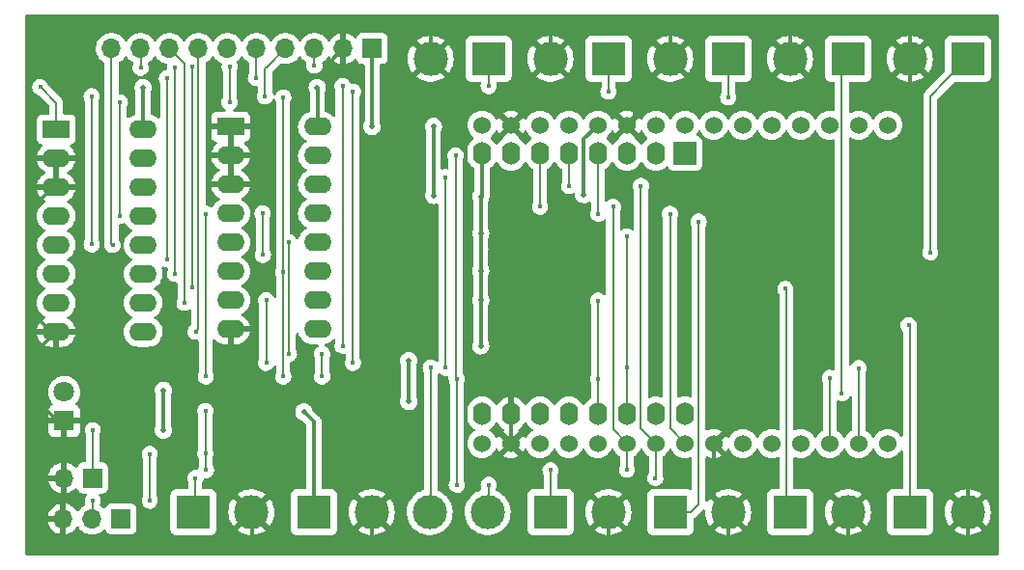
<source format=gbl>
%TF.GenerationSoftware,KiCad,Pcbnew,(6.0.4)*%
%TF.CreationDate,2022-05-09T12:24:25+01:00*%
%TF.ProjectId,light_remote_controller,6c696768-745f-4726-956d-6f74655f636f,v0.1*%
%TF.SameCoordinates,Original*%
%TF.FileFunction,Copper,L2,Bot*%
%TF.FilePolarity,Positive*%
%FSLAX46Y46*%
G04 Gerber Fmt 4.6, Leading zero omitted, Abs format (unit mm)*
G04 Created by KiCad (PCBNEW (6.0.4)) date 2022-05-09 12:24:25*
%MOMM*%
%LPD*%
G01*
G04 APERTURE LIST*
%TA.AperFunction,ComponentPad*%
%ADD10R,1.700000X1.700000*%
%TD*%
%TA.AperFunction,ComponentPad*%
%ADD11O,1.700000X1.700000*%
%TD*%
%TA.AperFunction,ComponentPad*%
%ADD12R,3.000000X3.000000*%
%TD*%
%TA.AperFunction,ComponentPad*%
%ADD13C,3.000000*%
%TD*%
%TA.AperFunction,ComponentPad*%
%ADD14R,1.800000X1.800000*%
%TD*%
%TA.AperFunction,ComponentPad*%
%ADD15C,1.800000*%
%TD*%
%TA.AperFunction,ComponentPad*%
%ADD16R,2.400000X1.600000*%
%TD*%
%TA.AperFunction,ComponentPad*%
%ADD17O,2.400000X1.600000*%
%TD*%
%TA.AperFunction,ComponentPad*%
%ADD18C,1.524000*%
%TD*%
%TA.AperFunction,ComponentPad*%
%ADD19R,2.000000X2.000000*%
%TD*%
%TA.AperFunction,ComponentPad*%
%ADD20O,1.600000X2.000000*%
%TD*%
%TA.AperFunction,ViaPad*%
%ADD21C,0.400000*%
%TD*%
%TA.AperFunction,ViaPad*%
%ADD22C,0.500000*%
%TD*%
%TA.AperFunction,Conductor*%
%ADD23C,0.200000*%
%TD*%
%TA.AperFunction,Conductor*%
%ADD24C,0.300000*%
%TD*%
G04 APERTURE END LIST*
D10*
X182580000Y-84300000D03*
D11*
X180040000Y-84300000D03*
X177500000Y-84300000D03*
D12*
X256800000Y-43900000D03*
D13*
X251720000Y-43900000D03*
D12*
X188920000Y-83700000D03*
D13*
X194000000Y-83700000D03*
D14*
X177600000Y-75700000D03*
D15*
X177600000Y-73160000D03*
D12*
X214800000Y-43900000D03*
D13*
X209720000Y-43900000D03*
D16*
X176900000Y-50100000D03*
D17*
X176900000Y-52640000D03*
X176900000Y-55180000D03*
X176900000Y-57720000D03*
X176900000Y-60260000D03*
X176900000Y-62800000D03*
X176900000Y-65340000D03*
X176900000Y-67880000D03*
X184520000Y-67880000D03*
X184520000Y-65340000D03*
X184520000Y-62800000D03*
X184520000Y-60260000D03*
X184520000Y-57720000D03*
X184520000Y-55180000D03*
X184520000Y-52640000D03*
X184520000Y-50100000D03*
D12*
X241220000Y-83700000D03*
D13*
X246300000Y-83700000D03*
D18*
X249775000Y-49730000D03*
X247235000Y-49730000D03*
X244695000Y-49730000D03*
X242155000Y-49730000D03*
X239615000Y-49730000D03*
X237075000Y-49730000D03*
X234535000Y-49730000D03*
X231995000Y-49730000D03*
X229455000Y-49730000D03*
X226915000Y-49730000D03*
X224375000Y-49730000D03*
X221835000Y-49730000D03*
X219295000Y-49730000D03*
X216755000Y-49730000D03*
X214215000Y-49730000D03*
X214215000Y-77670000D03*
X216755000Y-77670000D03*
X219295000Y-77670000D03*
X221835000Y-77670000D03*
X224375000Y-77670000D03*
X226915000Y-77670000D03*
X229455000Y-77670000D03*
X231995000Y-77670000D03*
X234535000Y-77670000D03*
X237075000Y-77670000D03*
X239615000Y-77670000D03*
X242155000Y-77670000D03*
X244695000Y-77670000D03*
X247235000Y-77670000D03*
X249775000Y-77670000D03*
D12*
X225300000Y-43900000D03*
D13*
X220220000Y-43900000D03*
D12*
X220220000Y-83700000D03*
D13*
X225300000Y-83700000D03*
D12*
X235800000Y-43900000D03*
D13*
X230720000Y-43900000D03*
D10*
X180100000Y-80700000D03*
D11*
X177560000Y-80700000D03*
D10*
X204600000Y-43000000D03*
D11*
X202060000Y-43000000D03*
X199520000Y-43000000D03*
X196980000Y-43000000D03*
X194440000Y-43000000D03*
X191900000Y-43000000D03*
X189360000Y-43000000D03*
X186820000Y-43000000D03*
X184280000Y-43000000D03*
X181740000Y-43000000D03*
D19*
X232000000Y-52200000D03*
D20*
X229460000Y-52200000D03*
X226920000Y-52200000D03*
X224380000Y-52200000D03*
X221840000Y-52200000D03*
X219300000Y-52200000D03*
X216760000Y-52200000D03*
X214220000Y-52200000D03*
X214220000Y-75060000D03*
X216760000Y-75060000D03*
X219300000Y-75060000D03*
X221840000Y-75060000D03*
X224380000Y-75060000D03*
X226920000Y-75060000D03*
X229460000Y-75060000D03*
X232000000Y-75060000D03*
D12*
X251720000Y-83700000D03*
D13*
X256800000Y-83700000D03*
D12*
X230720000Y-83700000D03*
D13*
X235800000Y-83700000D03*
D12*
X246300000Y-43900000D03*
D13*
X241220000Y-43900000D03*
D16*
X192180000Y-49860000D03*
D17*
X192180000Y-52400000D03*
X192180000Y-54940000D03*
X192180000Y-57480000D03*
X192180000Y-60020000D03*
X192180000Y-62560000D03*
X192180000Y-65100000D03*
X192180000Y-67640000D03*
X199800000Y-67640000D03*
X199800000Y-65100000D03*
X199800000Y-62560000D03*
X199800000Y-60020000D03*
X199800000Y-57480000D03*
X199800000Y-54940000D03*
X199800000Y-52400000D03*
X199800000Y-49860000D03*
D12*
X199480000Y-83700000D03*
D13*
X204560000Y-83700000D03*
X209640000Y-83700000D03*
X214720000Y-83700000D03*
D21*
X195019520Y-61119520D03*
X253500000Y-60900000D03*
X190000000Y-71800000D03*
X190000000Y-57500000D03*
X194980000Y-57480000D03*
D22*
X227620000Y-40820000D03*
D21*
X245900000Y-75200000D03*
D22*
X235800000Y-86300000D03*
D21*
X180900000Y-58700000D03*
X183100000Y-45200000D03*
D22*
X202120000Y-40880000D03*
X204600000Y-86300000D03*
X201000000Y-48100000D03*
X217500000Y-86300000D03*
X256800000Y-86300000D03*
D21*
X180700000Y-62800000D03*
D22*
X246300000Y-86300000D03*
X230720000Y-40820000D03*
X177500000Y-86300000D03*
X220280000Y-40820000D03*
X256780000Y-56480000D03*
X209720000Y-40880000D03*
X225300000Y-86300000D03*
X217520000Y-40880000D03*
X175800000Y-70100000D03*
D21*
X216400000Y-56700000D03*
D22*
X251720000Y-56480000D03*
D21*
X216600000Y-60100000D03*
D22*
X192180000Y-70080000D03*
X241220000Y-40820000D03*
X251720000Y-40820000D03*
D21*
X193700000Y-61300000D03*
D22*
X194100000Y-86300000D03*
D21*
X197280000Y-60020000D03*
X200200000Y-69800000D03*
X245756511Y-73256511D03*
X197300000Y-69800000D03*
X200200000Y-71800000D03*
X235800000Y-47300000D03*
X196800000Y-62600000D03*
X196800000Y-71800000D03*
X196800000Y-47300000D03*
X195300000Y-70600000D03*
X202900000Y-70600000D03*
X195300000Y-65100000D03*
X225300000Y-46800000D03*
X202900000Y-46800000D03*
X214800000Y-46300000D03*
X202000000Y-46300000D03*
X202000000Y-69100000D03*
X251600000Y-67300000D03*
X240800000Y-64100000D03*
X233200000Y-58200000D03*
X185100000Y-78600000D03*
X189975000Y-74825000D03*
X226915000Y-79985000D03*
X180100000Y-82700000D03*
X190020000Y-80020000D03*
X189975000Y-78575000D03*
X225700000Y-56900000D03*
X219300000Y-56900000D03*
X220220000Y-80020000D03*
X185100000Y-82700000D03*
D22*
X214100000Y-69100000D03*
X214100000Y-65100000D03*
X186300000Y-76500000D03*
X209960000Y-49860000D03*
X214110000Y-59210000D03*
X198600000Y-74900000D03*
X207800000Y-74000000D03*
X204560000Y-49860000D03*
X214100000Y-62500000D03*
X186300000Y-73000000D03*
X214110000Y-55990000D03*
X199780000Y-46420000D03*
X210000000Y-55900000D03*
X184520000Y-46420000D03*
X223125000Y-55825000D03*
X207800000Y-70400000D03*
D21*
X175500000Y-46400000D03*
X226920000Y-71020000D03*
X211000000Y-54300000D03*
X247235000Y-71065000D03*
X226920000Y-59520000D03*
X211020000Y-71020000D03*
X209720000Y-71020000D03*
X214800000Y-81300000D03*
X211900000Y-52400000D03*
X224380000Y-71980000D03*
X212000000Y-81300000D03*
X244695000Y-71905000D03*
X212000000Y-72000000D03*
X224380000Y-65120000D03*
X224400000Y-57500000D03*
X230700000Y-57500000D03*
X192080000Y-47720000D03*
X199520000Y-44480000D03*
X192100000Y-44600000D03*
X182480000Y-57720000D03*
X182480000Y-47720000D03*
X195200000Y-47200000D03*
X180000000Y-47200000D03*
X180000000Y-60200000D03*
X186600000Y-45600000D03*
X194400000Y-45600000D03*
X186600000Y-61500000D03*
X188800000Y-64000000D03*
X188800000Y-44600000D03*
X189120000Y-67880000D03*
X188140000Y-65340000D03*
X184300000Y-44700000D03*
X187300000Y-62800000D03*
X187300000Y-44700000D03*
X181840000Y-60260000D03*
X221840000Y-55060000D03*
X189100000Y-80700000D03*
X180100000Y-76500000D03*
X228140000Y-55060000D03*
X229400000Y-80700000D03*
D23*
X195019520Y-57519520D02*
X195019520Y-61119520D01*
X190000000Y-71800000D02*
X190000000Y-57500000D01*
X253500000Y-47200000D02*
X253500000Y-60900000D01*
X194980000Y-57480000D02*
X195019520Y-57519520D01*
X254900000Y-45800000D02*
X253500000Y-47200000D01*
X256800000Y-43900000D02*
X254900000Y-45800000D01*
D24*
X227170000Y-49730000D02*
X227620000Y-49280000D01*
X177560000Y-80700000D02*
X177560000Y-84240000D01*
X251720000Y-43900000D02*
X251720000Y-40820000D01*
X216760000Y-75060000D02*
X216760000Y-77665000D01*
X177000000Y-75700000D02*
X175800000Y-74500000D01*
X246300000Y-86300000D02*
X246300000Y-83700000D01*
X176900000Y-55180000D02*
X176900000Y-52640000D01*
X204600000Y-83740000D02*
X204640000Y-83700000D01*
X192180000Y-52400000D02*
X192180000Y-49860000D01*
X175800000Y-70100000D02*
X175800000Y-68980000D01*
X175800000Y-74500000D02*
X175800000Y-70900000D01*
X216770000Y-49730000D02*
X217500000Y-49000000D01*
X177500000Y-84300000D02*
X177500000Y-86300000D01*
X201000000Y-48100000D02*
X201000000Y-44060000D01*
X201000000Y-44060000D02*
X202060000Y-43000000D01*
X226915000Y-49730000D02*
X227170000Y-49730000D01*
X177600000Y-75700000D02*
X177600000Y-80660000D01*
X256800000Y-83700000D02*
X256800000Y-86300000D01*
X225300000Y-86300000D02*
X225300000Y-83700000D01*
X174800000Y-57000000D02*
X176620000Y-55180000D01*
X234535000Y-82435000D02*
X235800000Y-83700000D01*
X192180000Y-67640000D02*
X192180000Y-70080000D01*
X194100000Y-86300000D02*
X194100000Y-83740000D01*
X194100000Y-83740000D02*
X194140000Y-83700000D01*
X217500000Y-40900000D02*
X217520000Y-40880000D01*
X216755000Y-77955000D02*
X217500000Y-78700000D01*
X256800000Y-56500000D02*
X256800000Y-83700000D01*
X175800000Y-68980000D02*
X176900000Y-67880000D01*
X174800000Y-66200000D02*
X174800000Y-57000000D01*
X176900000Y-67880000D02*
X176480000Y-67880000D01*
X202120000Y-42940000D02*
X202060000Y-43000000D01*
X234535000Y-77670000D02*
X234535000Y-82435000D01*
X220280000Y-40820000D02*
X220220000Y-40880000D01*
X216760000Y-77665000D02*
X216755000Y-77670000D01*
X177560000Y-84240000D02*
X177500000Y-84300000D01*
X209720000Y-43900000D02*
X209720000Y-40880000D01*
X177600000Y-80660000D02*
X177560000Y-80700000D01*
X217500000Y-49000000D02*
X217500000Y-40900000D01*
X192180000Y-54940000D02*
X192180000Y-52400000D01*
X227620000Y-49280000D02*
X227620000Y-40820000D01*
X235800000Y-86300000D02*
X235800000Y-83700000D01*
X176620000Y-55180000D02*
X176900000Y-55180000D01*
X204600000Y-86300000D02*
X204600000Y-83740000D01*
X216755000Y-49730000D02*
X216770000Y-49730000D01*
X251720000Y-43900000D02*
X251720000Y-56480000D01*
X241220000Y-40820000D02*
X241220000Y-43900000D01*
X175800000Y-70900000D02*
X175800000Y-70100000D01*
X176480000Y-67880000D02*
X174800000Y-66200000D01*
X230720000Y-40820000D02*
X230720000Y-43900000D01*
X216755000Y-77670000D02*
X216755000Y-77955000D01*
X202120000Y-40880000D02*
X202120000Y-42940000D01*
X217500000Y-78700000D02*
X217500000Y-86300000D01*
X220220000Y-40880000D02*
X220220000Y-43900000D01*
X256780000Y-56480000D02*
X256800000Y-56500000D01*
X177600000Y-75700000D02*
X177000000Y-75700000D01*
D23*
X197280000Y-60020000D02*
X197300000Y-60040000D01*
X200200000Y-69800000D02*
X200200000Y-71800000D01*
X246300000Y-43900000D02*
X245756511Y-44443489D01*
X245756511Y-44443489D02*
X245756511Y-73256511D01*
X197300000Y-60040000D02*
X197300000Y-69800000D01*
X196780489Y-62580489D02*
X196800000Y-62600000D01*
X196800000Y-47300000D02*
X196780489Y-47319511D01*
X196780489Y-47319511D02*
X196780489Y-62580489D01*
X235800000Y-43900000D02*
X235800000Y-47300000D01*
X196800000Y-71800000D02*
X196800000Y-62600000D01*
X195300000Y-70600000D02*
X195300000Y-65100000D01*
X202900000Y-46800000D02*
X202900000Y-70600000D01*
X225300000Y-43900000D02*
X225300000Y-46800000D01*
X214800000Y-43900000D02*
X214800000Y-46300000D01*
X202000000Y-46300000D02*
X202000000Y-69100000D01*
X251600000Y-67300000D02*
X251720000Y-67420000D01*
X251720000Y-67420000D02*
X251720000Y-83700000D01*
X241220000Y-83700000D02*
X241093489Y-83573489D01*
X241073489Y-83573489D02*
X240900000Y-83400000D01*
X241093489Y-83573489D02*
X241073489Y-83573489D01*
X240900000Y-64200000D02*
X240800000Y-64100000D01*
X240900000Y-76200000D02*
X240900000Y-64200000D01*
X240900000Y-83400000D02*
X240900000Y-76200000D01*
X230720000Y-83700000D02*
X232500000Y-83700000D01*
X233200000Y-83000000D02*
X233200000Y-58200000D01*
X232500000Y-83700000D02*
X233200000Y-83000000D01*
X220220000Y-83700000D02*
X220220000Y-80020000D01*
X185100000Y-78600000D02*
X185100000Y-82700000D01*
X180100000Y-82700000D02*
X180100000Y-84240000D01*
X219300000Y-56900000D02*
X219300000Y-52200000D01*
X225700000Y-76455000D02*
X225700000Y-56900000D01*
X190020000Y-80020000D02*
X190020000Y-78620000D01*
X180100000Y-84240000D02*
X180040000Y-84300000D01*
X226915000Y-77670000D02*
X226915000Y-79985000D01*
X190020000Y-78620000D02*
X189975000Y-78575000D01*
X226915000Y-77670000D02*
X225700000Y-76455000D01*
X189975000Y-74825000D02*
X189975000Y-78575000D01*
D24*
X214100000Y-65100000D02*
X214100000Y-60600000D01*
X214220000Y-55880000D02*
X214110000Y-55990000D01*
X199560000Y-83700000D02*
X198600000Y-82740000D01*
X204600000Y-43000000D02*
X204600000Y-49900000D01*
X214100000Y-60600000D02*
X214110000Y-60590000D01*
X224375000Y-49730000D02*
X223130480Y-50974520D01*
X214110000Y-55990000D02*
X214110000Y-59210000D01*
X199480000Y-75780000D02*
X199480000Y-83700000D01*
X209960000Y-49860000D02*
X209960000Y-55860000D01*
X186300000Y-76500000D02*
X186300000Y-73000000D01*
X199800000Y-46440000D02*
X199800000Y-49860000D01*
D23*
X199480000Y-83700000D02*
X199480000Y-83620000D01*
D24*
X214220000Y-52200000D02*
X214220000Y-55880000D01*
X199780000Y-46420000D02*
X199800000Y-46440000D01*
X209960000Y-55860000D02*
X210000000Y-55900000D01*
X204600000Y-49900000D02*
X204560000Y-49860000D01*
X198600000Y-74900000D02*
X199480000Y-75780000D01*
X184520000Y-50100000D02*
X184520000Y-46420000D01*
X207800000Y-74000000D02*
X207800000Y-70400000D01*
D23*
X199480000Y-83620000D02*
X198600000Y-82740000D01*
D24*
X223130480Y-50974520D02*
X223130480Y-55819520D01*
X214110000Y-59210000D02*
X214110000Y-60590000D01*
X223130480Y-55819520D02*
X223125000Y-55825000D01*
X214100000Y-69100000D02*
X214100000Y-65100000D01*
D23*
X175500000Y-46400000D02*
X176900000Y-47800000D01*
X176900000Y-47800000D02*
X176900000Y-50100000D01*
X226920000Y-71020000D02*
X226920000Y-75060000D01*
X226920000Y-71020000D02*
X226920000Y-59520000D01*
X211000000Y-71000000D02*
X211020000Y-71020000D01*
X211000000Y-54300000D02*
X211000000Y-71000000D01*
X247235000Y-77670000D02*
X247235000Y-71065000D01*
X209720000Y-83700000D02*
X209720000Y-71020000D01*
X212000000Y-81300000D02*
X212000000Y-72000000D01*
X211900000Y-52400000D02*
X211900000Y-71900000D01*
X214800000Y-83700000D02*
X214800000Y-81300000D01*
X211900000Y-71900000D02*
X212000000Y-72000000D01*
X244695000Y-77670000D02*
X244695000Y-71905000D01*
X224380000Y-75060000D02*
X224380000Y-71980000D01*
X224380000Y-71980000D02*
X224380000Y-65120000D01*
X224380000Y-52200000D02*
X224380000Y-57480000D01*
X224380000Y-57480000D02*
X224400000Y-57500000D01*
X230700000Y-76375000D02*
X231995000Y-77670000D01*
X230700000Y-57500000D02*
X230700000Y-76375000D01*
X199520000Y-43000000D02*
X199520000Y-44480000D01*
X182480000Y-57720000D02*
X182480000Y-47720000D01*
X192100000Y-47700000D02*
X192100000Y-44600000D01*
X192080000Y-47720000D02*
X192100000Y-47700000D01*
X195400000Y-44580000D02*
X195200000Y-44780000D01*
X195200000Y-44780000D02*
X195200000Y-47200000D01*
X180000000Y-47200000D02*
X180000000Y-60200000D01*
X196980000Y-43000000D02*
X195400000Y-44580000D01*
X194440000Y-45560000D02*
X194440000Y-43000000D01*
X186600000Y-61500000D02*
X186600000Y-45600000D01*
X194400000Y-45600000D02*
X194440000Y-45560000D01*
X188800000Y-64000000D02*
X188800000Y-44600000D01*
X189360000Y-67640000D02*
X189360000Y-43000000D01*
X189120000Y-67880000D02*
X189360000Y-67640000D01*
X188140000Y-44320000D02*
X186820000Y-43000000D01*
X188140000Y-65340000D02*
X188140000Y-44320000D01*
X184300000Y-43020000D02*
X184280000Y-43000000D01*
X187300000Y-62800000D02*
X187300000Y-44700000D01*
X184300000Y-44700000D02*
X184300000Y-43020000D01*
X181740000Y-60160000D02*
X181740000Y-43000000D01*
X181840000Y-60260000D02*
X181740000Y-60160000D01*
X189100000Y-80700000D02*
X189060000Y-80740000D01*
X229455000Y-77670000D02*
X228140000Y-76355000D01*
X180100000Y-80700000D02*
X180100000Y-76500000D01*
X189060000Y-80740000D02*
X189060000Y-83700000D01*
X229400000Y-80700000D02*
X229455000Y-80645000D01*
X228140000Y-76355000D02*
X228140000Y-55060000D01*
X221840000Y-52200000D02*
X221840000Y-55060000D01*
X229455000Y-80645000D02*
X229455000Y-77670000D01*
%TA.AperFunction,Conductor*%
G36*
X259433621Y-40028502D02*
G01*
X259480114Y-40082158D01*
X259491500Y-40134500D01*
X259491500Y-87365500D01*
X259471498Y-87433621D01*
X259417842Y-87480114D01*
X259365500Y-87491500D01*
X174334500Y-87491500D01*
X174266379Y-87471498D01*
X174219886Y-87417842D01*
X174208500Y-87365500D01*
X174208500Y-84567966D01*
X176168257Y-84567966D01*
X176198565Y-84702446D01*
X176201645Y-84712275D01*
X176281770Y-84909603D01*
X176286413Y-84918794D01*
X176397694Y-85100388D01*
X176403777Y-85108699D01*
X176543213Y-85269667D01*
X176550580Y-85276883D01*
X176714434Y-85412916D01*
X176722881Y-85418831D01*
X176906756Y-85526279D01*
X176916042Y-85530729D01*
X177115001Y-85606703D01*
X177124899Y-85609579D01*
X177228250Y-85630606D01*
X177242299Y-85629410D01*
X177246000Y-85619065D01*
X177246000Y-85618517D01*
X177754000Y-85618517D01*
X177758064Y-85632359D01*
X177771478Y-85634393D01*
X177778184Y-85633534D01*
X177788262Y-85631392D01*
X177992255Y-85570191D01*
X178001842Y-85566433D01*
X178193095Y-85472739D01*
X178201945Y-85467464D01*
X178375328Y-85343792D01*
X178383200Y-85337139D01*
X178534052Y-85186812D01*
X178540730Y-85178965D01*
X178668022Y-85001819D01*
X178669279Y-85002722D01*
X178716373Y-84959362D01*
X178786311Y-84947145D01*
X178851751Y-84974678D01*
X178879579Y-85006511D01*
X178939987Y-85105088D01*
X179086250Y-85273938D01*
X179258126Y-85416632D01*
X179451000Y-85529338D01*
X179659692Y-85609030D01*
X179664760Y-85610061D01*
X179664763Y-85610062D01*
X179759862Y-85629410D01*
X179878597Y-85653567D01*
X179883772Y-85653757D01*
X179883774Y-85653757D01*
X180096673Y-85661564D01*
X180096677Y-85661564D01*
X180101837Y-85661753D01*
X180106957Y-85661097D01*
X180106959Y-85661097D01*
X180318288Y-85634025D01*
X180318289Y-85634025D01*
X180323416Y-85633368D01*
X180328366Y-85631883D01*
X180532429Y-85570661D01*
X180532434Y-85570659D01*
X180537384Y-85569174D01*
X180737994Y-85470896D01*
X180919860Y-85341173D01*
X181028091Y-85233319D01*
X181090462Y-85199404D01*
X181161268Y-85204592D01*
X181218030Y-85247238D01*
X181235012Y-85278341D01*
X181252860Y-85325951D01*
X181279385Y-85396705D01*
X181366739Y-85513261D01*
X181483295Y-85600615D01*
X181619684Y-85651745D01*
X181681866Y-85658500D01*
X183478134Y-85658500D01*
X183540316Y-85651745D01*
X183676705Y-85600615D01*
X183793261Y-85513261D01*
X183880615Y-85396705D01*
X183931745Y-85260316D01*
X183933068Y-85248134D01*
X186911500Y-85248134D01*
X186918255Y-85310316D01*
X186969385Y-85446705D01*
X187056739Y-85563261D01*
X187173295Y-85650615D01*
X187309684Y-85701745D01*
X187371866Y-85708500D01*
X190468134Y-85708500D01*
X190530316Y-85701745D01*
X190666705Y-85650615D01*
X190783261Y-85563261D01*
X190870615Y-85446705D01*
X190921745Y-85310316D01*
X190923990Y-85289654D01*
X192775618Y-85289654D01*
X192782673Y-85299627D01*
X192813679Y-85325551D01*
X192820598Y-85330579D01*
X193045272Y-85471515D01*
X193052807Y-85475556D01*
X193294520Y-85584694D01*
X193302551Y-85587680D01*
X193556832Y-85663002D01*
X193565184Y-85664869D01*
X193827340Y-85704984D01*
X193835874Y-85705700D01*
X194101045Y-85709867D01*
X194109596Y-85709418D01*
X194372883Y-85677557D01*
X194381284Y-85675955D01*
X194637824Y-85608653D01*
X194645926Y-85605926D01*
X194890949Y-85504434D01*
X194898617Y-85500628D01*
X195127598Y-85366822D01*
X195134679Y-85362009D01*
X195214655Y-85299301D01*
X195223125Y-85287442D01*
X195216608Y-85275818D01*
X195188924Y-85248134D01*
X197471500Y-85248134D01*
X197478255Y-85310316D01*
X197529385Y-85446705D01*
X197616739Y-85563261D01*
X197733295Y-85650615D01*
X197869684Y-85701745D01*
X197931866Y-85708500D01*
X201028134Y-85708500D01*
X201090316Y-85701745D01*
X201226705Y-85650615D01*
X201343261Y-85563261D01*
X201430615Y-85446705D01*
X201481745Y-85310316D01*
X201483990Y-85289654D01*
X203335618Y-85289654D01*
X203342673Y-85299627D01*
X203373679Y-85325551D01*
X203380598Y-85330579D01*
X203605272Y-85471515D01*
X203612807Y-85475556D01*
X203854520Y-85584694D01*
X203862551Y-85587680D01*
X204116832Y-85663002D01*
X204125184Y-85664869D01*
X204387340Y-85704984D01*
X204395874Y-85705700D01*
X204661045Y-85709867D01*
X204669596Y-85709418D01*
X204932883Y-85677557D01*
X204941284Y-85675955D01*
X205197824Y-85608653D01*
X205205926Y-85605926D01*
X205450949Y-85504434D01*
X205458617Y-85500628D01*
X205687598Y-85366822D01*
X205694679Y-85362009D01*
X205774655Y-85299301D01*
X205783125Y-85287442D01*
X205776608Y-85275818D01*
X204572812Y-84072022D01*
X204558868Y-84064408D01*
X204557035Y-84064539D01*
X204550420Y-84068790D01*
X203342910Y-85276300D01*
X203335618Y-85289654D01*
X201483990Y-85289654D01*
X201488500Y-85248134D01*
X201488500Y-83683204D01*
X202547665Y-83683204D01*
X202562932Y-83947969D01*
X202564005Y-83956470D01*
X202615065Y-84216722D01*
X202617276Y-84224974D01*
X202703184Y-84475894D01*
X202706499Y-84483779D01*
X202825664Y-84720713D01*
X202830020Y-84728079D01*
X202959347Y-84916250D01*
X202969601Y-84924594D01*
X202983342Y-84917448D01*
X204187978Y-83712812D01*
X204194356Y-83701132D01*
X204924408Y-83701132D01*
X204924539Y-83702965D01*
X204928790Y-83709580D01*
X206135730Y-84916520D01*
X206147939Y-84923187D01*
X206159439Y-84914497D01*
X206256831Y-84781913D01*
X206261418Y-84774685D01*
X206387962Y-84541621D01*
X206391530Y-84533827D01*
X206485271Y-84285750D01*
X206487748Y-84277544D01*
X206546954Y-84019038D01*
X206548294Y-84010577D01*
X206572031Y-83744616D01*
X206572277Y-83739677D01*
X206572666Y-83702485D01*
X206572523Y-83697519D01*
X206571255Y-83678918D01*
X207626917Y-83678918D01*
X207642682Y-83952320D01*
X207643507Y-83956525D01*
X207643508Y-83956533D01*
X207664698Y-84064539D01*
X207695405Y-84221053D01*
X207696792Y-84225103D01*
X207696793Y-84225108D01*
X207717605Y-84285895D01*
X207784112Y-84480144D01*
X207786039Y-84483975D01*
X207895918Y-84702446D01*
X207907160Y-84724799D01*
X207909586Y-84728328D01*
X207909589Y-84728334D01*
X208037618Y-84914616D01*
X208062274Y-84950490D01*
X208065161Y-84953663D01*
X208065162Y-84953664D01*
X208206232Y-85108699D01*
X208246582Y-85153043D01*
X208249877Y-85155798D01*
X208249878Y-85155799D01*
X208301241Y-85198745D01*
X208456675Y-85328707D01*
X208460316Y-85330991D01*
X208685024Y-85471951D01*
X208685028Y-85471953D01*
X208688664Y-85474234D01*
X208804932Y-85526731D01*
X208934345Y-85585164D01*
X208934349Y-85585166D01*
X208938257Y-85586930D01*
X208942377Y-85588150D01*
X208942376Y-85588150D01*
X209196723Y-85663491D01*
X209196727Y-85663492D01*
X209200836Y-85664709D01*
X209205070Y-85665357D01*
X209205075Y-85665358D01*
X209467298Y-85705483D01*
X209467300Y-85705483D01*
X209471540Y-85706132D01*
X209610912Y-85708322D01*
X209741071Y-85710367D01*
X209741077Y-85710367D01*
X209745362Y-85710434D01*
X210017235Y-85677534D01*
X210274423Y-85610062D01*
X210277976Y-85609130D01*
X210282127Y-85608041D01*
X210286087Y-85606401D01*
X210286092Y-85606399D01*
X210479517Y-85526279D01*
X210535136Y-85503241D01*
X210771582Y-85365073D01*
X210987089Y-85196094D01*
X211003689Y-85178965D01*
X211174686Y-85002509D01*
X211177669Y-84999431D01*
X211180202Y-84995983D01*
X211180206Y-84995978D01*
X211337257Y-84782178D01*
X211339795Y-84778723D01*
X211341841Y-84774955D01*
X211468418Y-84541830D01*
X211468419Y-84541828D01*
X211470468Y-84538054D01*
X211567269Y-84281877D01*
X211601140Y-84133987D01*
X211627449Y-84019117D01*
X211627450Y-84019113D01*
X211628407Y-84014933D01*
X211634384Y-83947969D01*
X211652531Y-83744627D01*
X211652532Y-83744616D01*
X211652751Y-83742161D01*
X211653193Y-83700000D01*
X211651756Y-83678918D01*
X212706917Y-83678918D01*
X212722682Y-83952320D01*
X212723507Y-83956525D01*
X212723508Y-83956533D01*
X212744698Y-84064539D01*
X212775405Y-84221053D01*
X212776792Y-84225103D01*
X212776793Y-84225108D01*
X212797605Y-84285895D01*
X212864112Y-84480144D01*
X212866039Y-84483975D01*
X212975918Y-84702446D01*
X212987160Y-84724799D01*
X212989586Y-84728328D01*
X212989589Y-84728334D01*
X213117618Y-84914616D01*
X213142274Y-84950490D01*
X213145161Y-84953663D01*
X213145162Y-84953664D01*
X213286232Y-85108699D01*
X213326582Y-85153043D01*
X213329877Y-85155798D01*
X213329878Y-85155799D01*
X213381241Y-85198745D01*
X213536675Y-85328707D01*
X213540316Y-85330991D01*
X213765024Y-85471951D01*
X213765028Y-85471953D01*
X213768664Y-85474234D01*
X213884932Y-85526731D01*
X214014345Y-85585164D01*
X214014349Y-85585166D01*
X214018257Y-85586930D01*
X214022377Y-85588150D01*
X214022376Y-85588150D01*
X214276723Y-85663491D01*
X214276727Y-85663492D01*
X214280836Y-85664709D01*
X214285070Y-85665357D01*
X214285075Y-85665358D01*
X214547298Y-85705483D01*
X214547300Y-85705483D01*
X214551540Y-85706132D01*
X214690912Y-85708322D01*
X214821071Y-85710367D01*
X214821077Y-85710367D01*
X214825362Y-85710434D01*
X215097235Y-85677534D01*
X215354423Y-85610062D01*
X215357976Y-85609130D01*
X215362127Y-85608041D01*
X215366087Y-85606401D01*
X215366092Y-85606399D01*
X215559517Y-85526279D01*
X215615136Y-85503241D01*
X215851582Y-85365073D01*
X216000720Y-85248134D01*
X218211500Y-85248134D01*
X218218255Y-85310316D01*
X218269385Y-85446705D01*
X218356739Y-85563261D01*
X218473295Y-85650615D01*
X218609684Y-85701745D01*
X218671866Y-85708500D01*
X221768134Y-85708500D01*
X221830316Y-85701745D01*
X221966705Y-85650615D01*
X222083261Y-85563261D01*
X222170615Y-85446705D01*
X222221745Y-85310316D01*
X222223990Y-85289654D01*
X224075618Y-85289654D01*
X224082673Y-85299627D01*
X224113679Y-85325551D01*
X224120598Y-85330579D01*
X224345272Y-85471515D01*
X224352807Y-85475556D01*
X224594520Y-85584694D01*
X224602551Y-85587680D01*
X224856832Y-85663002D01*
X224865184Y-85664869D01*
X225127340Y-85704984D01*
X225135874Y-85705700D01*
X225401045Y-85709867D01*
X225409596Y-85709418D01*
X225672883Y-85677557D01*
X225681284Y-85675955D01*
X225937824Y-85608653D01*
X225945926Y-85605926D01*
X226190949Y-85504434D01*
X226198617Y-85500628D01*
X226427598Y-85366822D01*
X226434679Y-85362009D01*
X226514655Y-85299301D01*
X226523125Y-85287442D01*
X226516608Y-85275818D01*
X225312812Y-84072022D01*
X225298868Y-84064408D01*
X225297035Y-84064539D01*
X225290420Y-84068790D01*
X224082910Y-85276300D01*
X224075618Y-85289654D01*
X222223990Y-85289654D01*
X222228500Y-85248134D01*
X222228500Y-83683204D01*
X223287665Y-83683204D01*
X223302932Y-83947969D01*
X223304005Y-83956470D01*
X223355065Y-84216722D01*
X223357276Y-84224974D01*
X223443184Y-84475894D01*
X223446499Y-84483779D01*
X223565664Y-84720713D01*
X223570020Y-84728079D01*
X223699347Y-84916250D01*
X223709601Y-84924594D01*
X223723342Y-84917448D01*
X224927978Y-83712812D01*
X224934356Y-83701132D01*
X225664408Y-83701132D01*
X225664539Y-83702965D01*
X225668790Y-83709580D01*
X226875730Y-84916520D01*
X226887939Y-84923187D01*
X226899439Y-84914497D01*
X226996831Y-84781913D01*
X227001418Y-84774685D01*
X227127962Y-84541621D01*
X227131530Y-84533827D01*
X227225271Y-84285750D01*
X227227748Y-84277544D01*
X227286954Y-84019038D01*
X227288294Y-84010577D01*
X227312031Y-83744616D01*
X227312277Y-83739677D01*
X227312666Y-83702485D01*
X227312523Y-83697519D01*
X227294362Y-83431123D01*
X227293201Y-83422649D01*
X227239419Y-83162944D01*
X227237120Y-83154709D01*
X227148588Y-82904705D01*
X227145191Y-82896854D01*
X227023550Y-82661178D01*
X227019122Y-82653866D01*
X226900031Y-82484417D01*
X226889509Y-82476037D01*
X226876121Y-82483089D01*
X225672022Y-83687188D01*
X225664408Y-83701132D01*
X224934356Y-83701132D01*
X224935592Y-83698868D01*
X224935461Y-83697035D01*
X224931210Y-83690420D01*
X223723814Y-82483024D01*
X223711804Y-82476466D01*
X223700064Y-82485434D01*
X223591935Y-82635911D01*
X223587418Y-82643196D01*
X223463325Y-82877567D01*
X223459839Y-82885395D01*
X223368700Y-83134446D01*
X223366311Y-83142670D01*
X223309812Y-83401795D01*
X223308563Y-83410250D01*
X223287754Y-83674653D01*
X223287665Y-83683204D01*
X222228500Y-83683204D01*
X222228500Y-82151866D01*
X222224224Y-82112500D01*
X224076584Y-82112500D01*
X224082980Y-82123770D01*
X225287188Y-83327978D01*
X225301132Y-83335592D01*
X225302965Y-83335461D01*
X225309580Y-83331210D01*
X226516604Y-82124186D01*
X226523795Y-82111017D01*
X226516473Y-82100780D01*
X226469233Y-82062115D01*
X226462261Y-82057160D01*
X226236122Y-81918582D01*
X226228552Y-81914624D01*
X225985704Y-81808022D01*
X225977644Y-81805120D01*
X225722592Y-81732467D01*
X225714214Y-81730685D01*
X225451656Y-81693318D01*
X225443111Y-81692691D01*
X225177908Y-81691302D01*
X225169374Y-81691839D01*
X224906433Y-81726456D01*
X224898035Y-81728149D01*
X224642238Y-81798127D01*
X224634143Y-81800946D01*
X224390199Y-81904997D01*
X224382577Y-81908881D01*
X224155013Y-82045075D01*
X224147981Y-82049962D01*
X224085053Y-82100377D01*
X224076584Y-82112500D01*
X222224224Y-82112500D01*
X222221745Y-82089684D01*
X222170615Y-81953295D01*
X222083261Y-81836739D01*
X221966705Y-81749385D01*
X221830316Y-81698255D01*
X221768134Y-81691500D01*
X220954500Y-81691500D01*
X220886379Y-81671498D01*
X220839886Y-81617842D01*
X220828500Y-81565500D01*
X220828500Y-80425072D01*
X220843558Y-80366427D01*
X220845424Y-80363830D01*
X220909385Y-80204720D01*
X220917461Y-80147975D01*
X220932966Y-80039031D01*
X220932966Y-80039027D01*
X220933547Y-80034947D01*
X220933704Y-80020000D01*
X220913102Y-79849758D01*
X220899985Y-79815043D01*
X220855171Y-79696447D01*
X220852487Y-79689344D01*
X220818128Y-79639351D01*
X220759659Y-79554278D01*
X220759658Y-79554276D01*
X220755357Y-79548019D01*
X220749686Y-79542966D01*
X220632993Y-79438996D01*
X220632990Y-79438994D01*
X220627321Y-79433943D01*
X220619325Y-79429709D01*
X220562053Y-79399385D01*
X220475769Y-79353700D01*
X220458196Y-79349286D01*
X220316822Y-79313775D01*
X220316818Y-79313775D01*
X220309451Y-79311924D01*
X220301852Y-79311884D01*
X220301850Y-79311884D01*
X220230394Y-79311510D01*
X220137969Y-79311026D01*
X220130589Y-79312798D01*
X220130587Y-79312798D01*
X219978602Y-79349286D01*
X219978598Y-79349287D01*
X219971223Y-79351058D01*
X219818839Y-79429709D01*
X219689615Y-79542439D01*
X219591010Y-79682739D01*
X219581460Y-79707234D01*
X219536598Y-79822299D01*
X219528718Y-79842509D01*
X219527726Y-79850042D01*
X219527726Y-79850043D01*
X219509040Y-79991981D01*
X219506335Y-80012526D01*
X219515744Y-80097751D01*
X219523690Y-80169720D01*
X219525153Y-80182975D01*
X219527762Y-80190106D01*
X219527763Y-80190108D01*
X219573586Y-80315324D01*
X219584085Y-80344015D01*
X219588320Y-80350318D01*
X219588325Y-80350327D01*
X219590083Y-80352943D01*
X219590716Y-80355018D01*
X219591771Y-80357090D01*
X219591404Y-80357277D01*
X219611500Y-80423216D01*
X219611500Y-81565500D01*
X219591498Y-81633621D01*
X219537842Y-81680114D01*
X219485500Y-81691500D01*
X218671866Y-81691500D01*
X218609684Y-81698255D01*
X218473295Y-81749385D01*
X218356739Y-81836739D01*
X218269385Y-81953295D01*
X218218255Y-82089684D01*
X218211500Y-82151866D01*
X218211500Y-85248134D01*
X216000720Y-85248134D01*
X216067089Y-85196094D01*
X216083689Y-85178965D01*
X216254686Y-85002509D01*
X216257669Y-84999431D01*
X216260202Y-84995983D01*
X216260206Y-84995978D01*
X216417257Y-84782178D01*
X216419795Y-84778723D01*
X216421841Y-84774955D01*
X216548418Y-84541830D01*
X216548419Y-84541828D01*
X216550468Y-84538054D01*
X216647269Y-84281877D01*
X216681140Y-84133987D01*
X216707449Y-84019117D01*
X216707450Y-84019113D01*
X216708407Y-84014933D01*
X216714384Y-83947969D01*
X216732531Y-83744627D01*
X216732532Y-83744616D01*
X216732751Y-83742161D01*
X216733193Y-83700000D01*
X216728195Y-83626680D01*
X216714859Y-83431055D01*
X216714858Y-83431049D01*
X216714567Y-83426778D01*
X216708705Y-83398469D01*
X216662823Y-83176919D01*
X216659032Y-83158612D01*
X216567617Y-82900465D01*
X216442013Y-82657112D01*
X216432040Y-82642921D01*
X216287008Y-82436562D01*
X216284545Y-82433057D01*
X216156076Y-82294808D01*
X216101046Y-82235588D01*
X216101043Y-82235585D01*
X216098125Y-82232445D01*
X216094810Y-82229731D01*
X216094806Y-82229728D01*
X215933304Y-82097540D01*
X215886205Y-82058990D01*
X215676901Y-81930729D01*
X215656366Y-81918145D01*
X215656365Y-81918145D01*
X215652704Y-81915901D01*
X215646690Y-81913261D01*
X215483854Y-81841780D01*
X215429518Y-81796084D01*
X215408500Y-81726407D01*
X215408500Y-81705072D01*
X215423558Y-81646427D01*
X215425424Y-81643830D01*
X215489385Y-81484720D01*
X215493554Y-81455425D01*
X215512966Y-81319031D01*
X215512966Y-81319027D01*
X215513547Y-81314947D01*
X215513704Y-81300000D01*
X215499556Y-81183089D01*
X215494015Y-81137299D01*
X215494014Y-81137296D01*
X215493102Y-81129758D01*
X215462964Y-81049998D01*
X215435171Y-80976447D01*
X215432487Y-80969344D01*
X215354193Y-80855425D01*
X215339659Y-80834278D01*
X215339658Y-80834276D01*
X215335357Y-80828019D01*
X215329686Y-80822966D01*
X215212993Y-80718996D01*
X215212990Y-80718994D01*
X215207321Y-80713943D01*
X215199325Y-80709709D01*
X215062481Y-80637254D01*
X215062482Y-80637254D01*
X215055769Y-80633700D01*
X215038196Y-80629286D01*
X214896822Y-80593775D01*
X214896818Y-80593775D01*
X214889451Y-80591924D01*
X214881852Y-80591884D01*
X214881850Y-80591884D01*
X214810394Y-80591510D01*
X214717969Y-80591026D01*
X214710589Y-80592798D01*
X214710587Y-80592798D01*
X214558602Y-80629286D01*
X214558598Y-80629287D01*
X214551223Y-80631058D01*
X214398839Y-80709709D01*
X214269615Y-80822439D01*
X214171010Y-80962739D01*
X214108718Y-81122509D01*
X214107726Y-81130042D01*
X214107726Y-81130043D01*
X214100743Y-81183089D01*
X214086335Y-81292526D01*
X214093780Y-81359962D01*
X214099282Y-81409794D01*
X214105153Y-81462975D01*
X214107762Y-81470106D01*
X214107763Y-81470108D01*
X214164085Y-81624015D01*
X214161962Y-81624792D01*
X214172994Y-81683561D01*
X214146288Y-81749344D01*
X214088258Y-81790245D01*
X214080873Y-81792511D01*
X214057928Y-81798788D01*
X214053980Y-81800472D01*
X213809982Y-81904546D01*
X213809978Y-81904548D01*
X213806030Y-81906232D01*
X213705441Y-81966433D01*
X213574725Y-82044664D01*
X213574721Y-82044667D01*
X213571043Y-82046868D01*
X213357318Y-82218094D01*
X213340717Y-82235588D01*
X213207047Y-82376447D01*
X213168808Y-82416742D01*
X213009002Y-82639136D01*
X212880857Y-82881161D01*
X212879385Y-82885184D01*
X212879383Y-82885188D01*
X212805625Y-83086739D01*
X212786743Y-83138337D01*
X212728404Y-83405907D01*
X212706917Y-83678918D01*
X211651756Y-83678918D01*
X211648195Y-83626680D01*
X211634859Y-83431055D01*
X211634858Y-83431049D01*
X211634567Y-83426778D01*
X211628705Y-83398469D01*
X211582823Y-83176919D01*
X211579032Y-83158612D01*
X211487617Y-82900465D01*
X211362013Y-82657112D01*
X211352040Y-82642921D01*
X211207008Y-82436562D01*
X211204545Y-82433057D01*
X211076076Y-82294808D01*
X211021046Y-82235588D01*
X211021043Y-82235585D01*
X211018125Y-82232445D01*
X211014810Y-82229731D01*
X211014806Y-82229728D01*
X210853304Y-82097540D01*
X210806205Y-82058990D01*
X210596901Y-81930729D01*
X210576366Y-81918145D01*
X210576365Y-81918145D01*
X210572704Y-81915901D01*
X210566690Y-81913261D01*
X210403854Y-81841780D01*
X210349518Y-81796084D01*
X210328500Y-81726407D01*
X210328500Y-71633748D01*
X210348502Y-71565627D01*
X210402158Y-71519134D01*
X210472432Y-71509030D01*
X210539299Y-71540554D01*
X210600944Y-71596646D01*
X210600948Y-71596649D01*
X210606565Y-71601760D01*
X210757268Y-71683585D01*
X210923139Y-71727101D01*
X211010586Y-71728474D01*
X211087003Y-71729675D01*
X211087006Y-71729675D01*
X211094602Y-71729794D01*
X211102005Y-71728099D01*
X211102010Y-71728098D01*
X211137372Y-71719999D01*
X211208238Y-71724289D01*
X211265536Y-71766211D01*
X211291073Y-71832456D01*
X211291500Y-71842819D01*
X211291500Y-71851864D01*
X211290422Y-71868307D01*
X211286250Y-71900000D01*
X211287328Y-71908188D01*
X211290218Y-71930140D01*
X211290218Y-71963033D01*
X211287363Y-71984720D01*
X211286335Y-71992526D01*
X211293831Y-72060425D01*
X211302262Y-72136785D01*
X211305153Y-72162975D01*
X211307762Y-72170106D01*
X211307763Y-72170108D01*
X211360793Y-72315018D01*
X211364085Y-72324015D01*
X211368320Y-72330318D01*
X211368325Y-72330327D01*
X211370083Y-72332943D01*
X211370716Y-72335018D01*
X211371771Y-72337090D01*
X211371404Y-72337277D01*
X211391500Y-72403216D01*
X211391500Y-80894808D01*
X211376543Y-80954351D01*
X211375377Y-80956525D01*
X211371010Y-80962739D01*
X211308718Y-81122509D01*
X211307726Y-81130042D01*
X211307726Y-81130043D01*
X211300743Y-81183089D01*
X211286335Y-81292526D01*
X211293780Y-81359962D01*
X211299282Y-81409794D01*
X211305153Y-81462975D01*
X211307762Y-81470106D01*
X211307763Y-81470108D01*
X211330802Y-81533064D01*
X211364085Y-81624015D01*
X211368322Y-81630321D01*
X211368324Y-81630324D01*
X211393450Y-81667715D01*
X211459730Y-81766349D01*
X211586565Y-81881760D01*
X211737268Y-81963585D01*
X211903139Y-82007101D01*
X211990586Y-82008474D01*
X212067003Y-82009675D01*
X212067006Y-82009675D01*
X212074602Y-82009794D01*
X212082006Y-82008098D01*
X212082008Y-82008098D01*
X212144846Y-81993706D01*
X212241759Y-81971510D01*
X212394958Y-81894459D01*
X212400729Y-81889530D01*
X212400732Y-81889528D01*
X212519578Y-81788023D01*
X212525355Y-81783089D01*
X212610346Y-81664813D01*
X212620992Y-81649998D01*
X212620993Y-81649997D01*
X212625424Y-81643830D01*
X212689385Y-81484720D01*
X212693554Y-81455425D01*
X212712966Y-81319031D01*
X212712966Y-81319027D01*
X212713547Y-81314947D01*
X212713704Y-81300000D01*
X212699556Y-81183089D01*
X212694015Y-81137299D01*
X212694014Y-81137296D01*
X212693102Y-81129758D01*
X212632487Y-80969344D01*
X212628186Y-80963086D01*
X212624665Y-80956350D01*
X212627063Y-80955096D01*
X212608500Y-80895318D01*
X212608500Y-75317127D01*
X212911500Y-75317127D01*
X212911738Y-75319844D01*
X212911738Y-75319851D01*
X212915914Y-75367582D01*
X212926457Y-75488087D01*
X212927881Y-75493400D01*
X212927881Y-75493402D01*
X212974814Y-75668555D01*
X212985716Y-75709243D01*
X212988039Y-75714224D01*
X212988039Y-75714225D01*
X213080151Y-75911762D01*
X213080154Y-75911767D01*
X213082477Y-75916749D01*
X213118047Y-75967548D01*
X213201170Y-76086259D01*
X213213802Y-76104300D01*
X213375700Y-76266198D01*
X213380210Y-76269356D01*
X213380216Y-76269361D01*
X213542840Y-76383231D01*
X213587169Y-76438688D01*
X213594478Y-76509307D01*
X213562448Y-76572668D01*
X213542841Y-76589657D01*
X213399730Y-76689864D01*
X213399727Y-76689866D01*
X213395219Y-76693023D01*
X213238023Y-76850219D01*
X213234866Y-76854727D01*
X213234864Y-76854730D01*
X213139700Y-76990639D01*
X213110512Y-77032324D01*
X213108189Y-77037306D01*
X213108186Y-77037311D01*
X213025273Y-77215119D01*
X213016560Y-77233804D01*
X213015138Y-77239112D01*
X213015137Y-77239114D01*
X212999364Y-77297978D01*
X212959022Y-77448537D01*
X212939647Y-77670000D01*
X212959022Y-77891463D01*
X213016560Y-78106196D01*
X213018882Y-78111177D01*
X213018883Y-78111178D01*
X213108186Y-78302689D01*
X213108189Y-78302694D01*
X213110512Y-78307676D01*
X213113666Y-78312180D01*
X213113669Y-78312185D01*
X213201275Y-78437299D01*
X213238023Y-78489781D01*
X213395219Y-78646977D01*
X213399727Y-78650134D01*
X213399730Y-78650136D01*
X213475495Y-78703187D01*
X213577323Y-78774488D01*
X213582305Y-78776811D01*
X213582310Y-78776814D01*
X213747751Y-78853960D01*
X213778804Y-78868440D01*
X213784112Y-78869862D01*
X213784114Y-78869863D01*
X213849949Y-78887503D01*
X213993537Y-78925978D01*
X214215000Y-78945353D01*
X214436463Y-78925978D01*
X214580051Y-78887503D01*
X214645886Y-78869863D01*
X214645888Y-78869862D01*
X214651196Y-78868440D01*
X214682249Y-78853960D01*
X214847690Y-78776814D01*
X214847695Y-78776811D01*
X214852677Y-78774488D01*
X214917959Y-78728777D01*
X216060777Y-78728777D01*
X216070074Y-78740793D01*
X216113069Y-78770898D01*
X216122555Y-78776376D01*
X216313993Y-78865645D01*
X216324285Y-78869391D01*
X216528309Y-78924059D01*
X216539104Y-78925962D01*
X216749525Y-78944372D01*
X216760475Y-78944372D01*
X216970896Y-78925962D01*
X216981691Y-78924059D01*
X217185715Y-78869391D01*
X217196007Y-78865645D01*
X217387445Y-78776376D01*
X217396931Y-78770898D01*
X217440764Y-78740207D01*
X217449139Y-78729729D01*
X217442071Y-78716281D01*
X216767812Y-78042022D01*
X216753868Y-78034408D01*
X216752035Y-78034539D01*
X216745420Y-78038790D01*
X216067207Y-78717003D01*
X216060777Y-78728777D01*
X214917959Y-78728777D01*
X214954505Y-78703187D01*
X215030270Y-78650136D01*
X215030273Y-78650134D01*
X215034781Y-78646977D01*
X215191977Y-78489781D01*
X215228726Y-78437299D01*
X215316331Y-78312185D01*
X215316334Y-78312180D01*
X215319488Y-78307676D01*
X215321811Y-78302694D01*
X215321814Y-78302689D01*
X215371081Y-78197035D01*
X215417999Y-78143750D01*
X215486276Y-78124289D01*
X215554236Y-78144831D01*
X215599471Y-78197035D01*
X215648623Y-78302441D01*
X215654103Y-78311932D01*
X215684794Y-78355765D01*
X215695271Y-78364140D01*
X215708718Y-78357072D01*
X216382978Y-77682812D01*
X216390592Y-77668868D01*
X216390461Y-77667035D01*
X216386210Y-77660420D01*
X215707997Y-76982207D01*
X215696223Y-76975777D01*
X215684207Y-76985074D01*
X215654103Y-77028068D01*
X215648623Y-77037559D01*
X215599471Y-77142965D01*
X215552553Y-77196250D01*
X215484276Y-77215711D01*
X215416316Y-77195169D01*
X215371081Y-77142965D01*
X215321814Y-77037311D01*
X215321811Y-77037306D01*
X215319488Y-77032324D01*
X215290300Y-76990639D01*
X215195136Y-76854730D01*
X215195134Y-76854727D01*
X215191977Y-76850219D01*
X215034781Y-76693023D01*
X215030273Y-76689866D01*
X215030270Y-76689864D01*
X214892160Y-76593158D01*
X214847832Y-76537701D01*
X214840523Y-76467081D01*
X214872554Y-76403721D01*
X214892160Y-76386732D01*
X215059789Y-76269357D01*
X215059792Y-76269355D01*
X215064300Y-76266198D01*
X215226198Y-76104300D01*
X215238831Y-76086259D01*
X215321953Y-75967548D01*
X215357523Y-75916749D01*
X215359846Y-75911767D01*
X215359849Y-75911762D01*
X215376081Y-75876951D01*
X215422998Y-75823666D01*
X215491275Y-75804205D01*
X215559235Y-75824747D01*
X215604471Y-75876951D01*
X215620586Y-75911511D01*
X215626069Y-75921007D01*
X215751028Y-76099467D01*
X215758084Y-76107875D01*
X215912125Y-76261916D01*
X215920538Y-76268976D01*
X216083712Y-76383231D01*
X216128041Y-76438688D01*
X216135350Y-76509307D01*
X216103320Y-76572668D01*
X216083712Y-76589658D01*
X216069234Y-76599796D01*
X216060860Y-76610271D01*
X216067928Y-76623718D01*
X216742188Y-77297978D01*
X216756132Y-77305592D01*
X216757965Y-77305461D01*
X216764580Y-77301210D01*
X217442793Y-76622997D01*
X217449223Y-76611223D01*
X217439927Y-76599208D01*
X217431287Y-76593158D01*
X217386959Y-76537701D01*
X217379650Y-76467081D01*
X217411681Y-76403721D01*
X217431288Y-76386732D01*
X217599462Y-76268976D01*
X217607875Y-76261916D01*
X217761916Y-76107875D01*
X217768972Y-76099467D01*
X217893931Y-75921007D01*
X217899414Y-75911511D01*
X217915529Y-75876951D01*
X217962446Y-75823666D01*
X218030723Y-75804205D01*
X218098683Y-75824747D01*
X218143919Y-75876951D01*
X218160151Y-75911762D01*
X218160154Y-75911767D01*
X218162477Y-75916749D01*
X218198047Y-75967548D01*
X218281170Y-76086259D01*
X218293802Y-76104300D01*
X218455700Y-76266198D01*
X218460210Y-76269356D01*
X218460216Y-76269361D01*
X218622840Y-76383231D01*
X218667169Y-76438688D01*
X218674478Y-76509307D01*
X218642448Y-76572668D01*
X218622841Y-76589657D01*
X218479730Y-76689864D01*
X218479727Y-76689866D01*
X218475219Y-76693023D01*
X218318023Y-76850219D01*
X218314866Y-76854727D01*
X218314864Y-76854730D01*
X218219700Y-76990639D01*
X218190512Y-77032324D01*
X218188189Y-77037306D01*
X218188186Y-77037311D01*
X218138919Y-77142965D01*
X218092001Y-77196250D01*
X218023724Y-77215711D01*
X217955764Y-77195169D01*
X217910529Y-77142965D01*
X217861377Y-77037559D01*
X217855897Y-77028068D01*
X217825206Y-76984235D01*
X217814729Y-76975860D01*
X217801282Y-76982928D01*
X217127022Y-77657188D01*
X217119408Y-77671132D01*
X217119539Y-77672965D01*
X217123790Y-77679580D01*
X217802003Y-78357793D01*
X217813777Y-78364223D01*
X217825793Y-78354926D01*
X217855897Y-78311932D01*
X217861377Y-78302441D01*
X217910529Y-78197035D01*
X217957447Y-78143750D01*
X218025724Y-78124289D01*
X218093684Y-78144831D01*
X218138919Y-78197035D01*
X218188186Y-78302689D01*
X218188189Y-78302694D01*
X218190512Y-78307676D01*
X218193666Y-78312180D01*
X218193669Y-78312185D01*
X218281275Y-78437299D01*
X218318023Y-78489781D01*
X218475219Y-78646977D01*
X218479727Y-78650134D01*
X218479730Y-78650136D01*
X218555495Y-78703187D01*
X218657323Y-78774488D01*
X218662305Y-78776811D01*
X218662310Y-78776814D01*
X218827751Y-78853960D01*
X218858804Y-78868440D01*
X218864112Y-78869862D01*
X218864114Y-78869863D01*
X218929949Y-78887503D01*
X219073537Y-78925978D01*
X219295000Y-78945353D01*
X219516463Y-78925978D01*
X219660051Y-78887503D01*
X219725886Y-78869863D01*
X219725888Y-78869862D01*
X219731196Y-78868440D01*
X219762249Y-78853960D01*
X219927690Y-78776814D01*
X219927695Y-78776811D01*
X219932677Y-78774488D01*
X220034505Y-78703187D01*
X220110270Y-78650136D01*
X220110273Y-78650134D01*
X220114781Y-78646977D01*
X220271977Y-78489781D01*
X220308726Y-78437299D01*
X220396331Y-78312185D01*
X220396334Y-78312180D01*
X220399488Y-78307676D01*
X220401811Y-78302694D01*
X220401814Y-78302689D01*
X220450805Y-78197627D01*
X220497723Y-78144342D01*
X220566000Y-78124881D01*
X220633960Y-78145423D01*
X220679195Y-78197627D01*
X220728186Y-78302689D01*
X220728189Y-78302694D01*
X220730512Y-78307676D01*
X220733666Y-78312180D01*
X220733669Y-78312185D01*
X220821275Y-78437299D01*
X220858023Y-78489781D01*
X221015219Y-78646977D01*
X221019727Y-78650134D01*
X221019730Y-78650136D01*
X221095495Y-78703187D01*
X221197323Y-78774488D01*
X221202305Y-78776811D01*
X221202310Y-78776814D01*
X221367751Y-78853960D01*
X221398804Y-78868440D01*
X221404112Y-78869862D01*
X221404114Y-78869863D01*
X221469949Y-78887503D01*
X221613537Y-78925978D01*
X221835000Y-78945353D01*
X222056463Y-78925978D01*
X222200051Y-78887503D01*
X222265886Y-78869863D01*
X222265888Y-78869862D01*
X222271196Y-78868440D01*
X222302249Y-78853960D01*
X222467690Y-78776814D01*
X222467695Y-78776811D01*
X222472677Y-78774488D01*
X222574505Y-78703187D01*
X222650270Y-78650136D01*
X222650273Y-78650134D01*
X222654781Y-78646977D01*
X222811977Y-78489781D01*
X222848726Y-78437299D01*
X222936331Y-78312185D01*
X222936334Y-78312180D01*
X222939488Y-78307676D01*
X222941811Y-78302694D01*
X222941814Y-78302689D01*
X222990805Y-78197627D01*
X223037723Y-78144342D01*
X223106000Y-78124881D01*
X223173960Y-78145423D01*
X223219195Y-78197627D01*
X223268186Y-78302689D01*
X223268189Y-78302694D01*
X223270512Y-78307676D01*
X223273666Y-78312180D01*
X223273669Y-78312185D01*
X223361275Y-78437299D01*
X223398023Y-78489781D01*
X223555219Y-78646977D01*
X223559727Y-78650134D01*
X223559730Y-78650136D01*
X223635495Y-78703187D01*
X223737323Y-78774488D01*
X223742305Y-78776811D01*
X223742310Y-78776814D01*
X223907751Y-78853960D01*
X223938804Y-78868440D01*
X223944112Y-78869862D01*
X223944114Y-78869863D01*
X224009949Y-78887503D01*
X224153537Y-78925978D01*
X224375000Y-78945353D01*
X224596463Y-78925978D01*
X224740051Y-78887503D01*
X224805886Y-78869863D01*
X224805888Y-78869862D01*
X224811196Y-78868440D01*
X224842249Y-78853960D01*
X225007690Y-78776814D01*
X225007695Y-78776811D01*
X225012677Y-78774488D01*
X225114505Y-78703187D01*
X225190270Y-78650136D01*
X225190273Y-78650134D01*
X225194781Y-78646977D01*
X225351977Y-78489781D01*
X225388726Y-78437299D01*
X225476331Y-78312185D01*
X225476334Y-78312180D01*
X225479488Y-78307676D01*
X225481811Y-78302694D01*
X225481814Y-78302689D01*
X225530805Y-78197627D01*
X225577723Y-78144342D01*
X225646000Y-78124881D01*
X225713960Y-78145423D01*
X225759195Y-78197627D01*
X225808186Y-78302689D01*
X225808189Y-78302694D01*
X225810512Y-78307676D01*
X225813666Y-78312180D01*
X225813669Y-78312185D01*
X225901275Y-78437299D01*
X225938023Y-78489781D01*
X226095219Y-78646977D01*
X226099727Y-78650134D01*
X226099730Y-78650136D01*
X226167108Y-78697314D01*
X226252772Y-78757297D01*
X226297099Y-78812753D01*
X226306500Y-78860509D01*
X226306500Y-79579808D01*
X226291543Y-79639351D01*
X226290377Y-79641525D01*
X226286010Y-79647739D01*
X226262814Y-79707234D01*
X226227243Y-79798469D01*
X226223718Y-79807509D01*
X226201335Y-79977526D01*
X226220153Y-80147975D01*
X226222762Y-80155106D01*
X226222763Y-80155108D01*
X226230198Y-80175425D01*
X226279085Y-80309015D01*
X226283322Y-80315321D01*
X226283324Y-80315324D01*
X226309998Y-80355018D01*
X226374730Y-80451349D01*
X226424811Y-80496919D01*
X226461214Y-80530043D01*
X226501565Y-80566760D01*
X226652268Y-80648585D01*
X226818139Y-80692101D01*
X226905586Y-80693474D01*
X226982003Y-80694675D01*
X226982006Y-80694675D01*
X226989602Y-80694794D01*
X226997006Y-80693098D01*
X226997008Y-80693098D01*
X227059846Y-80678706D01*
X227156759Y-80656510D01*
X227309958Y-80579459D01*
X227315729Y-80574530D01*
X227315732Y-80574528D01*
X227434578Y-80473023D01*
X227440355Y-80468089D01*
X227540424Y-80328830D01*
X227604385Y-80169720D01*
X227624153Y-80030822D01*
X227627966Y-80004031D01*
X227627966Y-80004027D01*
X227628547Y-79999947D01*
X227628704Y-79985000D01*
X227611478Y-79842654D01*
X227609015Y-79822299D01*
X227609014Y-79822296D01*
X227608102Y-79814758D01*
X227603999Y-79803898D01*
X227576938Y-79732285D01*
X227547487Y-79654344D01*
X227543187Y-79648087D01*
X227539665Y-79641350D01*
X227542063Y-79640096D01*
X227523500Y-79580318D01*
X227523500Y-78860509D01*
X227543502Y-78792388D01*
X227577228Y-78757297D01*
X227662892Y-78697314D01*
X227730270Y-78650136D01*
X227730273Y-78650134D01*
X227734781Y-78646977D01*
X227891977Y-78489781D01*
X227928726Y-78437299D01*
X228016331Y-78312185D01*
X228016334Y-78312180D01*
X228019488Y-78307676D01*
X228021811Y-78302694D01*
X228021814Y-78302689D01*
X228070805Y-78197627D01*
X228117723Y-78144342D01*
X228186000Y-78124881D01*
X228253960Y-78145423D01*
X228299195Y-78197627D01*
X228348186Y-78302689D01*
X228348189Y-78302694D01*
X228350512Y-78307676D01*
X228353666Y-78312180D01*
X228353669Y-78312185D01*
X228441275Y-78437299D01*
X228478023Y-78489781D01*
X228635219Y-78646977D01*
X228639727Y-78650134D01*
X228639730Y-78650136D01*
X228707108Y-78697314D01*
X228792772Y-78757297D01*
X228837099Y-78812753D01*
X228846500Y-78860509D01*
X228846500Y-80215479D01*
X228823587Y-80287930D01*
X228771010Y-80362739D01*
X228768250Y-80369819D01*
X228716290Y-80503089D01*
X228708718Y-80522509D01*
X228707726Y-80530042D01*
X228707726Y-80530043D01*
X228691077Y-80656510D01*
X228686335Y-80692526D01*
X228690720Y-80732240D01*
X228701985Y-80834278D01*
X228705153Y-80862975D01*
X228707762Y-80870106D01*
X228707763Y-80870108D01*
X228715688Y-80891764D01*
X228764085Y-81024015D01*
X228859730Y-81166349D01*
X228986565Y-81281760D01*
X229137268Y-81363585D01*
X229303139Y-81407101D01*
X229390586Y-81408474D01*
X229467003Y-81409675D01*
X229467006Y-81409675D01*
X229474602Y-81409794D01*
X229482006Y-81408098D01*
X229482008Y-81408098D01*
X229544846Y-81393706D01*
X229641759Y-81371510D01*
X229794958Y-81294459D01*
X229800729Y-81289530D01*
X229800732Y-81289528D01*
X229919578Y-81188023D01*
X229925355Y-81183089D01*
X230025424Y-81043830D01*
X230089385Y-80884720D01*
X230096564Y-80834278D01*
X230112966Y-80719031D01*
X230112966Y-80719027D01*
X230113547Y-80714947D01*
X230113704Y-80700000D01*
X230105361Y-80631058D01*
X230094015Y-80537299D01*
X230094014Y-80537296D01*
X230093102Y-80529758D01*
X230084890Y-80508023D01*
X230071634Y-80472943D01*
X230063500Y-80428406D01*
X230063500Y-78860509D01*
X230083502Y-78792388D01*
X230117228Y-78757297D01*
X230202892Y-78697314D01*
X230270270Y-78650136D01*
X230270273Y-78650134D01*
X230274781Y-78646977D01*
X230431977Y-78489781D01*
X230468726Y-78437299D01*
X230556331Y-78312185D01*
X230556334Y-78312180D01*
X230559488Y-78307676D01*
X230561811Y-78302694D01*
X230561814Y-78302689D01*
X230610805Y-78197627D01*
X230657723Y-78144342D01*
X230726000Y-78124881D01*
X230793960Y-78145423D01*
X230839195Y-78197627D01*
X230888186Y-78302689D01*
X230888189Y-78302694D01*
X230890512Y-78307676D01*
X230893666Y-78312180D01*
X230893669Y-78312185D01*
X230981275Y-78437299D01*
X231018023Y-78489781D01*
X231175219Y-78646977D01*
X231179727Y-78650134D01*
X231179730Y-78650136D01*
X231255495Y-78703187D01*
X231357323Y-78774488D01*
X231362305Y-78776811D01*
X231362310Y-78776814D01*
X231527751Y-78853960D01*
X231558804Y-78868440D01*
X231564112Y-78869862D01*
X231564114Y-78869863D01*
X231629949Y-78887503D01*
X231773537Y-78925978D01*
X231995000Y-78945353D01*
X232216463Y-78925978D01*
X232431196Y-78868440D01*
X232431757Y-78870533D01*
X232493272Y-78866630D01*
X232555309Y-78901155D01*
X232588832Y-78963738D01*
X232591500Y-78989531D01*
X232591500Y-81614370D01*
X232571498Y-81682491D01*
X232517842Y-81728984D01*
X232447568Y-81739088D01*
X232421271Y-81732352D01*
X232337718Y-81701029D01*
X232337712Y-81701027D01*
X232330316Y-81698255D01*
X232268134Y-81691500D01*
X229171866Y-81691500D01*
X229109684Y-81698255D01*
X228973295Y-81749385D01*
X228856739Y-81836739D01*
X228769385Y-81953295D01*
X228718255Y-82089684D01*
X228711500Y-82151866D01*
X228711500Y-85248134D01*
X228718255Y-85310316D01*
X228769385Y-85446705D01*
X228856739Y-85563261D01*
X228973295Y-85650615D01*
X229109684Y-85701745D01*
X229171866Y-85708500D01*
X232268134Y-85708500D01*
X232330316Y-85701745D01*
X232466705Y-85650615D01*
X232583261Y-85563261D01*
X232670615Y-85446705D01*
X232721745Y-85310316D01*
X232723990Y-85289654D01*
X234575618Y-85289654D01*
X234582673Y-85299627D01*
X234613679Y-85325551D01*
X234620598Y-85330579D01*
X234845272Y-85471515D01*
X234852807Y-85475556D01*
X235094520Y-85584694D01*
X235102551Y-85587680D01*
X235356832Y-85663002D01*
X235365184Y-85664869D01*
X235627340Y-85704984D01*
X235635874Y-85705700D01*
X235901045Y-85709867D01*
X235909596Y-85709418D01*
X236172883Y-85677557D01*
X236181284Y-85675955D01*
X236437824Y-85608653D01*
X236445926Y-85605926D01*
X236690949Y-85504434D01*
X236698617Y-85500628D01*
X236927598Y-85366822D01*
X236934679Y-85362009D01*
X237014655Y-85299301D01*
X237023125Y-85287442D01*
X237016608Y-85275818D01*
X235812812Y-84072022D01*
X235798868Y-84064408D01*
X235797035Y-84064539D01*
X235790420Y-84068790D01*
X234582910Y-85276300D01*
X234575618Y-85289654D01*
X232723990Y-85289654D01*
X232728500Y-85248134D01*
X232728500Y-84348179D01*
X232748502Y-84280058D01*
X232793968Y-84242064D01*
X232792092Y-84238815D01*
X232799247Y-84234684D01*
X232806876Y-84231524D01*
X232815238Y-84225108D01*
X232902072Y-84158477D01*
X232902075Y-84158474D01*
X232927434Y-84139015D01*
X232933987Y-84133987D01*
X232939017Y-84127432D01*
X232953452Y-84108621D01*
X232964319Y-84096230D01*
X233580579Y-83479970D01*
X233642891Y-83445944D01*
X233713706Y-83451009D01*
X233770542Y-83493556D01*
X233795353Y-83560076D01*
X233795286Y-83578951D01*
X233787754Y-83674653D01*
X233787665Y-83683204D01*
X233802932Y-83947969D01*
X233804005Y-83956470D01*
X233855065Y-84216722D01*
X233857276Y-84224974D01*
X233943184Y-84475894D01*
X233946499Y-84483779D01*
X234065664Y-84720713D01*
X234070020Y-84728079D01*
X234199347Y-84916250D01*
X234209601Y-84924594D01*
X234223342Y-84917448D01*
X235427978Y-83712812D01*
X235434356Y-83701132D01*
X236164408Y-83701132D01*
X236164539Y-83702965D01*
X236168790Y-83709580D01*
X237375730Y-84916520D01*
X237387939Y-84923187D01*
X237399439Y-84914497D01*
X237496831Y-84781913D01*
X237501418Y-84774685D01*
X237627962Y-84541621D01*
X237631530Y-84533827D01*
X237725271Y-84285750D01*
X237727748Y-84277544D01*
X237786954Y-84019038D01*
X237788294Y-84010577D01*
X237812031Y-83744616D01*
X237812277Y-83739677D01*
X237812666Y-83702485D01*
X237812523Y-83697519D01*
X237794362Y-83431123D01*
X237793201Y-83422649D01*
X237739419Y-83162944D01*
X237737120Y-83154709D01*
X237648588Y-82904705D01*
X237645191Y-82896854D01*
X237523550Y-82661178D01*
X237519122Y-82653866D01*
X237400031Y-82484417D01*
X237389509Y-82476037D01*
X237376121Y-82483089D01*
X236172022Y-83687188D01*
X236164408Y-83701132D01*
X235434356Y-83701132D01*
X235435592Y-83698868D01*
X235435461Y-83697035D01*
X235431210Y-83690420D01*
X234223814Y-82483024D01*
X234211804Y-82476466D01*
X234200064Y-82485434D01*
X234091935Y-82635911D01*
X234087418Y-82643196D01*
X234045854Y-82721697D01*
X233996302Y-82772540D01*
X233927127Y-82788522D01*
X233860294Y-82764568D01*
X233817020Y-82708284D01*
X233808500Y-82662738D01*
X233808500Y-82112500D01*
X234576584Y-82112500D01*
X234582980Y-82123770D01*
X235787188Y-83327978D01*
X235801132Y-83335592D01*
X235802965Y-83335461D01*
X235809580Y-83331210D01*
X237016604Y-82124186D01*
X237023795Y-82111017D01*
X237016473Y-82100780D01*
X236969233Y-82062115D01*
X236962261Y-82057160D01*
X236736122Y-81918582D01*
X236728552Y-81914624D01*
X236485704Y-81808022D01*
X236477644Y-81805120D01*
X236222592Y-81732467D01*
X236214214Y-81730685D01*
X235951656Y-81693318D01*
X235943111Y-81692691D01*
X235677908Y-81691302D01*
X235669374Y-81691839D01*
X235406433Y-81726456D01*
X235398035Y-81728149D01*
X235142238Y-81798127D01*
X235134143Y-81800946D01*
X234890199Y-81904997D01*
X234882577Y-81908881D01*
X234655013Y-82045075D01*
X234647981Y-82049962D01*
X234585053Y-82100377D01*
X234576584Y-82112500D01*
X233808500Y-82112500D01*
X233808500Y-78930298D01*
X233828502Y-78862177D01*
X233882158Y-78815684D01*
X233952432Y-78805580D01*
X233987750Y-78816103D01*
X234093993Y-78865645D01*
X234104285Y-78869391D01*
X234308309Y-78924059D01*
X234319104Y-78925962D01*
X234529525Y-78944372D01*
X234540475Y-78944372D01*
X234750896Y-78925962D01*
X234761691Y-78924059D01*
X234965715Y-78869391D01*
X234976007Y-78865645D01*
X235167445Y-78776376D01*
X235176931Y-78770898D01*
X235220764Y-78740207D01*
X235229139Y-78729729D01*
X235222071Y-78716281D01*
X234264885Y-77759095D01*
X234230859Y-77696783D01*
X234235924Y-77625968D01*
X234264885Y-77580905D01*
X235222793Y-76622997D01*
X235229223Y-76611223D01*
X235219926Y-76599207D01*
X235176931Y-76569102D01*
X235167445Y-76563624D01*
X234976007Y-76474355D01*
X234965715Y-76470609D01*
X234761691Y-76415941D01*
X234750896Y-76414038D01*
X234540475Y-76395628D01*
X234529525Y-76395628D01*
X234319104Y-76414038D01*
X234308309Y-76415941D01*
X234104285Y-76470609D01*
X234093993Y-76474355D01*
X233987750Y-76523897D01*
X233917558Y-76534558D01*
X233852746Y-76505578D01*
X233813889Y-76446158D01*
X233808500Y-76409702D01*
X233808500Y-58605072D01*
X233823558Y-58546427D01*
X233825424Y-58543830D01*
X233889385Y-58384720D01*
X233913547Y-58214947D01*
X233913704Y-58200000D01*
X233905446Y-58131762D01*
X233894015Y-58037299D01*
X233894014Y-58037296D01*
X233893102Y-58029758D01*
X233889791Y-58020994D01*
X233835171Y-57876447D01*
X233832487Y-57869344D01*
X233810448Y-57837277D01*
X233739659Y-57734278D01*
X233739658Y-57734276D01*
X233735357Y-57728019D01*
X233729686Y-57722966D01*
X233612993Y-57618996D01*
X233612990Y-57618994D01*
X233607321Y-57613943D01*
X233599325Y-57609709D01*
X233462481Y-57537254D01*
X233462482Y-57537254D01*
X233455769Y-57533700D01*
X233438196Y-57529286D01*
X233296822Y-57493775D01*
X233296818Y-57493775D01*
X233289451Y-57491924D01*
X233281852Y-57491884D01*
X233281850Y-57491884D01*
X233210394Y-57491510D01*
X233117969Y-57491026D01*
X233110589Y-57492798D01*
X233110587Y-57492798D01*
X232958602Y-57529286D01*
X232958598Y-57529287D01*
X232951223Y-57531058D01*
X232798839Y-57609709D01*
X232669615Y-57722439D01*
X232571010Y-57862739D01*
X232555229Y-57903216D01*
X232528622Y-57971459D01*
X232508718Y-58022509D01*
X232507726Y-58030042D01*
X232507726Y-58030043D01*
X232488879Y-58173205D01*
X232486335Y-58192526D01*
X232494505Y-58266526D01*
X232504157Y-58353950D01*
X232505153Y-58362975D01*
X232507762Y-58370106D01*
X232507763Y-58370108D01*
X232544699Y-58471039D01*
X232564085Y-58524015D01*
X232568320Y-58530318D01*
X232568325Y-58530327D01*
X232570083Y-58532943D01*
X232570716Y-58535018D01*
X232571771Y-58537090D01*
X232571404Y-58537277D01*
X232591500Y-58603216D01*
X232591500Y-73499627D01*
X232571498Y-73567748D01*
X232517842Y-73614241D01*
X232447568Y-73624345D01*
X232432889Y-73621334D01*
X232233402Y-73567881D01*
X232233400Y-73567881D01*
X232228087Y-73566457D01*
X232000000Y-73546502D01*
X231771913Y-73566457D01*
X231766600Y-73567881D01*
X231766598Y-73567881D01*
X231556067Y-73624293D01*
X231556065Y-73624294D01*
X231550757Y-73625716D01*
X231545775Y-73628039D01*
X231545770Y-73628041D01*
X231487749Y-73655096D01*
X231417557Y-73665757D01*
X231352745Y-73636776D01*
X231313889Y-73577356D01*
X231308500Y-73540901D01*
X231308500Y-57905072D01*
X231323558Y-57846427D01*
X231325424Y-57843830D01*
X231389385Y-57684720D01*
X231398739Y-57618996D01*
X231412966Y-57519031D01*
X231412966Y-57519027D01*
X231413547Y-57514947D01*
X231413704Y-57500000D01*
X231399556Y-57383089D01*
X231394015Y-57337299D01*
X231394014Y-57337296D01*
X231393102Y-57329758D01*
X231388395Y-57317299D01*
X231335171Y-57176447D01*
X231332487Y-57169344D01*
X231262999Y-57068238D01*
X231239659Y-57034278D01*
X231239658Y-57034276D01*
X231235357Y-57028019D01*
X231229686Y-57022966D01*
X231112993Y-56918996D01*
X231112989Y-56918993D01*
X231107321Y-56913943D01*
X231099325Y-56909709D01*
X230962481Y-56837254D01*
X230962482Y-56837254D01*
X230955769Y-56833700D01*
X230914170Y-56823251D01*
X230796822Y-56793775D01*
X230796818Y-56793775D01*
X230789451Y-56791924D01*
X230781852Y-56791884D01*
X230781850Y-56791884D01*
X230710394Y-56791510D01*
X230617969Y-56791026D01*
X230610589Y-56792798D01*
X230610587Y-56792798D01*
X230458602Y-56829286D01*
X230458598Y-56829287D01*
X230451223Y-56831058D01*
X230298839Y-56909709D01*
X230169615Y-57022439D01*
X230071010Y-57162739D01*
X230062893Y-57183558D01*
X230016516Y-57302509D01*
X230008718Y-57322509D01*
X230007726Y-57330042D01*
X230007726Y-57330043D01*
X229987440Y-57484133D01*
X229986335Y-57492526D01*
X229991273Y-57537254D01*
X230000298Y-57618996D01*
X230005153Y-57662975D01*
X230007762Y-57670106D01*
X230007763Y-57670108D01*
X230061474Y-57816879D01*
X230064085Y-57824015D01*
X230068320Y-57830318D01*
X230068325Y-57830327D01*
X230070083Y-57832943D01*
X230070716Y-57835018D01*
X230071771Y-57837090D01*
X230071404Y-57837277D01*
X230091500Y-57903216D01*
X230091500Y-73512924D01*
X230071498Y-73581045D01*
X230017842Y-73627538D01*
X229947568Y-73637642D01*
X229919618Y-73629313D01*
X229919396Y-73629922D01*
X229914232Y-73628043D01*
X229909243Y-73625716D01*
X229764321Y-73586884D01*
X229693402Y-73567881D01*
X229693400Y-73567881D01*
X229688087Y-73566457D01*
X229460000Y-73546502D01*
X229231913Y-73566457D01*
X229226600Y-73567881D01*
X229226598Y-73567881D01*
X229016067Y-73624293D01*
X229016065Y-73624294D01*
X229010757Y-73625716D01*
X228927749Y-73664423D01*
X228857559Y-73675084D01*
X228792746Y-73646104D01*
X228753889Y-73586685D01*
X228748500Y-73550228D01*
X228748500Y-55465072D01*
X228763558Y-55406427D01*
X228765424Y-55403830D01*
X228829385Y-55244720D01*
X228836038Y-55197973D01*
X228852966Y-55079031D01*
X228852966Y-55079027D01*
X228853547Y-55074947D01*
X228853704Y-55060000D01*
X228837140Y-54923124D01*
X228834015Y-54897299D01*
X228834014Y-54897296D01*
X228833102Y-54889758D01*
X228772487Y-54729344D01*
X228747911Y-54693585D01*
X228679659Y-54594278D01*
X228679658Y-54594276D01*
X228675357Y-54588019D01*
X228669686Y-54582966D01*
X228552993Y-54478996D01*
X228552990Y-54478994D01*
X228547321Y-54473943D01*
X228539325Y-54469709D01*
X228402481Y-54397254D01*
X228402482Y-54397254D01*
X228395769Y-54393700D01*
X228378196Y-54389286D01*
X228236822Y-54353775D01*
X228236818Y-54353775D01*
X228229451Y-54351924D01*
X228221852Y-54351884D01*
X228221850Y-54351884D01*
X228150394Y-54351510D01*
X228057969Y-54351026D01*
X228050589Y-54352798D01*
X228050587Y-54352798D01*
X227898602Y-54389286D01*
X227898598Y-54389287D01*
X227891223Y-54391058D01*
X227738839Y-54469709D01*
X227609615Y-54582439D01*
X227511010Y-54722739D01*
X227448718Y-54882509D01*
X227426335Y-55052526D01*
X227435744Y-55137751D01*
X227443886Y-55211497D01*
X227445153Y-55222975D01*
X227447762Y-55230106D01*
X227447763Y-55230108D01*
X227501474Y-55376879D01*
X227504085Y-55384015D01*
X227508320Y-55390318D01*
X227508325Y-55390327D01*
X227510083Y-55392943D01*
X227510716Y-55395018D01*
X227511771Y-55397090D01*
X227511404Y-55397277D01*
X227531500Y-55463216D01*
X227531500Y-58835947D01*
X227511498Y-58904068D01*
X227457842Y-58950561D01*
X227387568Y-58960665D01*
X227333591Y-58939412D01*
X227332992Y-58938996D01*
X227327321Y-58933943D01*
X227319325Y-58929709D01*
X227238371Y-58886846D01*
X227175769Y-58853700D01*
X227105605Y-58836076D01*
X227016822Y-58813775D01*
X227016818Y-58813775D01*
X227009451Y-58811924D01*
X227001852Y-58811884D01*
X227001850Y-58811884D01*
X226930394Y-58811510D01*
X226837969Y-58811026D01*
X226830589Y-58812798D01*
X226830587Y-58812798D01*
X226678602Y-58849286D01*
X226678598Y-58849287D01*
X226671223Y-58851058D01*
X226518839Y-58929709D01*
X226513119Y-58934699D01*
X226506831Y-58938972D01*
X226505223Y-58936606D01*
X226452829Y-58960736D01*
X226382523Y-58950856D01*
X226328720Y-58904534D01*
X226308500Y-58836076D01*
X226308500Y-57305072D01*
X226323558Y-57246427D01*
X226325424Y-57243830D01*
X226389385Y-57084720D01*
X226391731Y-57068238D01*
X226412966Y-56919031D01*
X226412966Y-56919027D01*
X226413547Y-56914947D01*
X226413704Y-56900000D01*
X226405361Y-56831058D01*
X226394015Y-56737299D01*
X226394014Y-56737296D01*
X226393102Y-56729758D01*
X226390288Y-56722309D01*
X226335171Y-56576447D01*
X226332487Y-56569344D01*
X226289165Y-56506310D01*
X226239659Y-56434278D01*
X226239658Y-56434276D01*
X226235357Y-56428019D01*
X226229686Y-56422966D01*
X226112993Y-56318996D01*
X226112990Y-56318994D01*
X226107321Y-56313943D01*
X226100190Y-56310167D01*
X225962481Y-56237254D01*
X225962482Y-56237254D01*
X225955769Y-56233700D01*
X225937225Y-56229042D01*
X225796822Y-56193775D01*
X225796818Y-56193775D01*
X225789451Y-56191924D01*
X225781852Y-56191884D01*
X225781850Y-56191884D01*
X225710394Y-56191510D01*
X225617969Y-56191026D01*
X225610589Y-56192798D01*
X225610587Y-56192798D01*
X225458602Y-56229286D01*
X225458598Y-56229287D01*
X225451223Y-56231058D01*
X225298839Y-56309709D01*
X225293122Y-56314696D01*
X225293115Y-56314701D01*
X225197330Y-56398261D01*
X225132848Y-56427970D01*
X225062541Y-56418101D01*
X225008730Y-56371787D01*
X224988500Y-56303313D01*
X224988500Y-53636899D01*
X225008502Y-53568778D01*
X225042229Y-53533686D01*
X225219789Y-53409357D01*
X225219792Y-53409355D01*
X225224300Y-53406198D01*
X225386198Y-53244300D01*
X225517523Y-53056749D01*
X225519846Y-53051767D01*
X225519849Y-53051762D01*
X225535805Y-53017543D01*
X225582722Y-52964258D01*
X225650999Y-52944797D01*
X225718959Y-52965339D01*
X225764195Y-53017543D01*
X225780151Y-53051762D01*
X225780154Y-53051767D01*
X225782477Y-53056749D01*
X225913802Y-53244300D01*
X226075700Y-53406198D01*
X226080208Y-53409355D01*
X226080211Y-53409357D01*
X226121536Y-53438293D01*
X226263251Y-53537523D01*
X226268233Y-53539846D01*
X226268238Y-53539849D01*
X226465775Y-53631961D01*
X226470757Y-53634284D01*
X226476065Y-53635706D01*
X226476067Y-53635707D01*
X226686598Y-53692119D01*
X226686600Y-53692119D01*
X226691913Y-53693543D01*
X226920000Y-53713498D01*
X227148087Y-53693543D01*
X227153400Y-53692119D01*
X227153402Y-53692119D01*
X227363933Y-53635707D01*
X227363935Y-53635706D01*
X227369243Y-53634284D01*
X227374225Y-53631961D01*
X227571762Y-53539849D01*
X227571767Y-53539846D01*
X227576749Y-53537523D01*
X227718464Y-53438293D01*
X227759789Y-53409357D01*
X227759792Y-53409355D01*
X227764300Y-53406198D01*
X227926198Y-53244300D01*
X228057523Y-53056749D01*
X228059846Y-53051767D01*
X228059849Y-53051762D01*
X228075805Y-53017543D01*
X228122722Y-52964258D01*
X228190999Y-52944797D01*
X228258959Y-52965339D01*
X228304195Y-53017543D01*
X228320151Y-53051762D01*
X228320154Y-53051767D01*
X228322477Y-53056749D01*
X228453802Y-53244300D01*
X228615700Y-53406198D01*
X228620208Y-53409355D01*
X228620211Y-53409357D01*
X228661536Y-53438293D01*
X228803251Y-53537523D01*
X228808233Y-53539846D01*
X228808238Y-53539849D01*
X229005775Y-53631961D01*
X229010757Y-53634284D01*
X229016065Y-53635706D01*
X229016067Y-53635707D01*
X229226598Y-53692119D01*
X229226600Y-53692119D01*
X229231913Y-53693543D01*
X229460000Y-53713498D01*
X229688087Y-53693543D01*
X229693400Y-53692119D01*
X229693402Y-53692119D01*
X229903933Y-53635707D01*
X229903935Y-53635706D01*
X229909243Y-53634284D01*
X229914225Y-53631961D01*
X230111762Y-53539849D01*
X230111767Y-53539846D01*
X230116749Y-53537523D01*
X230258464Y-53438293D01*
X230299789Y-53409357D01*
X230299792Y-53409355D01*
X230304300Y-53406198D01*
X230333133Y-53377365D01*
X230395445Y-53343339D01*
X230466260Y-53348404D01*
X230523096Y-53390951D01*
X230540210Y-53422232D01*
X230549385Y-53446705D01*
X230636739Y-53563261D01*
X230753295Y-53650615D01*
X230889684Y-53701745D01*
X230951866Y-53708500D01*
X233048134Y-53708500D01*
X233110316Y-53701745D01*
X233246705Y-53650615D01*
X233363261Y-53563261D01*
X233450615Y-53446705D01*
X233501745Y-53310316D01*
X233508500Y-53248134D01*
X233508500Y-51151866D01*
X233501745Y-51089684D01*
X233450615Y-50953295D01*
X233363261Y-50836739D01*
X233246705Y-50749385D01*
X233110316Y-50698255D01*
X233096950Y-50696803D01*
X233031388Y-50669560D01*
X232990963Y-50611197D01*
X232988508Y-50540243D01*
X233007346Y-50499270D01*
X233096328Y-50372190D01*
X233096331Y-50372184D01*
X233099488Y-50367676D01*
X233101811Y-50362694D01*
X233101814Y-50362689D01*
X233150805Y-50257627D01*
X233197723Y-50204342D01*
X233266000Y-50184881D01*
X233333960Y-50205423D01*
X233379195Y-50257627D01*
X233428186Y-50362689D01*
X233428189Y-50362694D01*
X233430512Y-50367676D01*
X233433668Y-50372183D01*
X233433669Y-50372185D01*
X233552092Y-50541310D01*
X233558023Y-50549781D01*
X233715219Y-50706977D01*
X233719727Y-50710134D01*
X233719730Y-50710136D01*
X233762870Y-50740343D01*
X233897323Y-50834488D01*
X233902305Y-50836811D01*
X233902310Y-50836814D01*
X234093822Y-50926117D01*
X234098804Y-50928440D01*
X234104112Y-50929862D01*
X234104114Y-50929863D01*
X234154142Y-50943268D01*
X234313537Y-50985978D01*
X234535000Y-51005353D01*
X234756463Y-50985978D01*
X234915858Y-50943268D01*
X234965886Y-50929863D01*
X234965888Y-50929862D01*
X234971196Y-50928440D01*
X234976178Y-50926117D01*
X235167690Y-50836814D01*
X235167695Y-50836811D01*
X235172677Y-50834488D01*
X235307130Y-50740343D01*
X235350270Y-50710136D01*
X235350273Y-50710134D01*
X235354781Y-50706977D01*
X235511977Y-50549781D01*
X235517909Y-50541310D01*
X235636331Y-50372185D01*
X235636332Y-50372183D01*
X235639488Y-50367676D01*
X235641811Y-50362694D01*
X235641814Y-50362689D01*
X235690805Y-50257627D01*
X235737723Y-50204342D01*
X235806000Y-50184881D01*
X235873960Y-50205423D01*
X235919195Y-50257627D01*
X235968186Y-50362689D01*
X235968189Y-50362694D01*
X235970512Y-50367676D01*
X235973668Y-50372183D01*
X235973669Y-50372185D01*
X236092092Y-50541310D01*
X236098023Y-50549781D01*
X236255219Y-50706977D01*
X236259727Y-50710134D01*
X236259730Y-50710136D01*
X236302870Y-50740343D01*
X236437323Y-50834488D01*
X236442305Y-50836811D01*
X236442310Y-50836814D01*
X236633822Y-50926117D01*
X236638804Y-50928440D01*
X236644112Y-50929862D01*
X236644114Y-50929863D01*
X236694142Y-50943268D01*
X236853537Y-50985978D01*
X237075000Y-51005353D01*
X237296463Y-50985978D01*
X237455858Y-50943268D01*
X237505886Y-50929863D01*
X237505888Y-50929862D01*
X237511196Y-50928440D01*
X237516178Y-50926117D01*
X237707690Y-50836814D01*
X237707695Y-50836811D01*
X237712677Y-50834488D01*
X237847130Y-50740343D01*
X237890270Y-50710136D01*
X237890273Y-50710134D01*
X237894781Y-50706977D01*
X238051977Y-50549781D01*
X238057909Y-50541310D01*
X238176331Y-50372185D01*
X238176332Y-50372183D01*
X238179488Y-50367676D01*
X238181811Y-50362694D01*
X238181814Y-50362689D01*
X238230805Y-50257627D01*
X238277723Y-50204342D01*
X238346000Y-50184881D01*
X238413960Y-50205423D01*
X238459195Y-50257627D01*
X238508186Y-50362689D01*
X238508189Y-50362694D01*
X238510512Y-50367676D01*
X238513668Y-50372183D01*
X238513669Y-50372185D01*
X238632092Y-50541310D01*
X238638023Y-50549781D01*
X238795219Y-50706977D01*
X238799727Y-50710134D01*
X238799730Y-50710136D01*
X238842870Y-50740343D01*
X238977323Y-50834488D01*
X238982305Y-50836811D01*
X238982310Y-50836814D01*
X239173822Y-50926117D01*
X239178804Y-50928440D01*
X239184112Y-50929862D01*
X239184114Y-50929863D01*
X239234142Y-50943268D01*
X239393537Y-50985978D01*
X239615000Y-51005353D01*
X239836463Y-50985978D01*
X239995858Y-50943268D01*
X240045886Y-50929863D01*
X240045888Y-50929862D01*
X240051196Y-50928440D01*
X240056178Y-50926117D01*
X240247690Y-50836814D01*
X240247695Y-50836811D01*
X240252677Y-50834488D01*
X240387130Y-50740343D01*
X240430270Y-50710136D01*
X240430273Y-50710134D01*
X240434781Y-50706977D01*
X240591977Y-50549781D01*
X240597909Y-50541310D01*
X240716331Y-50372185D01*
X240716332Y-50372183D01*
X240719488Y-50367676D01*
X240721811Y-50362694D01*
X240721814Y-50362689D01*
X240770805Y-50257627D01*
X240817723Y-50204342D01*
X240886000Y-50184881D01*
X240953960Y-50205423D01*
X240999195Y-50257627D01*
X241048186Y-50362689D01*
X241048189Y-50362694D01*
X241050512Y-50367676D01*
X241053668Y-50372183D01*
X241053669Y-50372185D01*
X241172092Y-50541310D01*
X241178023Y-50549781D01*
X241335219Y-50706977D01*
X241339727Y-50710134D01*
X241339730Y-50710136D01*
X241382870Y-50740343D01*
X241517323Y-50834488D01*
X241522305Y-50836811D01*
X241522310Y-50836814D01*
X241713822Y-50926117D01*
X241718804Y-50928440D01*
X241724112Y-50929862D01*
X241724114Y-50929863D01*
X241774142Y-50943268D01*
X241933537Y-50985978D01*
X242155000Y-51005353D01*
X242376463Y-50985978D01*
X242535858Y-50943268D01*
X242585886Y-50929863D01*
X242585888Y-50929862D01*
X242591196Y-50928440D01*
X242596178Y-50926117D01*
X242787690Y-50836814D01*
X242787695Y-50836811D01*
X242792677Y-50834488D01*
X242927130Y-50740343D01*
X242970270Y-50710136D01*
X242970273Y-50710134D01*
X242974781Y-50706977D01*
X243131977Y-50549781D01*
X243137909Y-50541310D01*
X243256331Y-50372185D01*
X243256332Y-50372183D01*
X243259488Y-50367676D01*
X243261811Y-50362694D01*
X243261814Y-50362689D01*
X243310805Y-50257627D01*
X243357723Y-50204342D01*
X243426000Y-50184881D01*
X243493960Y-50205423D01*
X243539195Y-50257627D01*
X243588186Y-50362689D01*
X243588189Y-50362694D01*
X243590512Y-50367676D01*
X243593668Y-50372183D01*
X243593669Y-50372185D01*
X243712092Y-50541310D01*
X243718023Y-50549781D01*
X243875219Y-50706977D01*
X243879727Y-50710134D01*
X243879730Y-50710136D01*
X243922870Y-50740343D01*
X244057323Y-50834488D01*
X244062305Y-50836811D01*
X244062310Y-50836814D01*
X244253822Y-50926117D01*
X244258804Y-50928440D01*
X244264112Y-50929862D01*
X244264114Y-50929863D01*
X244314142Y-50943268D01*
X244473537Y-50985978D01*
X244695000Y-51005353D01*
X244916463Y-50985978D01*
X244921776Y-50984554D01*
X244921784Y-50984553D01*
X244989399Y-50966435D01*
X245060375Y-50968124D01*
X245119171Y-51007917D01*
X245147120Y-51073181D01*
X245148011Y-51088141D01*
X245148011Y-71133850D01*
X245128009Y-71201971D01*
X245074353Y-71248464D01*
X245004079Y-71258568D01*
X244963056Y-71245206D01*
X244950769Y-71238700D01*
X244908071Y-71227975D01*
X244791822Y-71198775D01*
X244791818Y-71198775D01*
X244784451Y-71196924D01*
X244776852Y-71196884D01*
X244776850Y-71196884D01*
X244705394Y-71196510D01*
X244612969Y-71196026D01*
X244605589Y-71197798D01*
X244605587Y-71197798D01*
X244453602Y-71234286D01*
X244453598Y-71234287D01*
X244446223Y-71236058D01*
X244293839Y-71314709D01*
X244164615Y-71427439D01*
X244066010Y-71567739D01*
X244003718Y-71727509D01*
X244002726Y-71735042D01*
X244002726Y-71735043D01*
X243984515Y-71873373D01*
X243981335Y-71897526D01*
X243989348Y-71970108D01*
X243994299Y-72014947D01*
X244000153Y-72067975D01*
X244002762Y-72075106D01*
X244002763Y-72075108D01*
X244025334Y-72136785D01*
X244059085Y-72229015D01*
X244063320Y-72235318D01*
X244063325Y-72235327D01*
X244065083Y-72237943D01*
X244065716Y-72240018D01*
X244066771Y-72242090D01*
X244066404Y-72242277D01*
X244086500Y-72308216D01*
X244086500Y-76479491D01*
X244066498Y-76547612D01*
X244032771Y-76582704D01*
X243879730Y-76689864D01*
X243879727Y-76689866D01*
X243875219Y-76693023D01*
X243718023Y-76850219D01*
X243714866Y-76854727D01*
X243714864Y-76854730D01*
X243619700Y-76990639D01*
X243590512Y-77032324D01*
X243588189Y-77037306D01*
X243588186Y-77037311D01*
X243539195Y-77142373D01*
X243492277Y-77195658D01*
X243424000Y-77215119D01*
X243356040Y-77194577D01*
X243310805Y-77142373D01*
X243261814Y-77037311D01*
X243261811Y-77037306D01*
X243259488Y-77032324D01*
X243230300Y-76990639D01*
X243135136Y-76854730D01*
X243135134Y-76854727D01*
X243131977Y-76850219D01*
X242974781Y-76693023D01*
X242970273Y-76689866D01*
X242970270Y-76689864D01*
X242894505Y-76636813D01*
X242792677Y-76565512D01*
X242787695Y-76563189D01*
X242787690Y-76563186D01*
X242596178Y-76473883D01*
X242596177Y-76473882D01*
X242591196Y-76471560D01*
X242585888Y-76470138D01*
X242585886Y-76470137D01*
X242496395Y-76446158D01*
X242376463Y-76414022D01*
X242155000Y-76394647D01*
X241933537Y-76414022D01*
X241813605Y-76446158D01*
X241724114Y-76470137D01*
X241724112Y-76470138D01*
X241718804Y-76471560D01*
X241713822Y-76473883D01*
X241713817Y-76473885D01*
X241687751Y-76486040D01*
X241617559Y-76496702D01*
X241552746Y-76467723D01*
X241513890Y-76408303D01*
X241508500Y-76371846D01*
X241508500Y-64248136D01*
X241509578Y-64231690D01*
X241512672Y-64208188D01*
X241513750Y-64200000D01*
X241512672Y-64191810D01*
X241510089Y-64172188D01*
X241510268Y-64137991D01*
X241512965Y-64119035D01*
X241513547Y-64114947D01*
X241513704Y-64100000D01*
X241501932Y-64002722D01*
X241494015Y-63937299D01*
X241494014Y-63937296D01*
X241493102Y-63929758D01*
X241432487Y-63769344D01*
X241395691Y-63715805D01*
X241339659Y-63634278D01*
X241339658Y-63634276D01*
X241335357Y-63628019D01*
X241329686Y-63622966D01*
X241212993Y-63518996D01*
X241212990Y-63518994D01*
X241207321Y-63513943D01*
X241199325Y-63509709D01*
X241099301Y-63456749D01*
X241055769Y-63433700D01*
X241038196Y-63429286D01*
X240896822Y-63393775D01*
X240896818Y-63393775D01*
X240889451Y-63391924D01*
X240881852Y-63391884D01*
X240881850Y-63391884D01*
X240810394Y-63391510D01*
X240717969Y-63391026D01*
X240710589Y-63392798D01*
X240710587Y-63392798D01*
X240558602Y-63429286D01*
X240558598Y-63429287D01*
X240551223Y-63431058D01*
X240398839Y-63509709D01*
X240269615Y-63622439D01*
X240171010Y-63762739D01*
X240108718Y-63922509D01*
X240107726Y-63930042D01*
X240107726Y-63930043D01*
X240089301Y-64070000D01*
X240086335Y-64092526D01*
X240093240Y-64155073D01*
X240103920Y-64251803D01*
X240105153Y-64262975D01*
X240164085Y-64424015D01*
X240168322Y-64430321D01*
X240168324Y-64430324D01*
X240184596Y-64454539D01*
X240259730Y-64566349D01*
X240261742Y-64568180D01*
X240290252Y-64630924D01*
X240291500Y-64648617D01*
X240291500Y-76385835D01*
X240271498Y-76453956D01*
X240217842Y-76500449D01*
X240147568Y-76510553D01*
X240112250Y-76500030D01*
X240103381Y-76495894D01*
X240082249Y-76486040D01*
X240056178Y-76473883D01*
X240056177Y-76473882D01*
X240051196Y-76471560D01*
X240045888Y-76470138D01*
X240045886Y-76470137D01*
X239956395Y-76446158D01*
X239836463Y-76414022D01*
X239615000Y-76394647D01*
X239393537Y-76414022D01*
X239273605Y-76446158D01*
X239184114Y-76470137D01*
X239184112Y-76470138D01*
X239178804Y-76471560D01*
X239173823Y-76473882D01*
X239173822Y-76473883D01*
X238982311Y-76563186D01*
X238982306Y-76563189D01*
X238977324Y-76565512D01*
X238972817Y-76568668D01*
X238972815Y-76568669D01*
X238799730Y-76689864D01*
X238799727Y-76689866D01*
X238795219Y-76693023D01*
X238638023Y-76850219D01*
X238634866Y-76854727D01*
X238634864Y-76854730D01*
X238539700Y-76990639D01*
X238510512Y-77032324D01*
X238508189Y-77037306D01*
X238508186Y-77037311D01*
X238459195Y-77142373D01*
X238412277Y-77195658D01*
X238344000Y-77215119D01*
X238276040Y-77194577D01*
X238230805Y-77142373D01*
X238181814Y-77037311D01*
X238181811Y-77037306D01*
X238179488Y-77032324D01*
X238150300Y-76990639D01*
X238055136Y-76854730D01*
X238055134Y-76854727D01*
X238051977Y-76850219D01*
X237894781Y-76693023D01*
X237890273Y-76689866D01*
X237890270Y-76689864D01*
X237814505Y-76636813D01*
X237712677Y-76565512D01*
X237707695Y-76563189D01*
X237707690Y-76563186D01*
X237516178Y-76473883D01*
X237516177Y-76473882D01*
X237511196Y-76471560D01*
X237505888Y-76470138D01*
X237505886Y-76470137D01*
X237416395Y-76446158D01*
X237296463Y-76414022D01*
X237075000Y-76394647D01*
X236853537Y-76414022D01*
X236733605Y-76446158D01*
X236644114Y-76470137D01*
X236644112Y-76470138D01*
X236638804Y-76471560D01*
X236633823Y-76473882D01*
X236633822Y-76473883D01*
X236442311Y-76563186D01*
X236442306Y-76563189D01*
X236437324Y-76565512D01*
X236432817Y-76568668D01*
X236432815Y-76568669D01*
X236259730Y-76689864D01*
X236259727Y-76689866D01*
X236255219Y-76693023D01*
X236098023Y-76850219D01*
X236094866Y-76854727D01*
X236094864Y-76854730D01*
X235999700Y-76990639D01*
X235970512Y-77032324D01*
X235968189Y-77037306D01*
X235968186Y-77037311D01*
X235918919Y-77142965D01*
X235872001Y-77196250D01*
X235803724Y-77215711D01*
X235735764Y-77195169D01*
X235690529Y-77142965D01*
X235641377Y-77037559D01*
X235635897Y-77028068D01*
X235605206Y-76984235D01*
X235594729Y-76975860D01*
X235581282Y-76982928D01*
X234907022Y-77657188D01*
X234899408Y-77671132D01*
X234899539Y-77672965D01*
X234903790Y-77679580D01*
X235582003Y-78357793D01*
X235593777Y-78364223D01*
X235605793Y-78354926D01*
X235635897Y-78311932D01*
X235641377Y-78302441D01*
X235690529Y-78197035D01*
X235737447Y-78143750D01*
X235805724Y-78124289D01*
X235873684Y-78144831D01*
X235918919Y-78197035D01*
X235968186Y-78302689D01*
X235968189Y-78302694D01*
X235970512Y-78307676D01*
X235973666Y-78312180D01*
X235973669Y-78312185D01*
X236061275Y-78437299D01*
X236098023Y-78489781D01*
X236255219Y-78646977D01*
X236259727Y-78650134D01*
X236259730Y-78650136D01*
X236335495Y-78703187D01*
X236437323Y-78774488D01*
X236442305Y-78776811D01*
X236442310Y-78776814D01*
X236607751Y-78853960D01*
X236638804Y-78868440D01*
X236644112Y-78869862D01*
X236644114Y-78869863D01*
X236709949Y-78887503D01*
X236853537Y-78925978D01*
X237075000Y-78945353D01*
X237296463Y-78925978D01*
X237440051Y-78887503D01*
X237505886Y-78869863D01*
X237505888Y-78869862D01*
X237511196Y-78868440D01*
X237542249Y-78853960D01*
X237707690Y-78776814D01*
X237707695Y-78776811D01*
X237712677Y-78774488D01*
X237814505Y-78703187D01*
X237890270Y-78650136D01*
X237890273Y-78650134D01*
X237894781Y-78646977D01*
X238051977Y-78489781D01*
X238088726Y-78437299D01*
X238176331Y-78312185D01*
X238176334Y-78312180D01*
X238179488Y-78307676D01*
X238181811Y-78302694D01*
X238181814Y-78302689D01*
X238230805Y-78197627D01*
X238277723Y-78144342D01*
X238346000Y-78124881D01*
X238413960Y-78145423D01*
X238459195Y-78197627D01*
X238508186Y-78302689D01*
X238508189Y-78302694D01*
X238510512Y-78307676D01*
X238513666Y-78312180D01*
X238513669Y-78312185D01*
X238601275Y-78437299D01*
X238638023Y-78489781D01*
X238795219Y-78646977D01*
X238799727Y-78650134D01*
X238799730Y-78650136D01*
X238875495Y-78703187D01*
X238977323Y-78774488D01*
X238982305Y-78776811D01*
X238982310Y-78776814D01*
X239147751Y-78853960D01*
X239178804Y-78868440D01*
X239184112Y-78869862D01*
X239184114Y-78869863D01*
X239249949Y-78887503D01*
X239393537Y-78925978D01*
X239615000Y-78945353D01*
X239836463Y-78925978D01*
X239980051Y-78887503D01*
X240045886Y-78869863D01*
X240045888Y-78869862D01*
X240051196Y-78868440D01*
X240112250Y-78839970D01*
X240182442Y-78829309D01*
X240247254Y-78858289D01*
X240286111Y-78917709D01*
X240291500Y-78954165D01*
X240291500Y-81565500D01*
X240271498Y-81633621D01*
X240217842Y-81680114D01*
X240165500Y-81691500D01*
X239671866Y-81691500D01*
X239609684Y-81698255D01*
X239473295Y-81749385D01*
X239356739Y-81836739D01*
X239269385Y-81953295D01*
X239218255Y-82089684D01*
X239211500Y-82151866D01*
X239211500Y-85248134D01*
X239218255Y-85310316D01*
X239269385Y-85446705D01*
X239356739Y-85563261D01*
X239473295Y-85650615D01*
X239609684Y-85701745D01*
X239671866Y-85708500D01*
X242768134Y-85708500D01*
X242830316Y-85701745D01*
X242966705Y-85650615D01*
X243083261Y-85563261D01*
X243170615Y-85446705D01*
X243221745Y-85310316D01*
X243223990Y-85289654D01*
X245075618Y-85289654D01*
X245082673Y-85299627D01*
X245113679Y-85325551D01*
X245120598Y-85330579D01*
X245345272Y-85471515D01*
X245352807Y-85475556D01*
X245594520Y-85584694D01*
X245602551Y-85587680D01*
X245856832Y-85663002D01*
X245865184Y-85664869D01*
X246127340Y-85704984D01*
X246135874Y-85705700D01*
X246401045Y-85709867D01*
X246409596Y-85709418D01*
X246672883Y-85677557D01*
X246681284Y-85675955D01*
X246937824Y-85608653D01*
X246945926Y-85605926D01*
X247190949Y-85504434D01*
X247198617Y-85500628D01*
X247427598Y-85366822D01*
X247434679Y-85362009D01*
X247514655Y-85299301D01*
X247523125Y-85287442D01*
X247516608Y-85275818D01*
X246312812Y-84072022D01*
X246298868Y-84064408D01*
X246297035Y-84064539D01*
X246290420Y-84068790D01*
X245082910Y-85276300D01*
X245075618Y-85289654D01*
X243223990Y-85289654D01*
X243228500Y-85248134D01*
X243228500Y-83683204D01*
X244287665Y-83683204D01*
X244302932Y-83947969D01*
X244304005Y-83956470D01*
X244355065Y-84216722D01*
X244357276Y-84224974D01*
X244443184Y-84475894D01*
X244446499Y-84483779D01*
X244565664Y-84720713D01*
X244570020Y-84728079D01*
X244699347Y-84916250D01*
X244709601Y-84924594D01*
X244723342Y-84917448D01*
X245927978Y-83712812D01*
X245934356Y-83701132D01*
X246664408Y-83701132D01*
X246664539Y-83702965D01*
X246668790Y-83709580D01*
X247875730Y-84916520D01*
X247887939Y-84923187D01*
X247899439Y-84914497D01*
X247996831Y-84781913D01*
X248001418Y-84774685D01*
X248127962Y-84541621D01*
X248131530Y-84533827D01*
X248225271Y-84285750D01*
X248227748Y-84277544D01*
X248286954Y-84019038D01*
X248288294Y-84010577D01*
X248312031Y-83744616D01*
X248312277Y-83739677D01*
X248312666Y-83702485D01*
X248312523Y-83697519D01*
X248294362Y-83431123D01*
X248293201Y-83422649D01*
X248239419Y-83162944D01*
X248237120Y-83154709D01*
X248148588Y-82904705D01*
X248145191Y-82896854D01*
X248023550Y-82661178D01*
X248019122Y-82653866D01*
X247900031Y-82484417D01*
X247889509Y-82476037D01*
X247876121Y-82483089D01*
X246672022Y-83687188D01*
X246664408Y-83701132D01*
X245934356Y-83701132D01*
X245935592Y-83698868D01*
X245935461Y-83697035D01*
X245931210Y-83690420D01*
X244723814Y-82483024D01*
X244711804Y-82476466D01*
X244700064Y-82485434D01*
X244591935Y-82635911D01*
X244587418Y-82643196D01*
X244463325Y-82877567D01*
X244459839Y-82885395D01*
X244368700Y-83134446D01*
X244366311Y-83142670D01*
X244309812Y-83401795D01*
X244308563Y-83410250D01*
X244287754Y-83674653D01*
X244287665Y-83683204D01*
X243228500Y-83683204D01*
X243228500Y-82151866D01*
X243224224Y-82112500D01*
X245076584Y-82112500D01*
X245082980Y-82123770D01*
X246287188Y-83327978D01*
X246301132Y-83335592D01*
X246302965Y-83335461D01*
X246309580Y-83331210D01*
X247516604Y-82124186D01*
X247523795Y-82111017D01*
X247516473Y-82100780D01*
X247469233Y-82062115D01*
X247462261Y-82057160D01*
X247236122Y-81918582D01*
X247228552Y-81914624D01*
X246985704Y-81808022D01*
X246977644Y-81805120D01*
X246722592Y-81732467D01*
X246714214Y-81730685D01*
X246451656Y-81693318D01*
X246443111Y-81692691D01*
X246177908Y-81691302D01*
X246169374Y-81691839D01*
X245906433Y-81726456D01*
X245898035Y-81728149D01*
X245642238Y-81798127D01*
X245634143Y-81800946D01*
X245390199Y-81904997D01*
X245382577Y-81908881D01*
X245155013Y-82045075D01*
X245147981Y-82049962D01*
X245085053Y-82100377D01*
X245076584Y-82112500D01*
X243224224Y-82112500D01*
X243221745Y-82089684D01*
X243170615Y-81953295D01*
X243083261Y-81836739D01*
X242966705Y-81749385D01*
X242830316Y-81698255D01*
X242768134Y-81691500D01*
X241634500Y-81691500D01*
X241566379Y-81671498D01*
X241519886Y-81617842D01*
X241508500Y-81565500D01*
X241508500Y-78968154D01*
X241528502Y-78900033D01*
X241582158Y-78853540D01*
X241652432Y-78843436D01*
X241687751Y-78853960D01*
X241713817Y-78866115D01*
X241713822Y-78866117D01*
X241718804Y-78868440D01*
X241724112Y-78869862D01*
X241724114Y-78869863D01*
X241789949Y-78887503D01*
X241933537Y-78925978D01*
X242155000Y-78945353D01*
X242376463Y-78925978D01*
X242520051Y-78887503D01*
X242585886Y-78869863D01*
X242585888Y-78869862D01*
X242591196Y-78868440D01*
X242622249Y-78853960D01*
X242787690Y-78776814D01*
X242787695Y-78776811D01*
X242792677Y-78774488D01*
X242894505Y-78703187D01*
X242970270Y-78650136D01*
X242970273Y-78650134D01*
X242974781Y-78646977D01*
X243131977Y-78489781D01*
X243168726Y-78437299D01*
X243256331Y-78312185D01*
X243256334Y-78312180D01*
X243259488Y-78307676D01*
X243261811Y-78302694D01*
X243261814Y-78302689D01*
X243310805Y-78197627D01*
X243357723Y-78144342D01*
X243426000Y-78124881D01*
X243493960Y-78145423D01*
X243539195Y-78197627D01*
X243588186Y-78302689D01*
X243588189Y-78302694D01*
X243590512Y-78307676D01*
X243593666Y-78312180D01*
X243593669Y-78312185D01*
X243681275Y-78437299D01*
X243718023Y-78489781D01*
X243875219Y-78646977D01*
X243879727Y-78650134D01*
X243879730Y-78650136D01*
X243955495Y-78703187D01*
X244057323Y-78774488D01*
X244062305Y-78776811D01*
X244062310Y-78776814D01*
X244227751Y-78853960D01*
X244258804Y-78868440D01*
X244264112Y-78869862D01*
X244264114Y-78869863D01*
X244329949Y-78887503D01*
X244473537Y-78925978D01*
X244695000Y-78945353D01*
X244916463Y-78925978D01*
X245060051Y-78887503D01*
X245125886Y-78869863D01*
X245125888Y-78869862D01*
X245131196Y-78868440D01*
X245162249Y-78853960D01*
X245327690Y-78776814D01*
X245327695Y-78776811D01*
X245332677Y-78774488D01*
X245434505Y-78703187D01*
X245510270Y-78650136D01*
X245510273Y-78650134D01*
X245514781Y-78646977D01*
X245671977Y-78489781D01*
X245708726Y-78437299D01*
X245796331Y-78312185D01*
X245796334Y-78312180D01*
X245799488Y-78307676D01*
X245801811Y-78302694D01*
X245801814Y-78302689D01*
X245850805Y-78197627D01*
X245897723Y-78144342D01*
X245966000Y-78124881D01*
X246033960Y-78145423D01*
X246079195Y-78197627D01*
X246128186Y-78302689D01*
X246128189Y-78302694D01*
X246130512Y-78307676D01*
X246133666Y-78312180D01*
X246133669Y-78312185D01*
X246221275Y-78437299D01*
X246258023Y-78489781D01*
X246415219Y-78646977D01*
X246419727Y-78650134D01*
X246419730Y-78650136D01*
X246495495Y-78703187D01*
X246597323Y-78774488D01*
X246602305Y-78776811D01*
X246602310Y-78776814D01*
X246767751Y-78853960D01*
X246798804Y-78868440D01*
X246804112Y-78869862D01*
X246804114Y-78869863D01*
X246869949Y-78887503D01*
X247013537Y-78925978D01*
X247235000Y-78945353D01*
X247456463Y-78925978D01*
X247600051Y-78887503D01*
X247665886Y-78869863D01*
X247665888Y-78869862D01*
X247671196Y-78868440D01*
X247702249Y-78853960D01*
X247867690Y-78776814D01*
X247867695Y-78776811D01*
X247872677Y-78774488D01*
X247974505Y-78703187D01*
X248050270Y-78650136D01*
X248050273Y-78650134D01*
X248054781Y-78646977D01*
X248211977Y-78489781D01*
X248248726Y-78437299D01*
X248336331Y-78312185D01*
X248336334Y-78312180D01*
X248339488Y-78307676D01*
X248341811Y-78302694D01*
X248341814Y-78302689D01*
X248390805Y-78197627D01*
X248437723Y-78144342D01*
X248506000Y-78124881D01*
X248573960Y-78145423D01*
X248619195Y-78197627D01*
X248668186Y-78302689D01*
X248668189Y-78302694D01*
X248670512Y-78307676D01*
X248673666Y-78312180D01*
X248673669Y-78312185D01*
X248761275Y-78437299D01*
X248798023Y-78489781D01*
X248955219Y-78646977D01*
X248959727Y-78650134D01*
X248959730Y-78650136D01*
X249035495Y-78703187D01*
X249137323Y-78774488D01*
X249142305Y-78776811D01*
X249142310Y-78776814D01*
X249307751Y-78853960D01*
X249338804Y-78868440D01*
X249344112Y-78869862D01*
X249344114Y-78869863D01*
X249409949Y-78887503D01*
X249553537Y-78925978D01*
X249775000Y-78945353D01*
X249996463Y-78925978D01*
X250140051Y-78887503D01*
X250205886Y-78869863D01*
X250205888Y-78869862D01*
X250211196Y-78868440D01*
X250242249Y-78853960D01*
X250407690Y-78776814D01*
X250407695Y-78776811D01*
X250412677Y-78774488D01*
X250514505Y-78703187D01*
X250590270Y-78650136D01*
X250590273Y-78650134D01*
X250594781Y-78646977D01*
X250751977Y-78489781D01*
X250794006Y-78429758D01*
X250839893Y-78364223D01*
X250879488Y-78307676D01*
X250880371Y-78308294D01*
X250927764Y-78263106D01*
X250997477Y-78249670D01*
X251063388Y-78276056D01*
X251104570Y-78333889D01*
X251111500Y-78375099D01*
X251111500Y-81565500D01*
X251091498Y-81633621D01*
X251037842Y-81680114D01*
X250985500Y-81691500D01*
X250171866Y-81691500D01*
X250109684Y-81698255D01*
X249973295Y-81749385D01*
X249856739Y-81836739D01*
X249769385Y-81953295D01*
X249718255Y-82089684D01*
X249711500Y-82151866D01*
X249711500Y-85248134D01*
X249718255Y-85310316D01*
X249769385Y-85446705D01*
X249856739Y-85563261D01*
X249973295Y-85650615D01*
X250109684Y-85701745D01*
X250171866Y-85708500D01*
X253268134Y-85708500D01*
X253330316Y-85701745D01*
X253466705Y-85650615D01*
X253583261Y-85563261D01*
X253670615Y-85446705D01*
X253721745Y-85310316D01*
X253723990Y-85289654D01*
X255575618Y-85289654D01*
X255582673Y-85299627D01*
X255613679Y-85325551D01*
X255620598Y-85330579D01*
X255845272Y-85471515D01*
X255852807Y-85475556D01*
X256094520Y-85584694D01*
X256102551Y-85587680D01*
X256356832Y-85663002D01*
X256365184Y-85664869D01*
X256627340Y-85704984D01*
X256635874Y-85705700D01*
X256901045Y-85709867D01*
X256909596Y-85709418D01*
X257172883Y-85677557D01*
X257181284Y-85675955D01*
X257437824Y-85608653D01*
X257445926Y-85605926D01*
X257690949Y-85504434D01*
X257698617Y-85500628D01*
X257927598Y-85366822D01*
X257934679Y-85362009D01*
X258014655Y-85299301D01*
X258023125Y-85287442D01*
X258016608Y-85275818D01*
X256812812Y-84072022D01*
X256798868Y-84064408D01*
X256797035Y-84064539D01*
X256790420Y-84068790D01*
X255582910Y-85276300D01*
X255575618Y-85289654D01*
X253723990Y-85289654D01*
X253728500Y-85248134D01*
X253728500Y-83683204D01*
X254787665Y-83683204D01*
X254802932Y-83947969D01*
X254804005Y-83956470D01*
X254855065Y-84216722D01*
X254857276Y-84224974D01*
X254943184Y-84475894D01*
X254946499Y-84483779D01*
X255065664Y-84720713D01*
X255070020Y-84728079D01*
X255199347Y-84916250D01*
X255209601Y-84924594D01*
X255223342Y-84917448D01*
X256427978Y-83712812D01*
X256434356Y-83701132D01*
X257164408Y-83701132D01*
X257164539Y-83702965D01*
X257168790Y-83709580D01*
X258375730Y-84916520D01*
X258387939Y-84923187D01*
X258399439Y-84914497D01*
X258496831Y-84781913D01*
X258501418Y-84774685D01*
X258627962Y-84541621D01*
X258631530Y-84533827D01*
X258725271Y-84285750D01*
X258727748Y-84277544D01*
X258786954Y-84019038D01*
X258788294Y-84010577D01*
X258812031Y-83744616D01*
X258812277Y-83739677D01*
X258812666Y-83702485D01*
X258812523Y-83697519D01*
X258794362Y-83431123D01*
X258793201Y-83422649D01*
X258739419Y-83162944D01*
X258737120Y-83154709D01*
X258648588Y-82904705D01*
X258645191Y-82896854D01*
X258523550Y-82661178D01*
X258519122Y-82653866D01*
X258400031Y-82484417D01*
X258389509Y-82476037D01*
X258376121Y-82483089D01*
X257172022Y-83687188D01*
X257164408Y-83701132D01*
X256434356Y-83701132D01*
X256435592Y-83698868D01*
X256435461Y-83697035D01*
X256431210Y-83690420D01*
X255223814Y-82483024D01*
X255211804Y-82476466D01*
X255200064Y-82485434D01*
X255091935Y-82635911D01*
X255087418Y-82643196D01*
X254963325Y-82877567D01*
X254959839Y-82885395D01*
X254868700Y-83134446D01*
X254866311Y-83142670D01*
X254809812Y-83401795D01*
X254808563Y-83410250D01*
X254787754Y-83674653D01*
X254787665Y-83683204D01*
X253728500Y-83683204D01*
X253728500Y-82151866D01*
X253724224Y-82112500D01*
X255576584Y-82112500D01*
X255582980Y-82123770D01*
X256787188Y-83327978D01*
X256801132Y-83335592D01*
X256802965Y-83335461D01*
X256809580Y-83331210D01*
X258016604Y-82124186D01*
X258023795Y-82111017D01*
X258016473Y-82100780D01*
X257969233Y-82062115D01*
X257962261Y-82057160D01*
X257736122Y-81918582D01*
X257728552Y-81914624D01*
X257485704Y-81808022D01*
X257477644Y-81805120D01*
X257222592Y-81732467D01*
X257214214Y-81730685D01*
X256951656Y-81693318D01*
X256943111Y-81692691D01*
X256677908Y-81691302D01*
X256669374Y-81691839D01*
X256406433Y-81726456D01*
X256398035Y-81728149D01*
X256142238Y-81798127D01*
X256134143Y-81800946D01*
X255890199Y-81904997D01*
X255882577Y-81908881D01*
X255655013Y-82045075D01*
X255647981Y-82049962D01*
X255585053Y-82100377D01*
X255576584Y-82112500D01*
X253724224Y-82112500D01*
X253721745Y-82089684D01*
X253670615Y-81953295D01*
X253583261Y-81836739D01*
X253466705Y-81749385D01*
X253330316Y-81698255D01*
X253268134Y-81691500D01*
X252454500Y-81691500D01*
X252386379Y-81671498D01*
X252339886Y-81617842D01*
X252328500Y-81565500D01*
X252328500Y-67468144D01*
X252329578Y-67451698D01*
X252332673Y-67428188D01*
X252333751Y-67420000D01*
X252320308Y-67317889D01*
X252313916Y-67269335D01*
X252313915Y-67269333D01*
X252312838Y-67261149D01*
X252309678Y-67253521D01*
X252309071Y-67251255D01*
X252305690Y-67233780D01*
X252303870Y-67218743D01*
X252293102Y-67129758D01*
X252232487Y-66969344D01*
X252135357Y-66828019D01*
X252129686Y-66822966D01*
X252012993Y-66718996D01*
X252012990Y-66718994D01*
X252007321Y-66713943D01*
X251999325Y-66709709D01*
X251864049Y-66638084D01*
X251855769Y-66633700D01*
X251845251Y-66631058D01*
X251696822Y-66593775D01*
X251696818Y-66593775D01*
X251689451Y-66591924D01*
X251681852Y-66591884D01*
X251681850Y-66591884D01*
X251610394Y-66591510D01*
X251517969Y-66591026D01*
X251510589Y-66592798D01*
X251510587Y-66592798D01*
X251358602Y-66629286D01*
X251358598Y-66629287D01*
X251351223Y-66631058D01*
X251198839Y-66709709D01*
X251069615Y-66822439D01*
X250971010Y-66962739D01*
X250908718Y-67122509D01*
X250907726Y-67130042D01*
X250907726Y-67130043D01*
X250889031Y-67272049D01*
X250886335Y-67292526D01*
X250887169Y-67300076D01*
X250903045Y-67443879D01*
X250905153Y-67462975D01*
X250907762Y-67470106D01*
X250907763Y-67470108D01*
X250930802Y-67533064D01*
X250964085Y-67624015D01*
X250968322Y-67630321D01*
X250968324Y-67630324D01*
X250986514Y-67657393D01*
X251059730Y-67766349D01*
X251065345Y-67771458D01*
X251065350Y-67771464D01*
X251070300Y-67775968D01*
X251107222Y-67836608D01*
X251111500Y-67869161D01*
X251111500Y-76964901D01*
X251091498Y-77033022D01*
X251037842Y-77079515D01*
X250967568Y-77089619D01*
X250902988Y-77060125D01*
X250879833Y-77032082D01*
X250879488Y-77032324D01*
X250876447Y-77027981D01*
X250825015Y-76954528D01*
X250755136Y-76854730D01*
X250755134Y-76854727D01*
X250751977Y-76850219D01*
X250594781Y-76693023D01*
X250590273Y-76689866D01*
X250590270Y-76689864D01*
X250514505Y-76636813D01*
X250412677Y-76565512D01*
X250407695Y-76563189D01*
X250407690Y-76563186D01*
X250216178Y-76473883D01*
X250216177Y-76473882D01*
X250211196Y-76471560D01*
X250205888Y-76470138D01*
X250205886Y-76470137D01*
X250116395Y-76446158D01*
X249996463Y-76414022D01*
X249775000Y-76394647D01*
X249553537Y-76414022D01*
X249433605Y-76446158D01*
X249344114Y-76470137D01*
X249344112Y-76470138D01*
X249338804Y-76471560D01*
X249333823Y-76473882D01*
X249333822Y-76473883D01*
X249142311Y-76563186D01*
X249142306Y-76563189D01*
X249137324Y-76565512D01*
X249132817Y-76568668D01*
X249132815Y-76568669D01*
X248959730Y-76689864D01*
X248959727Y-76689866D01*
X248955219Y-76693023D01*
X248798023Y-76850219D01*
X248794866Y-76854727D01*
X248794864Y-76854730D01*
X248699700Y-76990639D01*
X248670512Y-77032324D01*
X248668189Y-77037306D01*
X248668186Y-77037311D01*
X248619195Y-77142373D01*
X248572277Y-77195658D01*
X248504000Y-77215119D01*
X248436040Y-77194577D01*
X248390805Y-77142373D01*
X248341814Y-77037311D01*
X248341811Y-77037306D01*
X248339488Y-77032324D01*
X248310300Y-76990639D01*
X248215136Y-76854730D01*
X248215134Y-76854727D01*
X248211977Y-76850219D01*
X248054781Y-76693023D01*
X248050273Y-76689866D01*
X248050270Y-76689864D01*
X247977558Y-76638951D01*
X247897228Y-76582703D01*
X247852901Y-76527247D01*
X247843500Y-76479491D01*
X247843500Y-71470072D01*
X247858558Y-71411427D01*
X247860424Y-71408830D01*
X247924385Y-71249720D01*
X247931181Y-71201971D01*
X247947966Y-71084031D01*
X247947966Y-71084027D01*
X247948547Y-71079947D01*
X247948704Y-71065000D01*
X247944258Y-71028262D01*
X247929015Y-70902299D01*
X247929014Y-70902296D01*
X247928102Y-70894758D01*
X247903804Y-70830453D01*
X247870171Y-70741447D01*
X247867487Y-70734344D01*
X247859302Y-70722435D01*
X247774659Y-70599278D01*
X247774658Y-70599276D01*
X247770357Y-70593019D01*
X247764686Y-70587966D01*
X247647993Y-70483996D01*
X247647990Y-70483994D01*
X247642321Y-70478943D01*
X247634325Y-70474709D01*
X247566875Y-70438996D01*
X247490769Y-70398700D01*
X247473196Y-70394286D01*
X247331822Y-70358775D01*
X247331818Y-70358775D01*
X247324451Y-70356924D01*
X247316852Y-70356884D01*
X247316850Y-70356884D01*
X247245394Y-70356510D01*
X247152969Y-70356026D01*
X247145589Y-70357798D01*
X247145587Y-70357798D01*
X246993602Y-70394286D01*
X246993598Y-70394287D01*
X246986223Y-70396058D01*
X246833839Y-70474709D01*
X246704615Y-70587439D01*
X246606010Y-70727739D01*
X246603252Y-70734812D01*
X246602055Y-70737045D01*
X246552237Y-70787628D01*
X246482980Y-70803248D01*
X246416273Y-70778945D01*
X246373294Y-70722435D01*
X246365011Y-70677504D01*
X246365011Y-60892526D01*
X252786335Y-60892526D01*
X252790639Y-60931510D01*
X252801093Y-61026198D01*
X252805153Y-61062975D01*
X252807762Y-61070106D01*
X252807763Y-61070108D01*
X252815688Y-61091764D01*
X252864085Y-61224015D01*
X252959730Y-61366349D01*
X252990520Y-61394366D01*
X253065643Y-61462722D01*
X253086565Y-61481760D01*
X253237268Y-61563585D01*
X253403139Y-61607101D01*
X253490586Y-61608474D01*
X253567003Y-61609675D01*
X253567006Y-61609675D01*
X253574602Y-61609794D01*
X253582006Y-61608098D01*
X253582008Y-61608098D01*
X253679361Y-61585801D01*
X253741759Y-61571510D01*
X253894958Y-61494459D01*
X253900729Y-61489530D01*
X253900732Y-61489528D01*
X254019578Y-61388023D01*
X254025355Y-61383089D01*
X254125424Y-61243830D01*
X254189385Y-61084720D01*
X254197714Y-61026198D01*
X254212966Y-60919031D01*
X254212966Y-60919027D01*
X254213547Y-60914947D01*
X254213704Y-60900000D01*
X254199834Y-60785384D01*
X254194015Y-60737299D01*
X254194014Y-60737296D01*
X254193102Y-60729758D01*
X254187465Y-60714838D01*
X254158050Y-60636996D01*
X254132487Y-60569344D01*
X254128187Y-60563087D01*
X254124665Y-60556350D01*
X254127063Y-60555096D01*
X254108500Y-60495318D01*
X254108500Y-47504239D01*
X254128502Y-47436118D01*
X254145405Y-47415144D01*
X255615144Y-45945405D01*
X255677456Y-45911379D01*
X255704239Y-45908500D01*
X258348134Y-45908500D01*
X258410316Y-45901745D01*
X258546705Y-45850615D01*
X258663261Y-45763261D01*
X258750615Y-45646705D01*
X258801745Y-45510316D01*
X258808500Y-45448134D01*
X258808500Y-42351866D01*
X258801745Y-42289684D01*
X258750615Y-42153295D01*
X258663261Y-42036739D01*
X258546705Y-41949385D01*
X258410316Y-41898255D01*
X258348134Y-41891500D01*
X255251866Y-41891500D01*
X255189684Y-41898255D01*
X255053295Y-41949385D01*
X254936739Y-42036739D01*
X254849385Y-42153295D01*
X254798255Y-42289684D01*
X254791500Y-42351866D01*
X254791500Y-44995761D01*
X254771498Y-45063882D01*
X254754595Y-45084856D01*
X253103766Y-46735685D01*
X253091375Y-46746552D01*
X253066013Y-46766013D01*
X253041526Y-46797925D01*
X253041523Y-46797928D01*
X253039933Y-46800000D01*
X252974384Y-46885425D01*
X252968476Y-46893124D01*
X252911204Y-47031391D01*
X252907162Y-47041150D01*
X252906085Y-47049334D01*
X252906084Y-47049336D01*
X252895459Y-47130043D01*
X252891500Y-47160115D01*
X252891500Y-47160120D01*
X252886250Y-47200000D01*
X252887328Y-47208188D01*
X252890422Y-47231690D01*
X252891500Y-47248136D01*
X252891500Y-60494808D01*
X252876543Y-60554351D01*
X252875377Y-60556525D01*
X252871010Y-60562739D01*
X252852253Y-60610848D01*
X252811709Y-60714838D01*
X252808718Y-60722509D01*
X252807726Y-60730042D01*
X252807726Y-60730043D01*
X252788879Y-60873205D01*
X252786335Y-60892526D01*
X246365011Y-60892526D01*
X246365011Y-50913865D01*
X246385013Y-50845744D01*
X246438669Y-50799251D01*
X246508943Y-50789147D01*
X246563281Y-50810652D01*
X246597323Y-50834488D01*
X246602305Y-50836811D01*
X246602310Y-50836814D01*
X246793822Y-50926117D01*
X246798804Y-50928440D01*
X246804112Y-50929862D01*
X246804114Y-50929863D01*
X246854142Y-50943268D01*
X247013537Y-50985978D01*
X247235000Y-51005353D01*
X247456463Y-50985978D01*
X247615858Y-50943268D01*
X247665886Y-50929863D01*
X247665888Y-50929862D01*
X247671196Y-50928440D01*
X247676178Y-50926117D01*
X247867690Y-50836814D01*
X247867695Y-50836811D01*
X247872677Y-50834488D01*
X248007130Y-50740343D01*
X248050270Y-50710136D01*
X248050273Y-50710134D01*
X248054781Y-50706977D01*
X248211977Y-50549781D01*
X248217909Y-50541310D01*
X248336331Y-50372185D01*
X248336332Y-50372183D01*
X248339488Y-50367676D01*
X248341811Y-50362694D01*
X248341814Y-50362689D01*
X248390805Y-50257627D01*
X248437723Y-50204342D01*
X248506000Y-50184881D01*
X248573960Y-50205423D01*
X248619195Y-50257627D01*
X248668186Y-50362689D01*
X248668189Y-50362694D01*
X248670512Y-50367676D01*
X248673668Y-50372183D01*
X248673669Y-50372185D01*
X248792092Y-50541310D01*
X248798023Y-50549781D01*
X248955219Y-50706977D01*
X248959727Y-50710134D01*
X248959730Y-50710136D01*
X249002870Y-50740343D01*
X249137323Y-50834488D01*
X249142305Y-50836811D01*
X249142310Y-50836814D01*
X249333822Y-50926117D01*
X249338804Y-50928440D01*
X249344112Y-50929862D01*
X249344114Y-50929863D01*
X249394142Y-50943268D01*
X249553537Y-50985978D01*
X249775000Y-51005353D01*
X249996463Y-50985978D01*
X250155858Y-50943268D01*
X250205886Y-50929863D01*
X250205888Y-50929862D01*
X250211196Y-50928440D01*
X250216178Y-50926117D01*
X250407690Y-50836814D01*
X250407695Y-50836811D01*
X250412677Y-50834488D01*
X250547130Y-50740343D01*
X250590270Y-50710136D01*
X250590273Y-50710134D01*
X250594781Y-50706977D01*
X250751977Y-50549781D01*
X250757909Y-50541310D01*
X250876331Y-50372185D01*
X250876332Y-50372183D01*
X250879488Y-50367676D01*
X250881811Y-50362694D01*
X250881814Y-50362689D01*
X250971117Y-50171178D01*
X250971118Y-50171177D01*
X250973440Y-50166196D01*
X250985855Y-50119865D01*
X251029554Y-49956776D01*
X251030978Y-49951463D01*
X251050353Y-49730000D01*
X251030978Y-49508537D01*
X250973440Y-49293804D01*
X250960070Y-49265132D01*
X250881814Y-49097311D01*
X250881811Y-49097306D01*
X250879488Y-49092324D01*
X250847128Y-49046109D01*
X250755136Y-48914730D01*
X250755134Y-48914727D01*
X250751977Y-48910219D01*
X250594781Y-48753023D01*
X250590273Y-48749866D01*
X250590270Y-48749864D01*
X250507224Y-48691715D01*
X250412677Y-48625512D01*
X250407695Y-48623189D01*
X250407690Y-48623186D01*
X250216178Y-48533883D01*
X250216177Y-48533882D01*
X250211196Y-48531560D01*
X250205888Y-48530138D01*
X250205886Y-48530137D01*
X250089002Y-48498818D01*
X249996463Y-48474022D01*
X249775000Y-48454647D01*
X249553537Y-48474022D01*
X249460998Y-48498818D01*
X249344114Y-48530137D01*
X249344112Y-48530138D01*
X249338804Y-48531560D01*
X249333823Y-48533882D01*
X249333822Y-48533883D01*
X249142311Y-48623186D01*
X249142306Y-48623189D01*
X249137324Y-48625512D01*
X249132817Y-48628668D01*
X249132815Y-48628669D01*
X248959730Y-48749864D01*
X248959727Y-48749866D01*
X248955219Y-48753023D01*
X248798023Y-48910219D01*
X248794866Y-48914727D01*
X248794864Y-48914730D01*
X248702872Y-49046109D01*
X248670512Y-49092324D01*
X248668189Y-49097306D01*
X248668186Y-49097311D01*
X248619195Y-49202373D01*
X248572277Y-49255658D01*
X248504000Y-49275119D01*
X248436040Y-49254577D01*
X248390805Y-49202373D01*
X248341814Y-49097311D01*
X248341811Y-49097306D01*
X248339488Y-49092324D01*
X248307128Y-49046109D01*
X248215136Y-48914730D01*
X248215134Y-48914727D01*
X248211977Y-48910219D01*
X248054781Y-48753023D01*
X248050273Y-48749866D01*
X248050270Y-48749864D01*
X247967224Y-48691715D01*
X247872677Y-48625512D01*
X247867695Y-48623189D01*
X247867690Y-48623186D01*
X247676178Y-48533883D01*
X247676177Y-48533882D01*
X247671196Y-48531560D01*
X247665888Y-48530138D01*
X247665886Y-48530137D01*
X247549002Y-48498818D01*
X247456463Y-48474022D01*
X247235000Y-48454647D01*
X247013537Y-48474022D01*
X246920998Y-48498818D01*
X246804114Y-48530137D01*
X246804112Y-48530138D01*
X246798804Y-48531560D01*
X246793823Y-48533882D01*
X246793822Y-48533883D01*
X246602311Y-48623186D01*
X246602306Y-48623189D01*
X246597324Y-48625512D01*
X246592197Y-48629102D01*
X246563281Y-48649349D01*
X246496007Y-48672036D01*
X246427146Y-48654750D01*
X246378563Y-48602980D01*
X246365011Y-48546135D01*
X246365011Y-46034500D01*
X246385013Y-45966379D01*
X246438669Y-45919886D01*
X246491011Y-45908500D01*
X247848134Y-45908500D01*
X247910316Y-45901745D01*
X248046705Y-45850615D01*
X248163261Y-45763261D01*
X248250615Y-45646705D01*
X248301745Y-45510316D01*
X248303990Y-45489654D01*
X250495618Y-45489654D01*
X250502673Y-45499627D01*
X250533679Y-45525551D01*
X250540598Y-45530579D01*
X250765272Y-45671515D01*
X250772807Y-45675556D01*
X251014520Y-45784694D01*
X251022551Y-45787680D01*
X251276832Y-45863002D01*
X251285184Y-45864869D01*
X251547340Y-45904984D01*
X251555874Y-45905700D01*
X251821045Y-45909867D01*
X251829596Y-45909418D01*
X252092883Y-45877557D01*
X252101284Y-45875955D01*
X252357824Y-45808653D01*
X252365926Y-45805926D01*
X252610949Y-45704434D01*
X252618617Y-45700628D01*
X252847598Y-45566822D01*
X252854679Y-45562009D01*
X252934655Y-45499301D01*
X252943125Y-45487442D01*
X252936608Y-45475818D01*
X251732812Y-44272022D01*
X251718868Y-44264408D01*
X251717035Y-44264539D01*
X251710420Y-44268790D01*
X250502910Y-45476300D01*
X250495618Y-45489654D01*
X248303990Y-45489654D01*
X248308500Y-45448134D01*
X248308500Y-43883204D01*
X249707665Y-43883204D01*
X249722932Y-44147969D01*
X249724005Y-44156470D01*
X249775065Y-44416722D01*
X249777276Y-44424974D01*
X249863184Y-44675894D01*
X249866499Y-44683779D01*
X249985664Y-44920713D01*
X249990020Y-44928079D01*
X250119347Y-45116250D01*
X250129601Y-45124594D01*
X250143342Y-45117448D01*
X251347978Y-43912812D01*
X251354356Y-43901132D01*
X252084408Y-43901132D01*
X252084539Y-43902965D01*
X252088790Y-43909580D01*
X253295730Y-45116520D01*
X253307939Y-45123187D01*
X253319439Y-45114497D01*
X253416831Y-44981913D01*
X253421418Y-44974685D01*
X253547962Y-44741621D01*
X253551530Y-44733827D01*
X253645271Y-44485750D01*
X253647748Y-44477544D01*
X253706954Y-44219038D01*
X253708294Y-44210577D01*
X253732031Y-43944616D01*
X253732277Y-43939677D01*
X253732666Y-43902485D01*
X253732523Y-43897519D01*
X253714362Y-43631123D01*
X253713201Y-43622649D01*
X253659419Y-43362944D01*
X253657120Y-43354709D01*
X253568588Y-43104705D01*
X253565191Y-43096854D01*
X253443550Y-42861178D01*
X253439122Y-42853866D01*
X253320031Y-42684417D01*
X253309509Y-42676037D01*
X253296121Y-42683089D01*
X252092022Y-43887188D01*
X252084408Y-43901132D01*
X251354356Y-43901132D01*
X251355592Y-43898868D01*
X251355461Y-43897035D01*
X251351210Y-43890420D01*
X250143814Y-42683024D01*
X250131804Y-42676466D01*
X250120064Y-42685434D01*
X250011935Y-42835911D01*
X250007418Y-42843196D01*
X249883325Y-43077567D01*
X249879839Y-43085395D01*
X249788700Y-43334446D01*
X249786311Y-43342670D01*
X249729812Y-43601795D01*
X249728563Y-43610250D01*
X249707754Y-43874653D01*
X249707665Y-43883204D01*
X248308500Y-43883204D01*
X248308500Y-42351866D01*
X248304224Y-42312500D01*
X250496584Y-42312500D01*
X250502980Y-42323770D01*
X251707188Y-43527978D01*
X251721132Y-43535592D01*
X251722965Y-43535461D01*
X251729580Y-43531210D01*
X252936604Y-42324186D01*
X252943795Y-42311017D01*
X252936473Y-42300780D01*
X252889233Y-42262115D01*
X252882261Y-42257160D01*
X252656122Y-42118582D01*
X252648552Y-42114624D01*
X252405704Y-42008022D01*
X252397644Y-42005120D01*
X252142592Y-41932467D01*
X252134214Y-41930685D01*
X251871656Y-41893318D01*
X251863111Y-41892691D01*
X251597908Y-41891302D01*
X251589374Y-41891839D01*
X251326433Y-41926456D01*
X251318035Y-41928149D01*
X251062238Y-41998127D01*
X251054143Y-42000946D01*
X250810199Y-42104997D01*
X250802577Y-42108881D01*
X250575013Y-42245075D01*
X250567981Y-42249962D01*
X250505053Y-42300377D01*
X250496584Y-42312500D01*
X248304224Y-42312500D01*
X248301745Y-42289684D01*
X248250615Y-42153295D01*
X248163261Y-42036739D01*
X248046705Y-41949385D01*
X247910316Y-41898255D01*
X247848134Y-41891500D01*
X244751866Y-41891500D01*
X244689684Y-41898255D01*
X244553295Y-41949385D01*
X244436739Y-42036739D01*
X244349385Y-42153295D01*
X244298255Y-42289684D01*
X244291500Y-42351866D01*
X244291500Y-45448134D01*
X244298255Y-45510316D01*
X244349385Y-45646705D01*
X244436739Y-45763261D01*
X244553295Y-45850615D01*
X244689684Y-45901745D01*
X244751866Y-45908500D01*
X245022011Y-45908500D01*
X245090132Y-45928502D01*
X245136625Y-45982158D01*
X245148011Y-46034500D01*
X245148011Y-48371859D01*
X245128009Y-48439980D01*
X245074353Y-48486473D01*
X245004079Y-48496577D01*
X244989399Y-48493565D01*
X244921784Y-48475447D01*
X244921776Y-48475446D01*
X244916463Y-48474022D01*
X244695000Y-48454647D01*
X244473537Y-48474022D01*
X244380998Y-48498818D01*
X244264114Y-48530137D01*
X244264112Y-48530138D01*
X244258804Y-48531560D01*
X244253823Y-48533882D01*
X244253822Y-48533883D01*
X244062311Y-48623186D01*
X244062306Y-48623189D01*
X244057324Y-48625512D01*
X244052817Y-48628668D01*
X244052815Y-48628669D01*
X243879730Y-48749864D01*
X243879727Y-48749866D01*
X243875219Y-48753023D01*
X243718023Y-48910219D01*
X243714866Y-48914727D01*
X243714864Y-48914730D01*
X243622872Y-49046109D01*
X243590512Y-49092324D01*
X243588189Y-49097306D01*
X243588186Y-49097311D01*
X243539195Y-49202373D01*
X243492277Y-49255658D01*
X243424000Y-49275119D01*
X243356040Y-49254577D01*
X243310805Y-49202373D01*
X243261814Y-49097311D01*
X243261811Y-49097306D01*
X243259488Y-49092324D01*
X243227128Y-49046109D01*
X243135136Y-48914730D01*
X243135134Y-48914727D01*
X243131977Y-48910219D01*
X242974781Y-48753023D01*
X242970273Y-48749866D01*
X242970270Y-48749864D01*
X242887224Y-48691715D01*
X242792677Y-48625512D01*
X242787695Y-48623189D01*
X242787690Y-48623186D01*
X242596178Y-48533883D01*
X242596177Y-48533882D01*
X242591196Y-48531560D01*
X242585888Y-48530138D01*
X242585886Y-48530137D01*
X242469002Y-48498818D01*
X242376463Y-48474022D01*
X242155000Y-48454647D01*
X241933537Y-48474022D01*
X241840998Y-48498818D01*
X241724114Y-48530137D01*
X241724112Y-48530138D01*
X241718804Y-48531560D01*
X241713823Y-48533882D01*
X241713822Y-48533883D01*
X241522311Y-48623186D01*
X241522306Y-48623189D01*
X241517324Y-48625512D01*
X241512817Y-48628668D01*
X241512815Y-48628669D01*
X241339730Y-48749864D01*
X241339727Y-48749866D01*
X241335219Y-48753023D01*
X241178023Y-48910219D01*
X241174866Y-48914727D01*
X241174864Y-48914730D01*
X241082872Y-49046109D01*
X241050512Y-49092324D01*
X241048189Y-49097306D01*
X241048186Y-49097311D01*
X240999195Y-49202373D01*
X240952277Y-49255658D01*
X240884000Y-49275119D01*
X240816040Y-49254577D01*
X240770805Y-49202373D01*
X240721814Y-49097311D01*
X240721811Y-49097306D01*
X240719488Y-49092324D01*
X240687128Y-49046109D01*
X240595136Y-48914730D01*
X240595134Y-48914727D01*
X240591977Y-48910219D01*
X240434781Y-48753023D01*
X240430273Y-48749866D01*
X240430270Y-48749864D01*
X240347224Y-48691715D01*
X240252677Y-48625512D01*
X240247695Y-48623189D01*
X240247690Y-48623186D01*
X240056178Y-48533883D01*
X240056177Y-48533882D01*
X240051196Y-48531560D01*
X240045888Y-48530138D01*
X240045886Y-48530137D01*
X239929002Y-48498818D01*
X239836463Y-48474022D01*
X239615000Y-48454647D01*
X239393537Y-48474022D01*
X239300998Y-48498818D01*
X239184114Y-48530137D01*
X239184112Y-48530138D01*
X239178804Y-48531560D01*
X239173823Y-48533882D01*
X239173822Y-48533883D01*
X238982311Y-48623186D01*
X238982306Y-48623189D01*
X238977324Y-48625512D01*
X238972817Y-48628668D01*
X238972815Y-48628669D01*
X238799730Y-48749864D01*
X238799727Y-48749866D01*
X238795219Y-48753023D01*
X238638023Y-48910219D01*
X238634866Y-48914727D01*
X238634864Y-48914730D01*
X238542872Y-49046109D01*
X238510512Y-49092324D01*
X238508189Y-49097306D01*
X238508186Y-49097311D01*
X238459195Y-49202373D01*
X238412277Y-49255658D01*
X238344000Y-49275119D01*
X238276040Y-49254577D01*
X238230805Y-49202373D01*
X238181814Y-49097311D01*
X238181811Y-49097306D01*
X238179488Y-49092324D01*
X238147128Y-49046109D01*
X238055136Y-48914730D01*
X238055134Y-48914727D01*
X238051977Y-48910219D01*
X237894781Y-48753023D01*
X237890273Y-48749866D01*
X237890270Y-48749864D01*
X237807224Y-48691715D01*
X237712677Y-48625512D01*
X237707695Y-48623189D01*
X237707690Y-48623186D01*
X237516178Y-48533883D01*
X237516177Y-48533882D01*
X237511196Y-48531560D01*
X237505888Y-48530138D01*
X237505886Y-48530137D01*
X237389002Y-48498818D01*
X237296463Y-48474022D01*
X237075000Y-48454647D01*
X236853537Y-48474022D01*
X236760998Y-48498818D01*
X236644114Y-48530137D01*
X236644112Y-48530138D01*
X236638804Y-48531560D01*
X236633823Y-48533882D01*
X236633822Y-48533883D01*
X236442311Y-48623186D01*
X236442306Y-48623189D01*
X236437324Y-48625512D01*
X236432817Y-48628668D01*
X236432815Y-48628669D01*
X236259730Y-48749864D01*
X236259727Y-48749866D01*
X236255219Y-48753023D01*
X236098023Y-48910219D01*
X236094866Y-48914727D01*
X236094864Y-48914730D01*
X236002872Y-49046109D01*
X235970512Y-49092324D01*
X235968189Y-49097306D01*
X235968186Y-49097311D01*
X235919195Y-49202373D01*
X235872277Y-49255658D01*
X235804000Y-49275119D01*
X235736040Y-49254577D01*
X235690805Y-49202373D01*
X235641814Y-49097311D01*
X235641811Y-49097306D01*
X235639488Y-49092324D01*
X235607128Y-49046109D01*
X235515136Y-48914730D01*
X235515134Y-48914727D01*
X235511977Y-48910219D01*
X235354781Y-48753023D01*
X235350273Y-48749866D01*
X235350270Y-48749864D01*
X235267224Y-48691715D01*
X235172677Y-48625512D01*
X235167695Y-48623189D01*
X235167690Y-48623186D01*
X234976178Y-48533883D01*
X234976177Y-48533882D01*
X234971196Y-48531560D01*
X234965888Y-48530138D01*
X234965886Y-48530137D01*
X234849002Y-48498818D01*
X234756463Y-48474022D01*
X234535000Y-48454647D01*
X234313537Y-48474022D01*
X234220998Y-48498818D01*
X234104114Y-48530137D01*
X234104112Y-48530138D01*
X234098804Y-48531560D01*
X234093823Y-48533882D01*
X234093822Y-48533883D01*
X233902311Y-48623186D01*
X233902306Y-48623189D01*
X233897324Y-48625512D01*
X233892817Y-48628668D01*
X233892815Y-48628669D01*
X233719730Y-48749864D01*
X233719727Y-48749866D01*
X233715219Y-48753023D01*
X233558023Y-48910219D01*
X233554866Y-48914727D01*
X233554864Y-48914730D01*
X233462872Y-49046109D01*
X233430512Y-49092324D01*
X233428189Y-49097306D01*
X233428186Y-49097311D01*
X233379195Y-49202373D01*
X233332277Y-49255658D01*
X233264000Y-49275119D01*
X233196040Y-49254577D01*
X233150805Y-49202373D01*
X233101814Y-49097311D01*
X233101811Y-49097306D01*
X233099488Y-49092324D01*
X233067128Y-49046109D01*
X232975136Y-48914730D01*
X232975134Y-48914727D01*
X232971977Y-48910219D01*
X232814781Y-48753023D01*
X232810273Y-48749866D01*
X232810270Y-48749864D01*
X232727224Y-48691715D01*
X232632677Y-48625512D01*
X232627695Y-48623189D01*
X232627690Y-48623186D01*
X232436178Y-48533883D01*
X232436177Y-48533882D01*
X232431196Y-48531560D01*
X232425888Y-48530138D01*
X232425886Y-48530137D01*
X232309002Y-48498818D01*
X232216463Y-48474022D01*
X231995000Y-48454647D01*
X231773537Y-48474022D01*
X231680998Y-48498818D01*
X231564114Y-48530137D01*
X231564112Y-48530138D01*
X231558804Y-48531560D01*
X231553823Y-48533882D01*
X231553822Y-48533883D01*
X231362311Y-48623186D01*
X231362306Y-48623189D01*
X231357324Y-48625512D01*
X231352817Y-48628668D01*
X231352815Y-48628669D01*
X231179730Y-48749864D01*
X231179727Y-48749866D01*
X231175219Y-48753023D01*
X231018023Y-48910219D01*
X231014866Y-48914727D01*
X231014864Y-48914730D01*
X230922872Y-49046109D01*
X230890512Y-49092324D01*
X230888189Y-49097306D01*
X230888186Y-49097311D01*
X230839195Y-49202373D01*
X230792277Y-49255658D01*
X230724000Y-49275119D01*
X230656040Y-49254577D01*
X230610805Y-49202373D01*
X230561814Y-49097311D01*
X230561811Y-49097306D01*
X230559488Y-49092324D01*
X230527128Y-49046109D01*
X230435136Y-48914730D01*
X230435134Y-48914727D01*
X230431977Y-48910219D01*
X230274781Y-48753023D01*
X230270273Y-48749866D01*
X230270270Y-48749864D01*
X230187224Y-48691715D01*
X230092677Y-48625512D01*
X230087695Y-48623189D01*
X230087690Y-48623186D01*
X229896178Y-48533883D01*
X229896177Y-48533882D01*
X229891196Y-48531560D01*
X229885888Y-48530138D01*
X229885886Y-48530137D01*
X229769002Y-48498818D01*
X229676463Y-48474022D01*
X229455000Y-48454647D01*
X229233537Y-48474022D01*
X229140998Y-48498818D01*
X229024114Y-48530137D01*
X229024112Y-48530138D01*
X229018804Y-48531560D01*
X229013823Y-48533882D01*
X229013822Y-48533883D01*
X228822311Y-48623186D01*
X228822306Y-48623189D01*
X228817324Y-48625512D01*
X228812817Y-48628668D01*
X228812815Y-48628669D01*
X228639730Y-48749864D01*
X228639727Y-48749866D01*
X228635219Y-48753023D01*
X228478023Y-48910219D01*
X228474866Y-48914727D01*
X228474864Y-48914730D01*
X228382872Y-49046109D01*
X228350512Y-49092324D01*
X228348189Y-49097306D01*
X228348186Y-49097311D01*
X228298919Y-49202965D01*
X228252001Y-49256250D01*
X228183724Y-49275711D01*
X228115764Y-49255169D01*
X228070529Y-49202965D01*
X228021377Y-49097559D01*
X228015897Y-49088068D01*
X227985206Y-49044235D01*
X227974729Y-49035860D01*
X227961282Y-49042928D01*
X227287022Y-49717188D01*
X227279408Y-49731132D01*
X227279539Y-49732965D01*
X227283790Y-49739580D01*
X227962003Y-50417793D01*
X227973777Y-50424223D01*
X227985793Y-50414926D01*
X228015897Y-50371932D01*
X228021377Y-50362441D01*
X228070529Y-50257035D01*
X228117447Y-50203750D01*
X228185724Y-50184289D01*
X228253684Y-50204831D01*
X228298919Y-50257035D01*
X228348186Y-50362689D01*
X228348189Y-50362694D01*
X228350512Y-50367676D01*
X228353668Y-50372183D01*
X228353669Y-50372185D01*
X228472092Y-50541310D01*
X228478023Y-50549781D01*
X228635219Y-50706977D01*
X228639727Y-50710134D01*
X228639730Y-50710136D01*
X228682870Y-50740343D01*
X228727198Y-50795801D01*
X228734507Y-50866420D01*
X228702476Y-50929780D01*
X228682870Y-50946769D01*
X228676069Y-50951531D01*
X228620211Y-50990643D01*
X228620208Y-50990645D01*
X228615700Y-50993802D01*
X228453802Y-51155700D01*
X228450645Y-51160208D01*
X228450643Y-51160211D01*
X228421663Y-51201599D01*
X228322477Y-51343251D01*
X228320154Y-51348233D01*
X228320151Y-51348238D01*
X228304195Y-51382457D01*
X228257278Y-51435742D01*
X228189001Y-51455203D01*
X228121041Y-51434661D01*
X228075805Y-51382457D01*
X228059849Y-51348238D01*
X228059846Y-51348233D01*
X228057523Y-51343251D01*
X227958337Y-51201599D01*
X227929357Y-51160211D01*
X227929355Y-51160208D01*
X227926198Y-51155700D01*
X227764300Y-50993802D01*
X227759792Y-50990645D01*
X227759789Y-50990643D01*
X227671956Y-50929142D01*
X227661869Y-50922079D01*
X227617541Y-50866622D01*
X227608809Y-50805895D01*
X227610261Y-50791863D01*
X227602071Y-50776281D01*
X226927812Y-50102022D01*
X226913868Y-50094408D01*
X226912035Y-50094539D01*
X226905420Y-50098790D01*
X226227207Y-50777003D01*
X226219593Y-50790947D01*
X226221452Y-50816939D01*
X226206361Y-50886313D01*
X226168044Y-50929142D01*
X226080211Y-50990643D01*
X226080208Y-50990645D01*
X226075700Y-50993802D01*
X225913802Y-51155700D01*
X225910645Y-51160208D01*
X225910643Y-51160211D01*
X225881663Y-51201599D01*
X225782477Y-51343251D01*
X225780154Y-51348233D01*
X225780151Y-51348238D01*
X225764195Y-51382457D01*
X225717278Y-51435742D01*
X225649001Y-51455203D01*
X225581041Y-51434661D01*
X225535805Y-51382457D01*
X225519849Y-51348238D01*
X225519846Y-51348233D01*
X225517523Y-51343251D01*
X225418337Y-51201599D01*
X225389357Y-51160211D01*
X225389355Y-51160208D01*
X225386198Y-51155700D01*
X225224300Y-50993802D01*
X225219792Y-50990645D01*
X225219789Y-50990643D01*
X225163931Y-50951531D01*
X225152130Y-50943268D01*
X225107802Y-50887811D01*
X225100493Y-50817192D01*
X225132524Y-50753831D01*
X225152130Y-50736842D01*
X225190270Y-50710136D01*
X225190273Y-50710134D01*
X225194781Y-50706977D01*
X225351977Y-50549781D01*
X225357909Y-50541310D01*
X225476331Y-50372185D01*
X225476332Y-50372183D01*
X225479488Y-50367676D01*
X225481811Y-50362694D01*
X225481814Y-50362689D01*
X225531081Y-50257035D01*
X225577999Y-50203750D01*
X225646276Y-50184289D01*
X225714236Y-50204831D01*
X225759471Y-50257035D01*
X225808623Y-50362441D01*
X225814103Y-50371932D01*
X225844794Y-50415765D01*
X225855271Y-50424140D01*
X225868718Y-50417072D01*
X226542978Y-49742812D01*
X226550592Y-49728868D01*
X226550461Y-49727035D01*
X226546210Y-49720420D01*
X225867997Y-49042207D01*
X225856223Y-49035777D01*
X225844207Y-49045074D01*
X225814103Y-49088068D01*
X225808623Y-49097559D01*
X225759471Y-49202965D01*
X225712553Y-49256250D01*
X225644276Y-49275711D01*
X225576316Y-49255169D01*
X225531081Y-49202965D01*
X225481814Y-49097311D01*
X225481811Y-49097306D01*
X225479488Y-49092324D01*
X225447128Y-49046109D01*
X225355136Y-48914730D01*
X225355134Y-48914727D01*
X225351977Y-48910219D01*
X225194781Y-48753023D01*
X225190273Y-48749866D01*
X225190270Y-48749864D01*
X225107224Y-48691715D01*
X225076599Y-48670271D01*
X226220860Y-48670271D01*
X226227928Y-48683718D01*
X226902188Y-49357978D01*
X226916132Y-49365592D01*
X226917965Y-49365461D01*
X226924580Y-49361210D01*
X227602793Y-48682997D01*
X227609223Y-48671223D01*
X227599926Y-48659207D01*
X227556931Y-48629102D01*
X227547445Y-48623624D01*
X227356007Y-48534355D01*
X227345715Y-48530609D01*
X227141691Y-48475941D01*
X227130896Y-48474038D01*
X226920475Y-48455628D01*
X226909525Y-48455628D01*
X226699104Y-48474038D01*
X226688309Y-48475941D01*
X226484285Y-48530609D01*
X226473993Y-48534355D01*
X226282559Y-48623623D01*
X226273068Y-48629103D01*
X226229235Y-48659794D01*
X226220860Y-48670271D01*
X225076599Y-48670271D01*
X225012677Y-48625512D01*
X225007695Y-48623189D01*
X225007690Y-48623186D01*
X224816178Y-48533883D01*
X224816177Y-48533882D01*
X224811196Y-48531560D01*
X224805888Y-48530138D01*
X224805886Y-48530137D01*
X224689002Y-48498818D01*
X224596463Y-48474022D01*
X224375000Y-48454647D01*
X224153537Y-48474022D01*
X224060998Y-48498818D01*
X223944114Y-48530137D01*
X223944112Y-48530138D01*
X223938804Y-48531560D01*
X223933823Y-48533882D01*
X223933822Y-48533883D01*
X223742311Y-48623186D01*
X223742306Y-48623189D01*
X223737324Y-48625512D01*
X223732817Y-48628668D01*
X223732815Y-48628669D01*
X223559730Y-48749864D01*
X223559727Y-48749866D01*
X223555219Y-48753023D01*
X223398023Y-48910219D01*
X223394866Y-48914727D01*
X223394864Y-48914730D01*
X223302872Y-49046109D01*
X223270512Y-49092324D01*
X223268189Y-49097306D01*
X223268186Y-49097311D01*
X223219195Y-49202373D01*
X223172277Y-49255658D01*
X223104000Y-49275119D01*
X223036040Y-49254577D01*
X222990805Y-49202373D01*
X222941814Y-49097311D01*
X222941811Y-49097306D01*
X222939488Y-49092324D01*
X222907128Y-49046109D01*
X222815136Y-48914730D01*
X222815134Y-48914727D01*
X222811977Y-48910219D01*
X222654781Y-48753023D01*
X222650273Y-48749866D01*
X222650270Y-48749864D01*
X222567224Y-48691715D01*
X222472677Y-48625512D01*
X222467695Y-48623189D01*
X222467690Y-48623186D01*
X222276178Y-48533883D01*
X222276177Y-48533882D01*
X222271196Y-48531560D01*
X222265888Y-48530138D01*
X222265886Y-48530137D01*
X222149002Y-48498818D01*
X222056463Y-48474022D01*
X221835000Y-48454647D01*
X221613537Y-48474022D01*
X221520998Y-48498818D01*
X221404114Y-48530137D01*
X221404112Y-48530138D01*
X221398804Y-48531560D01*
X221393823Y-48533882D01*
X221393822Y-48533883D01*
X221202311Y-48623186D01*
X221202306Y-48623189D01*
X221197324Y-48625512D01*
X221192817Y-48628668D01*
X221192815Y-48628669D01*
X221019730Y-48749864D01*
X221019727Y-48749866D01*
X221015219Y-48753023D01*
X220858023Y-48910219D01*
X220854866Y-48914727D01*
X220854864Y-48914730D01*
X220762872Y-49046109D01*
X220730512Y-49092324D01*
X220728189Y-49097306D01*
X220728186Y-49097311D01*
X220679195Y-49202373D01*
X220632277Y-49255658D01*
X220564000Y-49275119D01*
X220496040Y-49254577D01*
X220450805Y-49202373D01*
X220401814Y-49097311D01*
X220401811Y-49097306D01*
X220399488Y-49092324D01*
X220367128Y-49046109D01*
X220275136Y-48914730D01*
X220275134Y-48914727D01*
X220271977Y-48910219D01*
X220114781Y-48753023D01*
X220110273Y-48749866D01*
X220110270Y-48749864D01*
X220027224Y-48691715D01*
X219932677Y-48625512D01*
X219927695Y-48623189D01*
X219927690Y-48623186D01*
X219736178Y-48533883D01*
X219736177Y-48533882D01*
X219731196Y-48531560D01*
X219725888Y-48530138D01*
X219725886Y-48530137D01*
X219609002Y-48498818D01*
X219516463Y-48474022D01*
X219295000Y-48454647D01*
X219073537Y-48474022D01*
X218980998Y-48498818D01*
X218864114Y-48530137D01*
X218864112Y-48530138D01*
X218858804Y-48531560D01*
X218853823Y-48533882D01*
X218853822Y-48533883D01*
X218662311Y-48623186D01*
X218662306Y-48623189D01*
X218657324Y-48625512D01*
X218652817Y-48628668D01*
X218652815Y-48628669D01*
X218479730Y-48749864D01*
X218479727Y-48749866D01*
X218475219Y-48753023D01*
X218318023Y-48910219D01*
X218314866Y-48914727D01*
X218314864Y-48914730D01*
X218222872Y-49046109D01*
X218190512Y-49092324D01*
X218188189Y-49097306D01*
X218188186Y-49097311D01*
X218138919Y-49202965D01*
X218092001Y-49256250D01*
X218023724Y-49275711D01*
X217955764Y-49255169D01*
X217910529Y-49202965D01*
X217861377Y-49097559D01*
X217855897Y-49088068D01*
X217825206Y-49044235D01*
X217814729Y-49035860D01*
X217801282Y-49042928D01*
X217127022Y-49717188D01*
X217119408Y-49731132D01*
X217119539Y-49732965D01*
X217123790Y-49739580D01*
X217802003Y-50417793D01*
X217813777Y-50424223D01*
X217825793Y-50414926D01*
X217855897Y-50371932D01*
X217861377Y-50362441D01*
X217910529Y-50257035D01*
X217957447Y-50203750D01*
X218025724Y-50184289D01*
X218093684Y-50204831D01*
X218138919Y-50257035D01*
X218188186Y-50362689D01*
X218188189Y-50362694D01*
X218190512Y-50367676D01*
X218193668Y-50372183D01*
X218193669Y-50372185D01*
X218312092Y-50541310D01*
X218318023Y-50549781D01*
X218475219Y-50706977D01*
X218479727Y-50710134D01*
X218479730Y-50710136D01*
X218522870Y-50740343D01*
X218567198Y-50795801D01*
X218574507Y-50866420D01*
X218542476Y-50929780D01*
X218522870Y-50946769D01*
X218516069Y-50951531D01*
X218460211Y-50990643D01*
X218460208Y-50990645D01*
X218455700Y-50993802D01*
X218293802Y-51155700D01*
X218290645Y-51160208D01*
X218290643Y-51160211D01*
X218261663Y-51201599D01*
X218162477Y-51343251D01*
X218160154Y-51348233D01*
X218160151Y-51348238D01*
X218144195Y-51382457D01*
X218097278Y-51435742D01*
X218029001Y-51455203D01*
X217961041Y-51434661D01*
X217915805Y-51382457D01*
X217899849Y-51348238D01*
X217899846Y-51348233D01*
X217897523Y-51343251D01*
X217798337Y-51201599D01*
X217769357Y-51160211D01*
X217769355Y-51160208D01*
X217766198Y-51155700D01*
X217604300Y-50993802D01*
X217599792Y-50990645D01*
X217599789Y-50990643D01*
X217511956Y-50929142D01*
X217501869Y-50922079D01*
X217457541Y-50866622D01*
X217448809Y-50805895D01*
X217450261Y-50791863D01*
X217442071Y-50776281D01*
X216767812Y-50102022D01*
X216753868Y-50094408D01*
X216752035Y-50094539D01*
X216745420Y-50098790D01*
X216067207Y-50777003D01*
X216059593Y-50790947D01*
X216061452Y-50816939D01*
X216046361Y-50886313D01*
X216008044Y-50929142D01*
X215920211Y-50990643D01*
X215920208Y-50990645D01*
X215915700Y-50993802D01*
X215753802Y-51155700D01*
X215750645Y-51160208D01*
X215750643Y-51160211D01*
X215721663Y-51201599D01*
X215622477Y-51343251D01*
X215620154Y-51348233D01*
X215620151Y-51348238D01*
X215604195Y-51382457D01*
X215557278Y-51435742D01*
X215489001Y-51455203D01*
X215421041Y-51434661D01*
X215375805Y-51382457D01*
X215359849Y-51348238D01*
X215359846Y-51348233D01*
X215357523Y-51343251D01*
X215258337Y-51201599D01*
X215229357Y-51160211D01*
X215229355Y-51160208D01*
X215226198Y-51155700D01*
X215064300Y-50993802D01*
X215059792Y-50990645D01*
X215059789Y-50990643D01*
X215003931Y-50951531D01*
X214992130Y-50943268D01*
X214947802Y-50887811D01*
X214940493Y-50817192D01*
X214972524Y-50753831D01*
X214992130Y-50736842D01*
X215030270Y-50710136D01*
X215030273Y-50710134D01*
X215034781Y-50706977D01*
X215191977Y-50549781D01*
X215197909Y-50541310D01*
X215316331Y-50372185D01*
X215316332Y-50372183D01*
X215319488Y-50367676D01*
X215321811Y-50362694D01*
X215321814Y-50362689D01*
X215371081Y-50257035D01*
X215417999Y-50203750D01*
X215486276Y-50184289D01*
X215554236Y-50204831D01*
X215599471Y-50257035D01*
X215648623Y-50362441D01*
X215654103Y-50371932D01*
X215684794Y-50415765D01*
X215695271Y-50424140D01*
X215708718Y-50417072D01*
X216382978Y-49742812D01*
X216390592Y-49728868D01*
X216390461Y-49727035D01*
X216386210Y-49720420D01*
X215707997Y-49042207D01*
X215696223Y-49035777D01*
X215684207Y-49045074D01*
X215654103Y-49088068D01*
X215648623Y-49097559D01*
X215599471Y-49202965D01*
X215552553Y-49256250D01*
X215484276Y-49275711D01*
X215416316Y-49255169D01*
X215371081Y-49202965D01*
X215321814Y-49097311D01*
X215321811Y-49097306D01*
X215319488Y-49092324D01*
X215287128Y-49046109D01*
X215195136Y-48914730D01*
X215195134Y-48914727D01*
X215191977Y-48910219D01*
X215034781Y-48753023D01*
X215030273Y-48749866D01*
X215030270Y-48749864D01*
X214947224Y-48691715D01*
X214916599Y-48670271D01*
X216060860Y-48670271D01*
X216067928Y-48683718D01*
X216742188Y-49357978D01*
X216756132Y-49365592D01*
X216757965Y-49365461D01*
X216764580Y-49361210D01*
X217442793Y-48682997D01*
X217449223Y-48671223D01*
X217439926Y-48659207D01*
X217396931Y-48629102D01*
X217387445Y-48623624D01*
X217196007Y-48534355D01*
X217185715Y-48530609D01*
X216981691Y-48475941D01*
X216970896Y-48474038D01*
X216760475Y-48455628D01*
X216749525Y-48455628D01*
X216539104Y-48474038D01*
X216528309Y-48475941D01*
X216324285Y-48530609D01*
X216313993Y-48534355D01*
X216122559Y-48623623D01*
X216113068Y-48629103D01*
X216069235Y-48659794D01*
X216060860Y-48670271D01*
X214916599Y-48670271D01*
X214852677Y-48625512D01*
X214847695Y-48623189D01*
X214847690Y-48623186D01*
X214656178Y-48533883D01*
X214656177Y-48533882D01*
X214651196Y-48531560D01*
X214645888Y-48530138D01*
X214645886Y-48530137D01*
X214529002Y-48498818D01*
X214436463Y-48474022D01*
X214215000Y-48454647D01*
X213993537Y-48474022D01*
X213900998Y-48498818D01*
X213784114Y-48530137D01*
X213784112Y-48530138D01*
X213778804Y-48531560D01*
X213773823Y-48533882D01*
X213773822Y-48533883D01*
X213582311Y-48623186D01*
X213582306Y-48623189D01*
X213577324Y-48625512D01*
X213572817Y-48628668D01*
X213572815Y-48628669D01*
X213399730Y-48749864D01*
X213399727Y-48749866D01*
X213395219Y-48753023D01*
X213238023Y-48910219D01*
X213234866Y-48914727D01*
X213234864Y-48914730D01*
X213142872Y-49046109D01*
X213110512Y-49092324D01*
X213108189Y-49097306D01*
X213108186Y-49097311D01*
X213029930Y-49265132D01*
X213016560Y-49293804D01*
X212959022Y-49508537D01*
X212939647Y-49730000D01*
X212959022Y-49951463D01*
X212960446Y-49956776D01*
X213004146Y-50119865D01*
X213016560Y-50166196D01*
X213018882Y-50171177D01*
X213018883Y-50171178D01*
X213108186Y-50362689D01*
X213108189Y-50362694D01*
X213110512Y-50367676D01*
X213113668Y-50372183D01*
X213113669Y-50372185D01*
X213232092Y-50541310D01*
X213238023Y-50549781D01*
X213395219Y-50706977D01*
X213399727Y-50710134D01*
X213399730Y-50710136D01*
X213442870Y-50740343D01*
X213487198Y-50795801D01*
X213494507Y-50866420D01*
X213462476Y-50929780D01*
X213442870Y-50946769D01*
X213436069Y-50951531D01*
X213380211Y-50990643D01*
X213380208Y-50990645D01*
X213375700Y-50993802D01*
X213213802Y-51155700D01*
X213210645Y-51160208D01*
X213210643Y-51160211D01*
X213181663Y-51201599D01*
X213082477Y-51343251D01*
X213080154Y-51348233D01*
X213080151Y-51348238D01*
X212994446Y-51532036D01*
X212985716Y-51550757D01*
X212984294Y-51556065D01*
X212984293Y-51556067D01*
X212950675Y-51681530D01*
X212926457Y-51771913D01*
X212923091Y-51810388D01*
X212912800Y-51928019D01*
X212911500Y-51942873D01*
X212911500Y-52457127D01*
X212926457Y-52628087D01*
X212927881Y-52633400D01*
X212927881Y-52633402D01*
X212955715Y-52737277D01*
X212985716Y-52849243D01*
X212988039Y-52854224D01*
X212988039Y-52854225D01*
X213080151Y-53051762D01*
X213080154Y-53051767D01*
X213082477Y-53056749D01*
X213213802Y-53244300D01*
X213375700Y-53406198D01*
X213380208Y-53409355D01*
X213380211Y-53409357D01*
X213398599Y-53422232D01*
X213507772Y-53498676D01*
X213552099Y-53554132D01*
X213561500Y-53601888D01*
X213561500Y-55412485D01*
X213541498Y-55480606D01*
X213523659Y-55502507D01*
X213518486Y-55507573D01*
X213514675Y-55513487D01*
X213514673Y-55513489D01*
X213443607Y-55623761D01*
X213426304Y-55650610D01*
X213401062Y-55719962D01*
X213371824Y-55800294D01*
X213368103Y-55810516D01*
X213346775Y-55979343D01*
X213363381Y-56148699D01*
X213365605Y-56155384D01*
X213365605Y-56155385D01*
X213377747Y-56191884D01*
X213417094Y-56310167D01*
X213420741Y-56316189D01*
X213420742Y-56316191D01*
X213433276Y-56336887D01*
X213451500Y-56402158D01*
X213451500Y-58794430D01*
X213432751Y-58858129D01*
X213433253Y-58858378D01*
X213431839Y-58861226D01*
X213431409Y-58862688D01*
X213430123Y-58864683D01*
X213430121Y-58864688D01*
X213426304Y-58870610D01*
X213368103Y-59030516D01*
X213346775Y-59199343D01*
X213363381Y-59368699D01*
X213417094Y-59530167D01*
X213420741Y-59536189D01*
X213420742Y-59536191D01*
X213433276Y-59556887D01*
X213451500Y-59622158D01*
X213451500Y-60461949D01*
X213447541Y-60493284D01*
X213441500Y-60516812D01*
X213441500Y-60538259D01*
X213439949Y-60557969D01*
X213436594Y-60579152D01*
X213437340Y-60587043D01*
X213440941Y-60625138D01*
X213441500Y-60636996D01*
X213441500Y-62084430D01*
X213422751Y-62148129D01*
X213423253Y-62148378D01*
X213421839Y-62151226D01*
X213421409Y-62152688D01*
X213420123Y-62154683D01*
X213420121Y-62154688D01*
X213416304Y-62160610D01*
X213391346Y-62229181D01*
X213371554Y-62283561D01*
X213358103Y-62320516D01*
X213336775Y-62489343D01*
X213353381Y-62658699D01*
X213407094Y-62820167D01*
X213410741Y-62826189D01*
X213410742Y-62826191D01*
X213423276Y-62846887D01*
X213441500Y-62912158D01*
X213441500Y-64684430D01*
X213422751Y-64748129D01*
X213423253Y-64748378D01*
X213421839Y-64751226D01*
X213421409Y-64752688D01*
X213420123Y-64754683D01*
X213420121Y-64754688D01*
X213416304Y-64760610D01*
X213358103Y-64920516D01*
X213336775Y-65089343D01*
X213353381Y-65258699D01*
X213355605Y-65265384D01*
X213355605Y-65265385D01*
X213362037Y-65284720D01*
X213407094Y-65420167D01*
X213410741Y-65426189D01*
X213410742Y-65426191D01*
X213423276Y-65446887D01*
X213441500Y-65512158D01*
X213441500Y-68684430D01*
X213422751Y-68748129D01*
X213423253Y-68748378D01*
X213421839Y-68751226D01*
X213421409Y-68752688D01*
X213420123Y-68754683D01*
X213420121Y-68754688D01*
X213416304Y-68760610D01*
X213358103Y-68920516D01*
X213336775Y-69089343D01*
X213353381Y-69258699D01*
X213407094Y-69420167D01*
X213410741Y-69426189D01*
X213410742Y-69426191D01*
X213436877Y-69469344D01*
X213495246Y-69565723D01*
X213613455Y-69688132D01*
X213649309Y-69711594D01*
X213731703Y-69765511D01*
X213755846Y-69781310D01*
X213762450Y-69783766D01*
X213762452Y-69783767D01*
X213835201Y-69810822D01*
X213915341Y-69840626D01*
X214084015Y-69863132D01*
X214091026Y-69862494D01*
X214091030Y-69862494D01*
X214246462Y-69848348D01*
X214253483Y-69847709D01*
X214260185Y-69845531D01*
X214260187Y-69845531D01*
X214408623Y-69797301D01*
X214408626Y-69797300D01*
X214415322Y-69795124D01*
X214561490Y-69707990D01*
X214566584Y-69703139D01*
X214566588Y-69703136D01*
X214658689Y-69615429D01*
X214684721Y-69590639D01*
X214778891Y-69448902D01*
X214839319Y-69289825D01*
X214863001Y-69121313D01*
X214863299Y-69100000D01*
X214844331Y-68930892D01*
X214839529Y-68917101D01*
X214791732Y-68779849D01*
X214788368Y-68770189D01*
X214784636Y-68764217D01*
X214784631Y-68764206D01*
X214777646Y-68753028D01*
X214758500Y-68686259D01*
X214758500Y-65517343D01*
X214772434Y-65459747D01*
X214774990Y-65454773D01*
X214778891Y-65448902D01*
X214839319Y-65289825D01*
X214863001Y-65121313D01*
X214863207Y-65106598D01*
X214863244Y-65103961D01*
X214863244Y-65103955D01*
X214863299Y-65100000D01*
X214844331Y-64930892D01*
X214830355Y-64890757D01*
X214795204Y-64789819D01*
X214788368Y-64770189D01*
X214784636Y-64764217D01*
X214784631Y-64764206D01*
X214777646Y-64753028D01*
X214758500Y-64686259D01*
X214758500Y-62917343D01*
X214772434Y-62859747D01*
X214774990Y-62854773D01*
X214778891Y-62848902D01*
X214839319Y-62689825D01*
X214863001Y-62521313D01*
X214863299Y-62500000D01*
X214844331Y-62330892D01*
X214820598Y-62262739D01*
X214801574Y-62208112D01*
X214788368Y-62170189D01*
X214784636Y-62164217D01*
X214784631Y-62164206D01*
X214777646Y-62153028D01*
X214758500Y-62086259D01*
X214758500Y-60728051D01*
X214762459Y-60696716D01*
X214766528Y-60680867D01*
X214768500Y-60673188D01*
X214768500Y-60651742D01*
X214770051Y-60632032D01*
X214772166Y-60618678D01*
X214772166Y-60618677D01*
X214773406Y-60610848D01*
X214769059Y-60564859D01*
X214768500Y-60553004D01*
X214768500Y-59627343D01*
X214782434Y-59569747D01*
X214784990Y-59564773D01*
X214788891Y-59558902D01*
X214849319Y-59399825D01*
X214873001Y-59231313D01*
X214873299Y-59210000D01*
X214854331Y-59040892D01*
X214798368Y-58880189D01*
X214794636Y-58874217D01*
X214794631Y-58874206D01*
X214787646Y-58863028D01*
X214768500Y-58796259D01*
X214768500Y-56407343D01*
X214782434Y-56349747D01*
X214784990Y-56344773D01*
X214788891Y-56338902D01*
X214849319Y-56179825D01*
X214873001Y-56011313D01*
X214873186Y-55998086D01*
X214875765Y-55978760D01*
X214875535Y-55978731D01*
X214876529Y-55970865D01*
X214878500Y-55963188D01*
X214878500Y-55941742D01*
X214880051Y-55922031D01*
X214882166Y-55908678D01*
X214883406Y-55900849D01*
X214879059Y-55854864D01*
X214878500Y-55843006D01*
X214878500Y-53601888D01*
X214898502Y-53533767D01*
X214932228Y-53498676D01*
X215041401Y-53422232D01*
X215059789Y-53409357D01*
X215059792Y-53409355D01*
X215064300Y-53406198D01*
X215226198Y-53244300D01*
X215357523Y-53056749D01*
X215359846Y-53051767D01*
X215359849Y-53051762D01*
X215375805Y-53017543D01*
X215422722Y-52964258D01*
X215490999Y-52944797D01*
X215558959Y-52965339D01*
X215604195Y-53017543D01*
X215620151Y-53051762D01*
X215620154Y-53051767D01*
X215622477Y-53056749D01*
X215753802Y-53244300D01*
X215915700Y-53406198D01*
X215920208Y-53409355D01*
X215920211Y-53409357D01*
X215961536Y-53438293D01*
X216103251Y-53537523D01*
X216108233Y-53539846D01*
X216108238Y-53539849D01*
X216305775Y-53631961D01*
X216310757Y-53634284D01*
X216316065Y-53635706D01*
X216316067Y-53635707D01*
X216526598Y-53692119D01*
X216526600Y-53692119D01*
X216531913Y-53693543D01*
X216760000Y-53713498D01*
X216988087Y-53693543D01*
X216993400Y-53692119D01*
X216993402Y-53692119D01*
X217203933Y-53635707D01*
X217203935Y-53635706D01*
X217209243Y-53634284D01*
X217214225Y-53631961D01*
X217411762Y-53539849D01*
X217411767Y-53539846D01*
X217416749Y-53537523D01*
X217558464Y-53438293D01*
X217599789Y-53409357D01*
X217599792Y-53409355D01*
X217604300Y-53406198D01*
X217766198Y-53244300D01*
X217897523Y-53056749D01*
X217899846Y-53051767D01*
X217899849Y-53051762D01*
X217915805Y-53017543D01*
X217962722Y-52964258D01*
X218030999Y-52944797D01*
X218098959Y-52965339D01*
X218144195Y-53017543D01*
X218160151Y-53051762D01*
X218160154Y-53051767D01*
X218162477Y-53056749D01*
X218293802Y-53244300D01*
X218455700Y-53406198D01*
X218460208Y-53409355D01*
X218460211Y-53409357D01*
X218637771Y-53533686D01*
X218682099Y-53589143D01*
X218691500Y-53636899D01*
X218691500Y-56494808D01*
X218676543Y-56554351D01*
X218675377Y-56556525D01*
X218671010Y-56562739D01*
X218651790Y-56612036D01*
X218612113Y-56713802D01*
X218608718Y-56722509D01*
X218607726Y-56730042D01*
X218607726Y-56730043D01*
X218593612Y-56837254D01*
X218586335Y-56892526D01*
X218589665Y-56922687D01*
X218601985Y-57034278D01*
X218605153Y-57062975D01*
X218607762Y-57070106D01*
X218607763Y-57070108D01*
X218615688Y-57091764D01*
X218664085Y-57224015D01*
X218668322Y-57230321D01*
X218668324Y-57230324D01*
X218695494Y-57270757D01*
X218759730Y-57366349D01*
X218823148Y-57424055D01*
X218868141Y-57464995D01*
X218886565Y-57481760D01*
X219037268Y-57563585D01*
X219203139Y-57607101D01*
X219290586Y-57608474D01*
X219367003Y-57609675D01*
X219367006Y-57609675D01*
X219374602Y-57609794D01*
X219382006Y-57608098D01*
X219382008Y-57608098D01*
X219444846Y-57593706D01*
X219541759Y-57571510D01*
X219694958Y-57494459D01*
X219700729Y-57489530D01*
X219700732Y-57489528D01*
X219819578Y-57388023D01*
X219825355Y-57383089D01*
X219925424Y-57243830D01*
X219989385Y-57084720D01*
X219991731Y-57068238D01*
X220012966Y-56919031D01*
X220012966Y-56919027D01*
X220013547Y-56914947D01*
X220013704Y-56900000D01*
X220005361Y-56831058D01*
X219994015Y-56737299D01*
X219994014Y-56737296D01*
X219993102Y-56729758D01*
X219990288Y-56722309D01*
X219959774Y-56641558D01*
X219932487Y-56569344D01*
X219928186Y-56563086D01*
X219924665Y-56556350D01*
X219927063Y-56555096D01*
X219908500Y-56495318D01*
X219908500Y-53636899D01*
X219928502Y-53568778D01*
X219962229Y-53533686D01*
X220139789Y-53409357D01*
X220139792Y-53409355D01*
X220144300Y-53406198D01*
X220306198Y-53244300D01*
X220437523Y-53056749D01*
X220439846Y-53051767D01*
X220439849Y-53051762D01*
X220455805Y-53017543D01*
X220502722Y-52964258D01*
X220570999Y-52944797D01*
X220638959Y-52965339D01*
X220684195Y-53017543D01*
X220700151Y-53051762D01*
X220700154Y-53051767D01*
X220702477Y-53056749D01*
X220833802Y-53244300D01*
X220995700Y-53406198D01*
X221000208Y-53409355D01*
X221000211Y-53409357D01*
X221177771Y-53533686D01*
X221222099Y-53589143D01*
X221231500Y-53636899D01*
X221231500Y-54654808D01*
X221216543Y-54714351D01*
X221215377Y-54716525D01*
X221211010Y-54722739D01*
X221148718Y-54882509D01*
X221126335Y-55052526D01*
X221135744Y-55137751D01*
X221143886Y-55211497D01*
X221145153Y-55222975D01*
X221147762Y-55230106D01*
X221147763Y-55230108D01*
X221155688Y-55251764D01*
X221204085Y-55384015D01*
X221208322Y-55390321D01*
X221208324Y-55390324D01*
X221237674Y-55434000D01*
X221299730Y-55526349D01*
X221426565Y-55641760D01*
X221577268Y-55723585D01*
X221743139Y-55767101D01*
X221830586Y-55768474D01*
X221907003Y-55769675D01*
X221907006Y-55769675D01*
X221914602Y-55769794D01*
X221922006Y-55768098D01*
X221922008Y-55768098D01*
X221984846Y-55753706D01*
X222081759Y-55731510D01*
X222180690Y-55681753D01*
X222250534Y-55669015D01*
X222316178Y-55696059D01*
X222356780Y-55754300D01*
X222361337Y-55800294D01*
X222362757Y-55800314D01*
X222362659Y-55807348D01*
X222361775Y-55814343D01*
X222378381Y-55983699D01*
X222432094Y-56145167D01*
X222435741Y-56151189D01*
X222435742Y-56151191D01*
X222492989Y-56245716D01*
X222520246Y-56290723D01*
X222638455Y-56413132D01*
X222673818Y-56436273D01*
X222758963Y-56491990D01*
X222780846Y-56506310D01*
X222787450Y-56508766D01*
X222787452Y-56508767D01*
X222823844Y-56522301D01*
X222940341Y-56565626D01*
X223109015Y-56588132D01*
X223116026Y-56587494D01*
X223116030Y-56587494D01*
X223271462Y-56573348D01*
X223278483Y-56572709D01*
X223285185Y-56570531D01*
X223285187Y-56570531D01*
X223433623Y-56522301D01*
X223433626Y-56522300D01*
X223440322Y-56520124D01*
X223580983Y-56436273D01*
X223649737Y-56418573D01*
X223717147Y-56440855D01*
X223761809Y-56496043D01*
X223771500Y-56544502D01*
X223771500Y-57137788D01*
X223762893Y-57183558D01*
X223716516Y-57302509D01*
X223708718Y-57322509D01*
X223707726Y-57330042D01*
X223707726Y-57330043D01*
X223687440Y-57484133D01*
X223686335Y-57492526D01*
X223691273Y-57537254D01*
X223700298Y-57618996D01*
X223705153Y-57662975D01*
X223707762Y-57670106D01*
X223707763Y-57670108D01*
X223725087Y-57717447D01*
X223764085Y-57824015D01*
X223768322Y-57830321D01*
X223768324Y-57830324D01*
X223794545Y-57869344D01*
X223859730Y-57966349D01*
X223865346Y-57971459D01*
X223966921Y-58063885D01*
X223986565Y-58081760D01*
X224137268Y-58163585D01*
X224303139Y-58207101D01*
X224390586Y-58208474D01*
X224467003Y-58209675D01*
X224467006Y-58209675D01*
X224474602Y-58209794D01*
X224482006Y-58208098D01*
X224482008Y-58208098D01*
X224582880Y-58184995D01*
X224641759Y-58171510D01*
X224794958Y-58094459D01*
X224883670Y-58018692D01*
X224948459Y-57989661D01*
X225018659Y-58000266D01*
X225071981Y-58047140D01*
X225091500Y-58114503D01*
X225091500Y-64523939D01*
X225071498Y-64592060D01*
X225017842Y-64638553D01*
X224947568Y-64648657D01*
X224881681Y-64618015D01*
X224881044Y-64617447D01*
X224815451Y-64559006D01*
X224792993Y-64538996D01*
X224792990Y-64538994D01*
X224787321Y-64533943D01*
X224779325Y-64529709D01*
X224642481Y-64457254D01*
X224642482Y-64457254D01*
X224635769Y-64453700D01*
X224594170Y-64443251D01*
X224476822Y-64413775D01*
X224476818Y-64413775D01*
X224469451Y-64411924D01*
X224461852Y-64411884D01*
X224461850Y-64411884D01*
X224390394Y-64411510D01*
X224297969Y-64411026D01*
X224290589Y-64412798D01*
X224290587Y-64412798D01*
X224138602Y-64449286D01*
X224138598Y-64449287D01*
X224131223Y-64451058D01*
X223978839Y-64529709D01*
X223849615Y-64642439D01*
X223751010Y-64782739D01*
X223748250Y-64789819D01*
X223691721Y-64934808D01*
X223688718Y-64942509D01*
X223687726Y-64950042D01*
X223687726Y-64950043D01*
X223667463Y-65103961D01*
X223666335Y-65112526D01*
X223685153Y-65282975D01*
X223687762Y-65290106D01*
X223687763Y-65290108D01*
X223740793Y-65435018D01*
X223744085Y-65444015D01*
X223748320Y-65450318D01*
X223748325Y-65450327D01*
X223750083Y-65452943D01*
X223750716Y-65455018D01*
X223751771Y-65457090D01*
X223751404Y-65457277D01*
X223771500Y-65523216D01*
X223771500Y-71574808D01*
X223756543Y-71634351D01*
X223755377Y-71636525D01*
X223751010Y-71642739D01*
X223688718Y-71802509D01*
X223687726Y-71810042D01*
X223687726Y-71810043D01*
X223667451Y-71964052D01*
X223666335Y-71972526D01*
X223671469Y-72019031D01*
X223683741Y-72130181D01*
X223685153Y-72142975D01*
X223687762Y-72150106D01*
X223687763Y-72150108D01*
X223740361Y-72293838D01*
X223744085Y-72304015D01*
X223748320Y-72310318D01*
X223748325Y-72310327D01*
X223750083Y-72312943D01*
X223750716Y-72315018D01*
X223751771Y-72317090D01*
X223751404Y-72317277D01*
X223771500Y-72383216D01*
X223771500Y-73623101D01*
X223751498Y-73691222D01*
X223717771Y-73726314D01*
X223540211Y-73850643D01*
X223540208Y-73850645D01*
X223535700Y-73853802D01*
X223373802Y-74015700D01*
X223370645Y-74020208D01*
X223370643Y-74020211D01*
X223367134Y-74025223D01*
X223242477Y-74203251D01*
X223240154Y-74208233D01*
X223240151Y-74208238D01*
X223224195Y-74242457D01*
X223177278Y-74295742D01*
X223109001Y-74315203D01*
X223041041Y-74294661D01*
X222995805Y-74242457D01*
X222979849Y-74208238D01*
X222979846Y-74208233D01*
X222977523Y-74203251D01*
X222852866Y-74025223D01*
X222849357Y-74020211D01*
X222849355Y-74020208D01*
X222846198Y-74015700D01*
X222684300Y-73853802D01*
X222679792Y-73850645D01*
X222679789Y-73850643D01*
X222601611Y-73795902D01*
X222496749Y-73722477D01*
X222491767Y-73720154D01*
X222491762Y-73720151D01*
X222294225Y-73628039D01*
X222294224Y-73628039D01*
X222289243Y-73625716D01*
X222283935Y-73624294D01*
X222283933Y-73624293D01*
X222073402Y-73567881D01*
X222073400Y-73567881D01*
X222068087Y-73566457D01*
X221840000Y-73546502D01*
X221611913Y-73566457D01*
X221606600Y-73567881D01*
X221606598Y-73567881D01*
X221396067Y-73624293D01*
X221396065Y-73624294D01*
X221390757Y-73625716D01*
X221385776Y-73628039D01*
X221385775Y-73628039D01*
X221188238Y-73720151D01*
X221188233Y-73720154D01*
X221183251Y-73722477D01*
X221078389Y-73795902D01*
X221000211Y-73850643D01*
X221000208Y-73850645D01*
X220995700Y-73853802D01*
X220833802Y-74015700D01*
X220830645Y-74020208D01*
X220830643Y-74020211D01*
X220827134Y-74025223D01*
X220702477Y-74203251D01*
X220700154Y-74208233D01*
X220700151Y-74208238D01*
X220684195Y-74242457D01*
X220637278Y-74295742D01*
X220569001Y-74315203D01*
X220501041Y-74294661D01*
X220455805Y-74242457D01*
X220439849Y-74208238D01*
X220439846Y-74208233D01*
X220437523Y-74203251D01*
X220312866Y-74025223D01*
X220309357Y-74020211D01*
X220309355Y-74020208D01*
X220306198Y-74015700D01*
X220144300Y-73853802D01*
X220139792Y-73850645D01*
X220139789Y-73850643D01*
X220061611Y-73795902D01*
X219956749Y-73722477D01*
X219951767Y-73720154D01*
X219951762Y-73720151D01*
X219754225Y-73628039D01*
X219754224Y-73628039D01*
X219749243Y-73625716D01*
X219743935Y-73624294D01*
X219743933Y-73624293D01*
X219533402Y-73567881D01*
X219533400Y-73567881D01*
X219528087Y-73566457D01*
X219300000Y-73546502D01*
X219071913Y-73566457D01*
X219066600Y-73567881D01*
X219066598Y-73567881D01*
X218856067Y-73624293D01*
X218856065Y-73624294D01*
X218850757Y-73625716D01*
X218845776Y-73628039D01*
X218845775Y-73628039D01*
X218648238Y-73720151D01*
X218648233Y-73720154D01*
X218643251Y-73722477D01*
X218538389Y-73795902D01*
X218460211Y-73850643D01*
X218460208Y-73850645D01*
X218455700Y-73853802D01*
X218293802Y-74015700D01*
X218290645Y-74020208D01*
X218290643Y-74020211D01*
X218287134Y-74025223D01*
X218162477Y-74203251D01*
X218160154Y-74208233D01*
X218160151Y-74208238D01*
X218143919Y-74243049D01*
X218097002Y-74296334D01*
X218028725Y-74315795D01*
X217960765Y-74295253D01*
X217915529Y-74243049D01*
X217899414Y-74208489D01*
X217893931Y-74198993D01*
X217768972Y-74020533D01*
X217761916Y-74012125D01*
X217607875Y-73858084D01*
X217599467Y-73851028D01*
X217421007Y-73726069D01*
X217411511Y-73720586D01*
X217214053Y-73628510D01*
X217203761Y-73624764D01*
X217031497Y-73578606D01*
X217017401Y-73578942D01*
X217014000Y-73586884D01*
X217014000Y-75188000D01*
X216993998Y-75256121D01*
X216940342Y-75302614D01*
X216888000Y-75314000D01*
X216632000Y-75314000D01*
X216563879Y-75293998D01*
X216517386Y-75240342D01*
X216506000Y-75188000D01*
X216506000Y-73592033D01*
X216502027Y-73578502D01*
X216493478Y-73577273D01*
X216316239Y-73624764D01*
X216305947Y-73628510D01*
X216108489Y-73720586D01*
X216098993Y-73726069D01*
X215920533Y-73851028D01*
X215912125Y-73858084D01*
X215758084Y-74012125D01*
X215751028Y-74020533D01*
X215626069Y-74198993D01*
X215620586Y-74208489D01*
X215604471Y-74243049D01*
X215557554Y-74296334D01*
X215489277Y-74315795D01*
X215421317Y-74295253D01*
X215376081Y-74243049D01*
X215359849Y-74208238D01*
X215359846Y-74208233D01*
X215357523Y-74203251D01*
X215232866Y-74025223D01*
X215229357Y-74020211D01*
X215229355Y-74020208D01*
X215226198Y-74015700D01*
X215064300Y-73853802D01*
X215059792Y-73850645D01*
X215059789Y-73850643D01*
X214981611Y-73795902D01*
X214876749Y-73722477D01*
X214871767Y-73720154D01*
X214871762Y-73720151D01*
X214674225Y-73628039D01*
X214674224Y-73628039D01*
X214669243Y-73625716D01*
X214663935Y-73624294D01*
X214663933Y-73624293D01*
X214453402Y-73567881D01*
X214453400Y-73567881D01*
X214448087Y-73566457D01*
X214220000Y-73546502D01*
X213991913Y-73566457D01*
X213986600Y-73567881D01*
X213986598Y-73567881D01*
X213776067Y-73624293D01*
X213776065Y-73624294D01*
X213770757Y-73625716D01*
X213765776Y-73628039D01*
X213765775Y-73628039D01*
X213568238Y-73720151D01*
X213568233Y-73720154D01*
X213563251Y-73722477D01*
X213458389Y-73795902D01*
X213380211Y-73850643D01*
X213380208Y-73850645D01*
X213375700Y-73853802D01*
X213213802Y-74015700D01*
X213210645Y-74020208D01*
X213210643Y-74020211D01*
X213207134Y-74025223D01*
X213082477Y-74203251D01*
X213080154Y-74208233D01*
X213080151Y-74208238D01*
X213011616Y-74355214D01*
X212985716Y-74410757D01*
X212984294Y-74416065D01*
X212984293Y-74416067D01*
X212957192Y-74517209D01*
X212926457Y-74631913D01*
X212911500Y-74802873D01*
X212911500Y-75317127D01*
X212608500Y-75317127D01*
X212608500Y-72405072D01*
X212623558Y-72346427D01*
X212625424Y-72343830D01*
X212689385Y-72184720D01*
X212694327Y-72149998D01*
X212712966Y-72019031D01*
X212712966Y-72019027D01*
X212713547Y-72014947D01*
X212713704Y-72000000D01*
X212702217Y-71905076D01*
X212694015Y-71837299D01*
X212694014Y-71837296D01*
X212693102Y-71829758D01*
X212687506Y-71814947D01*
X212635171Y-71676447D01*
X212632487Y-71669344D01*
X212535357Y-71528019D01*
X212536516Y-71527222D01*
X212509940Y-71470320D01*
X212508500Y-71451324D01*
X212508500Y-52805072D01*
X212523558Y-52746427D01*
X212525424Y-52743830D01*
X212589385Y-52584720D01*
X212613547Y-52414947D01*
X212613621Y-52407857D01*
X212613661Y-52404133D01*
X212613661Y-52404127D01*
X212613704Y-52400000D01*
X212593102Y-52229758D01*
X212580437Y-52196239D01*
X212535171Y-52076447D01*
X212532487Y-52069344D01*
X212476917Y-51988489D01*
X212439659Y-51934278D01*
X212439658Y-51934276D01*
X212435357Y-51928019D01*
X212429686Y-51922966D01*
X212312993Y-51818996D01*
X212312990Y-51818994D01*
X212307321Y-51813943D01*
X212299325Y-51809709D01*
X212183226Y-51748238D01*
X212155769Y-51733700D01*
X212138196Y-51729286D01*
X211996822Y-51693775D01*
X211996818Y-51693775D01*
X211989451Y-51691924D01*
X211981852Y-51691884D01*
X211981850Y-51691884D01*
X211910394Y-51691510D01*
X211817969Y-51691026D01*
X211810589Y-51692798D01*
X211810587Y-51692798D01*
X211658602Y-51729286D01*
X211658598Y-51729287D01*
X211651223Y-51731058D01*
X211498839Y-51809709D01*
X211369615Y-51922439D01*
X211271010Y-52062739D01*
X211245611Y-52127885D01*
X211228445Y-52171913D01*
X211208718Y-52222509D01*
X211207726Y-52230042D01*
X211207726Y-52230043D01*
X211187642Y-52382599D01*
X211186335Y-52392526D01*
X211205153Y-52562975D01*
X211207762Y-52570106D01*
X211207763Y-52570108D01*
X211261134Y-52715950D01*
X211264085Y-52724015D01*
X211268320Y-52730318D01*
X211268325Y-52730327D01*
X211270083Y-52732943D01*
X211270716Y-52735018D01*
X211271771Y-52737090D01*
X211271404Y-52737277D01*
X211291500Y-52803216D01*
X211291500Y-53481112D01*
X211271498Y-53549233D01*
X211217842Y-53595726D01*
X211147568Y-53605830D01*
X211134805Y-53603316D01*
X211096822Y-53593775D01*
X211096818Y-53593775D01*
X211089451Y-53591924D01*
X211081852Y-53591884D01*
X211081850Y-53591884D01*
X211010394Y-53591510D01*
X210917969Y-53591026D01*
X210910589Y-53592798D01*
X210910587Y-53592798D01*
X210773914Y-53625610D01*
X210703006Y-53622063D01*
X210645272Y-53580743D01*
X210619042Y-53514769D01*
X210618500Y-53503091D01*
X210618500Y-50277343D01*
X210632434Y-50219747D01*
X210634990Y-50214773D01*
X210638891Y-50208902D01*
X210699319Y-50049825D01*
X210723001Y-49881313D01*
X210723118Y-49872964D01*
X210723244Y-49863961D01*
X210723244Y-49863955D01*
X210723299Y-49860000D01*
X210704331Y-49690892D01*
X210648368Y-49530189D01*
X210642383Y-49520610D01*
X210620420Y-49485464D01*
X210558192Y-49385879D01*
X210438286Y-49265132D01*
X210424291Y-49256250D01*
X210383406Y-49230304D01*
X210294608Y-49173951D01*
X210134300Y-49116868D01*
X209965329Y-49096720D01*
X209958326Y-49097456D01*
X209958325Y-49097456D01*
X209803101Y-49113770D01*
X209803097Y-49113771D01*
X209796093Y-49114507D01*
X209789422Y-49116778D01*
X209641673Y-49167075D01*
X209641670Y-49167076D01*
X209635003Y-49169346D01*
X209629005Y-49173036D01*
X209629003Y-49173037D01*
X209496065Y-49254821D01*
X209496063Y-49254823D01*
X209490066Y-49258512D01*
X209485033Y-49263441D01*
X209388496Y-49357978D01*
X209368486Y-49377573D01*
X209364675Y-49383487D01*
X209364673Y-49383489D01*
X209280121Y-49514687D01*
X209276304Y-49520610D01*
X209273894Y-49527232D01*
X209222363Y-49668813D01*
X209218103Y-49680516D01*
X209196775Y-49849343D01*
X209213381Y-50018699D01*
X209267094Y-50180167D01*
X209270741Y-50186189D01*
X209270742Y-50186191D01*
X209283276Y-50206887D01*
X209301500Y-50272158D01*
X209301500Y-55579067D01*
X209293901Y-55622162D01*
X209281137Y-55657232D01*
X209258103Y-55720516D01*
X209236775Y-55889343D01*
X209253381Y-56058699D01*
X209307094Y-56220167D01*
X209310741Y-56226189D01*
X209310742Y-56226191D01*
X209385571Y-56349747D01*
X209395246Y-56365723D01*
X209513455Y-56488132D01*
X209557283Y-56516812D01*
X209648415Y-56576447D01*
X209655846Y-56581310D01*
X209662450Y-56583766D01*
X209662452Y-56583767D01*
X209713730Y-56602837D01*
X209815341Y-56640626D01*
X209984015Y-56663132D01*
X209991026Y-56662494D01*
X209991030Y-56662494D01*
X210146462Y-56648348D01*
X210153483Y-56647709D01*
X210226565Y-56623963D01*
X210297531Y-56621935D01*
X210358329Y-56658597D01*
X210389654Y-56722309D01*
X210391500Y-56743796D01*
X210391500Y-70388300D01*
X210371498Y-70456421D01*
X210317842Y-70502914D01*
X210247568Y-70513018D01*
X210181681Y-70482376D01*
X210132993Y-70438996D01*
X210132990Y-70438994D01*
X210127321Y-70433943D01*
X210119325Y-70429709D01*
X210024508Y-70379506D01*
X209975769Y-70353700D01*
X209958196Y-70349286D01*
X209816822Y-70313775D01*
X209816818Y-70313775D01*
X209809451Y-70311924D01*
X209801852Y-70311884D01*
X209801850Y-70311884D01*
X209730394Y-70311510D01*
X209637969Y-70311026D01*
X209630589Y-70312798D01*
X209630587Y-70312798D01*
X209478602Y-70349286D01*
X209478598Y-70349287D01*
X209471223Y-70351058D01*
X209318839Y-70429709D01*
X209189615Y-70542439D01*
X209091010Y-70682739D01*
X209028718Y-70842509D01*
X209027726Y-70850042D01*
X209027726Y-70850043D01*
X209017988Y-70924015D01*
X209006335Y-71012526D01*
X209025153Y-71182975D01*
X209027762Y-71190106D01*
X209027763Y-71190108D01*
X209078122Y-71327719D01*
X209084085Y-71344015D01*
X209088320Y-71350318D01*
X209088325Y-71350327D01*
X209090083Y-71352943D01*
X209090716Y-71355018D01*
X209091771Y-71357090D01*
X209091404Y-71357277D01*
X209111500Y-71423216D01*
X209111500Y-81666087D01*
X209091498Y-81734208D01*
X209037842Y-81780701D01*
X209018748Y-81787621D01*
X208977928Y-81798788D01*
X208973980Y-81800472D01*
X208729982Y-81904546D01*
X208729978Y-81904548D01*
X208726030Y-81906232D01*
X208625441Y-81966433D01*
X208494725Y-82044664D01*
X208494721Y-82044667D01*
X208491043Y-82046868D01*
X208277318Y-82218094D01*
X208260717Y-82235588D01*
X208127047Y-82376447D01*
X208088808Y-82416742D01*
X207929002Y-82639136D01*
X207800857Y-82881161D01*
X207799385Y-82885184D01*
X207799383Y-82885188D01*
X207725625Y-83086739D01*
X207706743Y-83138337D01*
X207648404Y-83405907D01*
X207626917Y-83678918D01*
X206571255Y-83678918D01*
X206554362Y-83431123D01*
X206553201Y-83422649D01*
X206499419Y-83162944D01*
X206497120Y-83154709D01*
X206408588Y-82904705D01*
X206405191Y-82896854D01*
X206283550Y-82661178D01*
X206279122Y-82653866D01*
X206160031Y-82484417D01*
X206149509Y-82476037D01*
X206136121Y-82483089D01*
X204932022Y-83687188D01*
X204924408Y-83701132D01*
X204194356Y-83701132D01*
X204195592Y-83698868D01*
X204195461Y-83697035D01*
X204191210Y-83690420D01*
X202983814Y-82483024D01*
X202971804Y-82476466D01*
X202960064Y-82485434D01*
X202851935Y-82635911D01*
X202847418Y-82643196D01*
X202723325Y-82877567D01*
X202719839Y-82885395D01*
X202628700Y-83134446D01*
X202626311Y-83142670D01*
X202569812Y-83401795D01*
X202568563Y-83410250D01*
X202547754Y-83674653D01*
X202547665Y-83683204D01*
X201488500Y-83683204D01*
X201488500Y-82151866D01*
X201484224Y-82112500D01*
X203336584Y-82112500D01*
X203342980Y-82123770D01*
X204547188Y-83327978D01*
X204561132Y-83335592D01*
X204562965Y-83335461D01*
X204569580Y-83331210D01*
X205776604Y-82124186D01*
X205783795Y-82111017D01*
X205776473Y-82100780D01*
X205729233Y-82062115D01*
X205722261Y-82057160D01*
X205496122Y-81918582D01*
X205488552Y-81914624D01*
X205245704Y-81808022D01*
X205237644Y-81805120D01*
X204982592Y-81732467D01*
X204974214Y-81730685D01*
X204711656Y-81693318D01*
X204703111Y-81692691D01*
X204437908Y-81691302D01*
X204429374Y-81691839D01*
X204166433Y-81726456D01*
X204158035Y-81728149D01*
X203902238Y-81798127D01*
X203894143Y-81800946D01*
X203650199Y-81904997D01*
X203642577Y-81908881D01*
X203415013Y-82045075D01*
X203407981Y-82049962D01*
X203345053Y-82100377D01*
X203336584Y-82112500D01*
X201484224Y-82112500D01*
X201481745Y-82089684D01*
X201430615Y-81953295D01*
X201343261Y-81836739D01*
X201226705Y-81749385D01*
X201090316Y-81698255D01*
X201028134Y-81691500D01*
X200264500Y-81691500D01*
X200196379Y-81671498D01*
X200149886Y-81617842D01*
X200138500Y-81565500D01*
X200138500Y-75862059D01*
X200139059Y-75850203D01*
X200140789Y-75842463D01*
X200140456Y-75831850D01*
X200138562Y-75771611D01*
X200138500Y-75767653D01*
X200138500Y-75738568D01*
X200137946Y-75734179D01*
X200137013Y-75722337D01*
X200136602Y-75709243D01*
X200135562Y-75676169D01*
X200129580Y-75655579D01*
X200125570Y-75636216D01*
X200123875Y-75622796D01*
X200123875Y-75622795D01*
X200122882Y-75614936D01*
X200119966Y-75607571D01*
X200119965Y-75607567D01*
X200105874Y-75571979D01*
X200102035Y-75560769D01*
X200089145Y-75516400D01*
X200078225Y-75497935D01*
X200069534Y-75480195D01*
X200061635Y-75460244D01*
X200034482Y-75422871D01*
X200027967Y-75412952D01*
X200008493Y-75380023D01*
X200008490Y-75380019D01*
X200004453Y-75373193D01*
X199989289Y-75358029D01*
X199976448Y-75342995D01*
X199968501Y-75332057D01*
X199963841Y-75325643D01*
X199928247Y-75296197D01*
X199919468Y-75288208D01*
X199355215Y-74723955D01*
X199325319Y-74676297D01*
X199311771Y-74637393D01*
X199288368Y-74570189D01*
X199284117Y-74563385D01*
X199238659Y-74490639D01*
X199198192Y-74425879D01*
X199188449Y-74416067D01*
X199083248Y-74310129D01*
X199078286Y-74305132D01*
X199062720Y-74295253D01*
X198979526Y-74242457D01*
X198934608Y-74213951D01*
X198774300Y-74156868D01*
X198605329Y-74136720D01*
X198598326Y-74137456D01*
X198598325Y-74137456D01*
X198443101Y-74153770D01*
X198443097Y-74153771D01*
X198436093Y-74154507D01*
X198429422Y-74156778D01*
X198281673Y-74207075D01*
X198281670Y-74207076D01*
X198275003Y-74209346D01*
X198269005Y-74213036D01*
X198269003Y-74213037D01*
X198136065Y-74294821D01*
X198136063Y-74294823D01*
X198130066Y-74298512D01*
X198080884Y-74346675D01*
X198020534Y-74405775D01*
X198008486Y-74417573D01*
X198004675Y-74423487D01*
X198004673Y-74423489D01*
X197926976Y-74544050D01*
X197916304Y-74560610D01*
X197906287Y-74588132D01*
X197866553Y-74697301D01*
X197858103Y-74720516D01*
X197836775Y-74889343D01*
X197853381Y-75058699D01*
X197907094Y-75220167D01*
X197910741Y-75226189D01*
X197910742Y-75226191D01*
X197986339Y-75351015D01*
X197995246Y-75365723D01*
X198113455Y-75488132D01*
X198146234Y-75509582D01*
X198241587Y-75571979D01*
X198255846Y-75581310D01*
X198262450Y-75583766D01*
X198262452Y-75583767D01*
X198380079Y-75627512D01*
X198425254Y-75656514D01*
X198784595Y-76015855D01*
X198818621Y-76078167D01*
X198821500Y-76104950D01*
X198821500Y-81565500D01*
X198801498Y-81633621D01*
X198747842Y-81680114D01*
X198695500Y-81691500D01*
X197931866Y-81691500D01*
X197869684Y-81698255D01*
X197733295Y-81749385D01*
X197616739Y-81836739D01*
X197529385Y-81953295D01*
X197478255Y-82089684D01*
X197471500Y-82151866D01*
X197471500Y-85248134D01*
X195188924Y-85248134D01*
X194012812Y-84072022D01*
X193998868Y-84064408D01*
X193997035Y-84064539D01*
X193990420Y-84068790D01*
X192782910Y-85276300D01*
X192775618Y-85289654D01*
X190923990Y-85289654D01*
X190928500Y-85248134D01*
X190928500Y-83683204D01*
X191987665Y-83683204D01*
X192002932Y-83947969D01*
X192004005Y-83956470D01*
X192055065Y-84216722D01*
X192057276Y-84224974D01*
X192143184Y-84475894D01*
X192146499Y-84483779D01*
X192265664Y-84720713D01*
X192270020Y-84728079D01*
X192399347Y-84916250D01*
X192409601Y-84924594D01*
X192423342Y-84917448D01*
X193627978Y-83712812D01*
X193634356Y-83701132D01*
X194364408Y-83701132D01*
X194364539Y-83702965D01*
X194368790Y-83709580D01*
X195575730Y-84916520D01*
X195587939Y-84923187D01*
X195599439Y-84914497D01*
X195696831Y-84781913D01*
X195701418Y-84774685D01*
X195827962Y-84541621D01*
X195831530Y-84533827D01*
X195925271Y-84285750D01*
X195927748Y-84277544D01*
X195986954Y-84019038D01*
X195988294Y-84010577D01*
X196012031Y-83744616D01*
X196012277Y-83739677D01*
X196012666Y-83702485D01*
X196012523Y-83697519D01*
X195994362Y-83431123D01*
X195993201Y-83422649D01*
X195939419Y-83162944D01*
X195937120Y-83154709D01*
X195848588Y-82904705D01*
X195845191Y-82896854D01*
X195723550Y-82661178D01*
X195719122Y-82653866D01*
X195600031Y-82484417D01*
X195589509Y-82476037D01*
X195576121Y-82483089D01*
X194372022Y-83687188D01*
X194364408Y-83701132D01*
X193634356Y-83701132D01*
X193635592Y-83698868D01*
X193635461Y-83697035D01*
X193631210Y-83690420D01*
X192423814Y-82483024D01*
X192411804Y-82476466D01*
X192400064Y-82485434D01*
X192291935Y-82635911D01*
X192287418Y-82643196D01*
X192163325Y-82877567D01*
X192159839Y-82885395D01*
X192068700Y-83134446D01*
X192066311Y-83142670D01*
X192009812Y-83401795D01*
X192008563Y-83410250D01*
X191987754Y-83674653D01*
X191987665Y-83683204D01*
X190928500Y-83683204D01*
X190928500Y-82151866D01*
X190924224Y-82112500D01*
X192776584Y-82112500D01*
X192782980Y-82123770D01*
X193987188Y-83327978D01*
X194001132Y-83335592D01*
X194002965Y-83335461D01*
X194009580Y-83331210D01*
X195216604Y-82124186D01*
X195223795Y-82111017D01*
X195216473Y-82100780D01*
X195169233Y-82062115D01*
X195162261Y-82057160D01*
X194936122Y-81918582D01*
X194928552Y-81914624D01*
X194685704Y-81808022D01*
X194677644Y-81805120D01*
X194422592Y-81732467D01*
X194414214Y-81730685D01*
X194151656Y-81693318D01*
X194143111Y-81692691D01*
X193877908Y-81691302D01*
X193869374Y-81691839D01*
X193606433Y-81726456D01*
X193598035Y-81728149D01*
X193342238Y-81798127D01*
X193334143Y-81800946D01*
X193090199Y-81904997D01*
X193082577Y-81908881D01*
X192855013Y-82045075D01*
X192847981Y-82049962D01*
X192785053Y-82100377D01*
X192776584Y-82112500D01*
X190924224Y-82112500D01*
X190921745Y-82089684D01*
X190870615Y-81953295D01*
X190783261Y-81836739D01*
X190666705Y-81749385D01*
X190530316Y-81698255D01*
X190468134Y-81691500D01*
X189794500Y-81691500D01*
X189726379Y-81671498D01*
X189679886Y-81617842D01*
X189668500Y-81565500D01*
X189668500Y-81163623D01*
X189692178Y-81090096D01*
X189720992Y-81049998D01*
X189720993Y-81049997D01*
X189725424Y-81043830D01*
X189789385Y-80884720D01*
X189796414Y-80835331D01*
X189825815Y-80770709D01*
X189885486Y-80732240D01*
X189921157Y-80727085D01*
X189921160Y-80727085D01*
X189923139Y-80727101D01*
X190087003Y-80729675D01*
X190087006Y-80729675D01*
X190094602Y-80729794D01*
X190102006Y-80728098D01*
X190102008Y-80728098D01*
X190182298Y-80709709D01*
X190261759Y-80691510D01*
X190414958Y-80614459D01*
X190420729Y-80609530D01*
X190420732Y-80609528D01*
X190539578Y-80508023D01*
X190545355Y-80503089D01*
X190645424Y-80363830D01*
X190709385Y-80204720D01*
X190717461Y-80147975D01*
X190732966Y-80039031D01*
X190732966Y-80039027D01*
X190733547Y-80034947D01*
X190733704Y-80020000D01*
X190713102Y-79849758D01*
X190699985Y-79815043D01*
X190686440Y-79779198D01*
X190652487Y-79689344D01*
X190648186Y-79683086D01*
X190644665Y-79676350D01*
X190647063Y-79675096D01*
X190628500Y-79615318D01*
X190628500Y-78873367D01*
X190637592Y-78826371D01*
X190651253Y-78792388D01*
X190664385Y-78759720D01*
X190668789Y-78728777D01*
X190687966Y-78594031D01*
X190687966Y-78594027D01*
X190688547Y-78589947D01*
X190688704Y-78575000D01*
X190671162Y-78430043D01*
X190669015Y-78412299D01*
X190669014Y-78412296D01*
X190668102Y-78404758D01*
X190607487Y-78244344D01*
X190603187Y-78238087D01*
X190599665Y-78231350D01*
X190602063Y-78230096D01*
X190583500Y-78170318D01*
X190583500Y-75230072D01*
X190598558Y-75171427D01*
X190600424Y-75168830D01*
X190664385Y-75009720D01*
X190681517Y-74889343D01*
X190687966Y-74844031D01*
X190687966Y-74844027D01*
X190688547Y-74839947D01*
X190688704Y-74825000D01*
X190679448Y-74748514D01*
X190669015Y-74662299D01*
X190669014Y-74662296D01*
X190668102Y-74654758D01*
X190661541Y-74637393D01*
X190610171Y-74501447D01*
X190607487Y-74494344D01*
X190510357Y-74353019D01*
X190504686Y-74347966D01*
X190387993Y-74243996D01*
X190387990Y-74243994D01*
X190382321Y-74238943D01*
X190374325Y-74234709D01*
X190251703Y-74169784D01*
X190230769Y-74158700D01*
X190202861Y-74151690D01*
X190071822Y-74118775D01*
X190071818Y-74118775D01*
X190064451Y-74116924D01*
X190056852Y-74116884D01*
X190056850Y-74116884D01*
X189985394Y-74116510D01*
X189892969Y-74116026D01*
X189885589Y-74117798D01*
X189885587Y-74117798D01*
X189733602Y-74154286D01*
X189733598Y-74154287D01*
X189726223Y-74156058D01*
X189573839Y-74234709D01*
X189444615Y-74347439D01*
X189346010Y-74487739D01*
X189334520Y-74517209D01*
X189289799Y-74631913D01*
X189283718Y-74647509D01*
X189282726Y-74655042D01*
X189282726Y-74655043D01*
X189263623Y-74800149D01*
X189261335Y-74817526D01*
X189280153Y-74987975D01*
X189282762Y-74995106D01*
X189282763Y-74995108D01*
X189288111Y-75009720D01*
X189339085Y-75149015D01*
X189343320Y-75155318D01*
X189343325Y-75155327D01*
X189345083Y-75157943D01*
X189345716Y-75160018D01*
X189346771Y-75162090D01*
X189346404Y-75162277D01*
X189366500Y-75228216D01*
X189366500Y-78169808D01*
X189351543Y-78229351D01*
X189350377Y-78231525D01*
X189346010Y-78237739D01*
X189320784Y-78302441D01*
X189296696Y-78364223D01*
X189283718Y-78397509D01*
X189282726Y-78405042D01*
X189282726Y-78405043D01*
X189278480Y-78437299D01*
X189261335Y-78567526D01*
X189267021Y-78619031D01*
X189279243Y-78729729D01*
X189280153Y-78737975D01*
X189282762Y-78745106D01*
X189282763Y-78745108D01*
X189293515Y-78774488D01*
X189339085Y-78899015D01*
X189390082Y-78974906D01*
X189411500Y-79045180D01*
X189411500Y-79614808D01*
X189396543Y-79674351D01*
X189395377Y-79676525D01*
X189391010Y-79682739D01*
X189381460Y-79707234D01*
X189336598Y-79822299D01*
X189328718Y-79842509D01*
X189327726Y-79850042D01*
X189327726Y-79850043D01*
X189323332Y-79883420D01*
X189294610Y-79948347D01*
X189235345Y-79987439D01*
X189189454Y-79991393D01*
X189189451Y-79991924D01*
X189181860Y-79991884D01*
X189181858Y-79991884D01*
X189102840Y-79991470D01*
X189017969Y-79991026D01*
X189010589Y-79992798D01*
X189010587Y-79992798D01*
X188858602Y-80029286D01*
X188858598Y-80029287D01*
X188851223Y-80031058D01*
X188698839Y-80109709D01*
X188569615Y-80222439D01*
X188471010Y-80362739D01*
X188468250Y-80369819D01*
X188416290Y-80503089D01*
X188408718Y-80522509D01*
X188407726Y-80530042D01*
X188407726Y-80530043D01*
X188391077Y-80656510D01*
X188386335Y-80692526D01*
X188390720Y-80732240D01*
X188401985Y-80834278D01*
X188405153Y-80862975D01*
X188407762Y-80870106D01*
X188407763Y-80870108D01*
X188443826Y-80968655D01*
X188451500Y-81011956D01*
X188451500Y-81565500D01*
X188431498Y-81633621D01*
X188377842Y-81680114D01*
X188325500Y-81691500D01*
X187371866Y-81691500D01*
X187309684Y-81698255D01*
X187173295Y-81749385D01*
X187056739Y-81836739D01*
X186969385Y-81953295D01*
X186918255Y-82089684D01*
X186911500Y-82151866D01*
X186911500Y-85248134D01*
X183933068Y-85248134D01*
X183938500Y-85198134D01*
X183938500Y-83401866D01*
X183931745Y-83339684D01*
X183880615Y-83203295D01*
X183793261Y-83086739D01*
X183676705Y-82999385D01*
X183540316Y-82948255D01*
X183478134Y-82941500D01*
X181681866Y-82941500D01*
X181619684Y-82948255D01*
X181483295Y-82999385D01*
X181366739Y-83086739D01*
X181279385Y-83203295D01*
X181276233Y-83211703D01*
X181234919Y-83321907D01*
X181192277Y-83378671D01*
X181125716Y-83403371D01*
X181056367Y-83388163D01*
X181023743Y-83362476D01*
X180973151Y-83306875D01*
X180973142Y-83306866D01*
X180969670Y-83303051D01*
X180965619Y-83299852D01*
X180965615Y-83299848D01*
X180824020Y-83188023D01*
X180794359Y-83164598D01*
X180789825Y-83162095D01*
X180786920Y-83160165D01*
X180741250Y-83105807D01*
X180732217Y-83035388D01*
X180739739Y-83008220D01*
X180764187Y-82947402D01*
X180789385Y-82884720D01*
X180803076Y-82788522D01*
X180812966Y-82719031D01*
X180812966Y-82719027D01*
X180813547Y-82714947D01*
X180813704Y-82700000D01*
X180812800Y-82692526D01*
X184386335Y-82692526D01*
X184405153Y-82862975D01*
X184407762Y-82870106D01*
X184407763Y-82870108D01*
X184415688Y-82891764D01*
X184464085Y-83024015D01*
X184468322Y-83030321D01*
X184468324Y-83030324D01*
X184502618Y-83081358D01*
X184559730Y-83166349D01*
X184686565Y-83281760D01*
X184837268Y-83363585D01*
X185003139Y-83407101D01*
X185090586Y-83408474D01*
X185167003Y-83409675D01*
X185167006Y-83409675D01*
X185174602Y-83409794D01*
X185182006Y-83408098D01*
X185182008Y-83408098D01*
X185269048Y-83388163D01*
X185341759Y-83371510D01*
X185494958Y-83294459D01*
X185500729Y-83289530D01*
X185500732Y-83289528D01*
X185619578Y-83188023D01*
X185625355Y-83183089D01*
X185725424Y-83043830D01*
X185789385Y-82884720D01*
X185803076Y-82788522D01*
X185812966Y-82719031D01*
X185812966Y-82719027D01*
X185813547Y-82714947D01*
X185813704Y-82700000D01*
X185806797Y-82642921D01*
X185794015Y-82537299D01*
X185794014Y-82537296D01*
X185793102Y-82529758D01*
X185776354Y-82485434D01*
X185749222Y-82413633D01*
X185732487Y-82369344D01*
X185728186Y-82363086D01*
X185724665Y-82356350D01*
X185727063Y-82355096D01*
X185708500Y-82295318D01*
X185708500Y-79005072D01*
X185723558Y-78946427D01*
X185725424Y-78943830D01*
X185789385Y-78784720D01*
X185791465Y-78770108D01*
X185812966Y-78619031D01*
X185812966Y-78619027D01*
X185813547Y-78614947D01*
X185813704Y-78600000D01*
X185808863Y-78559995D01*
X185794015Y-78437299D01*
X185794014Y-78437296D01*
X185793102Y-78429758D01*
X185783656Y-78404758D01*
X185735171Y-78276447D01*
X185732487Y-78269344D01*
X185715305Y-78244344D01*
X185639659Y-78134278D01*
X185639658Y-78134276D01*
X185635357Y-78128019D01*
X185629686Y-78122966D01*
X185512993Y-78018996D01*
X185512990Y-78018994D01*
X185507321Y-78013943D01*
X185499325Y-78009709D01*
X185362481Y-77937254D01*
X185362482Y-77937254D01*
X185355769Y-77933700D01*
X185338196Y-77929286D01*
X185196822Y-77893775D01*
X185196818Y-77893775D01*
X185189451Y-77891924D01*
X185181852Y-77891884D01*
X185181850Y-77891884D01*
X185110394Y-77891510D01*
X185017969Y-77891026D01*
X185010589Y-77892798D01*
X185010587Y-77892798D01*
X184858602Y-77929286D01*
X184858598Y-77929287D01*
X184851223Y-77931058D01*
X184698839Y-78009709D01*
X184569615Y-78122439D01*
X184471010Y-78262739D01*
X184451777Y-78312070D01*
X184412699Y-78412299D01*
X184408718Y-78422509D01*
X184407726Y-78430042D01*
X184407726Y-78430043D01*
X184389183Y-78570894D01*
X184386335Y-78592526D01*
X184391916Y-78643080D01*
X184403964Y-78752202D01*
X184405153Y-78762975D01*
X184407762Y-78770106D01*
X184407763Y-78770108D01*
X184445551Y-78873367D01*
X184464085Y-78924015D01*
X184468320Y-78930318D01*
X184468325Y-78930327D01*
X184470083Y-78932943D01*
X184470716Y-78935018D01*
X184471771Y-78937090D01*
X184471404Y-78937277D01*
X184491500Y-79003216D01*
X184491500Y-82294808D01*
X184476543Y-82354351D01*
X184475379Y-82356522D01*
X184471010Y-82362739D01*
X184438133Y-82447065D01*
X184423570Y-82484417D01*
X184408718Y-82522509D01*
X184407726Y-82530042D01*
X184407726Y-82530043D01*
X184390257Y-82662738D01*
X184386335Y-82692526D01*
X180812800Y-82692526D01*
X180806797Y-82642921D01*
X180794015Y-82537299D01*
X180794014Y-82537296D01*
X180793102Y-82529758D01*
X180776354Y-82485434D01*
X180735171Y-82376447D01*
X180732487Y-82369344D01*
X180654496Y-82255866D01*
X180632396Y-82188398D01*
X180650281Y-82119691D01*
X180702473Y-82071561D01*
X180758336Y-82058500D01*
X180998134Y-82058500D01*
X181060316Y-82051745D01*
X181196705Y-82000615D01*
X181313261Y-81913261D01*
X181400615Y-81796705D01*
X181451745Y-81660316D01*
X181458500Y-81598134D01*
X181458500Y-79801866D01*
X181451745Y-79739684D01*
X181400615Y-79603295D01*
X181313261Y-79486739D01*
X181196705Y-79399385D01*
X181060316Y-79348255D01*
X180998134Y-79341500D01*
X180834500Y-79341500D01*
X180766379Y-79321498D01*
X180719886Y-79267842D01*
X180708500Y-79215500D01*
X180708500Y-76905072D01*
X180723558Y-76846427D01*
X180725424Y-76843830D01*
X180789385Y-76684720D01*
X180810857Y-76533851D01*
X180812966Y-76519031D01*
X180812966Y-76519027D01*
X180813547Y-76514947D01*
X180813621Y-76507857D01*
X180813661Y-76504133D01*
X180813661Y-76504127D01*
X180813704Y-76500000D01*
X180812414Y-76489343D01*
X185536775Y-76489343D01*
X185553381Y-76658699D01*
X185607094Y-76820167D01*
X185610741Y-76826189D01*
X185610742Y-76826191D01*
X185634133Y-76864813D01*
X185695246Y-76965723D01*
X185813455Y-77088132D01*
X185843250Y-77107629D01*
X185907743Y-77149832D01*
X185955846Y-77181310D01*
X185962450Y-77183766D01*
X185962452Y-77183767D01*
X185994426Y-77195658D01*
X186115341Y-77240626D01*
X186284015Y-77263132D01*
X186291026Y-77262494D01*
X186291030Y-77262494D01*
X186446462Y-77248348D01*
X186453483Y-77247709D01*
X186460185Y-77245531D01*
X186460187Y-77245531D01*
X186608623Y-77197301D01*
X186608626Y-77197300D01*
X186615322Y-77195124D01*
X186761490Y-77107990D01*
X186766584Y-77103139D01*
X186766588Y-77103136D01*
X186841201Y-77032082D01*
X186884721Y-76990639D01*
X186890324Y-76982207D01*
X186966613Y-76867382D01*
X186978891Y-76848902D01*
X187039319Y-76689825D01*
X187063001Y-76521313D01*
X187063148Y-76510822D01*
X187063244Y-76503961D01*
X187063244Y-76503955D01*
X187063299Y-76500000D01*
X187044331Y-76330892D01*
X186988368Y-76170189D01*
X186984636Y-76164217D01*
X186984631Y-76164206D01*
X186977646Y-76153028D01*
X186958500Y-76086259D01*
X186958500Y-73989343D01*
X207036775Y-73989343D01*
X207053381Y-74158699D01*
X207107094Y-74320167D01*
X207110741Y-74326189D01*
X207110742Y-74326191D01*
X207176388Y-74434584D01*
X207195246Y-74465723D01*
X207313455Y-74588132D01*
X207455846Y-74681310D01*
X207462450Y-74683766D01*
X207462452Y-74683767D01*
X207535593Y-74710968D01*
X207615341Y-74740626D01*
X207784015Y-74763132D01*
X207791026Y-74762494D01*
X207791030Y-74762494D01*
X207946462Y-74748348D01*
X207953483Y-74747709D01*
X207960185Y-74745531D01*
X207960187Y-74745531D01*
X208108623Y-74697301D01*
X208108626Y-74697300D01*
X208115322Y-74695124D01*
X208261490Y-74607990D01*
X208266584Y-74603139D01*
X208266588Y-74603136D01*
X208333833Y-74539099D01*
X208384721Y-74490639D01*
X208478891Y-74348902D01*
X208539319Y-74189825D01*
X208563001Y-74021313D01*
X208563118Y-74012964D01*
X208563244Y-74003961D01*
X208563244Y-74003955D01*
X208563299Y-74000000D01*
X208544331Y-73830892D01*
X208488368Y-73670189D01*
X208484636Y-73664217D01*
X208484631Y-73664206D01*
X208477646Y-73653028D01*
X208458500Y-73586259D01*
X208458500Y-70817343D01*
X208472434Y-70759747D01*
X208474990Y-70754773D01*
X208478891Y-70748902D01*
X208539319Y-70589825D01*
X208563001Y-70421313D01*
X208563299Y-70400000D01*
X208562678Y-70394459D01*
X208545116Y-70237891D01*
X208544331Y-70230892D01*
X208535340Y-70205072D01*
X208511731Y-70137277D01*
X208488368Y-70070189D01*
X208482383Y-70060610D01*
X208434960Y-69984720D01*
X208398192Y-69925879D01*
X208380313Y-69907874D01*
X208292088Y-69819031D01*
X208278286Y-69805132D01*
X208270200Y-69800000D01*
X208215853Y-69765511D01*
X208134608Y-69713951D01*
X207974300Y-69656868D01*
X207805329Y-69636720D01*
X207798326Y-69637456D01*
X207798325Y-69637456D01*
X207643101Y-69653770D01*
X207643097Y-69653771D01*
X207636093Y-69654507D01*
X207629422Y-69656778D01*
X207481673Y-69707075D01*
X207481670Y-69707076D01*
X207475003Y-69709346D01*
X207469005Y-69713036D01*
X207469003Y-69713037D01*
X207336065Y-69794821D01*
X207336063Y-69794823D01*
X207330066Y-69798512D01*
X207208486Y-69917573D01*
X207204675Y-69923487D01*
X207204673Y-69923489D01*
X207120121Y-70054687D01*
X207116304Y-70060610D01*
X207058103Y-70220516D01*
X207036775Y-70389343D01*
X207053381Y-70558699D01*
X207107094Y-70720167D01*
X207110741Y-70726189D01*
X207110742Y-70726191D01*
X207123276Y-70746887D01*
X207141500Y-70812158D01*
X207141500Y-73584430D01*
X207122751Y-73648129D01*
X207123253Y-73648378D01*
X207121839Y-73651226D01*
X207121409Y-73652688D01*
X207120123Y-73654683D01*
X207120121Y-73654688D01*
X207116304Y-73660610D01*
X207058103Y-73820516D01*
X207036775Y-73989343D01*
X186958500Y-73989343D01*
X186958500Y-73417343D01*
X186972434Y-73359747D01*
X186974990Y-73354773D01*
X186978891Y-73348902D01*
X187039319Y-73189825D01*
X187063001Y-73021313D01*
X187063299Y-73000000D01*
X187044331Y-72830892D01*
X186988368Y-72670189D01*
X186982383Y-72660610D01*
X186960420Y-72625464D01*
X186898192Y-72525879D01*
X186778286Y-72405132D01*
X186762039Y-72394821D01*
X186718802Y-72367382D01*
X186634608Y-72313951D01*
X186474300Y-72256868D01*
X186305329Y-72236720D01*
X186298326Y-72237456D01*
X186298325Y-72237456D01*
X186143101Y-72253770D01*
X186143097Y-72253771D01*
X186136093Y-72254507D01*
X186129422Y-72256778D01*
X185981673Y-72307075D01*
X185981670Y-72307076D01*
X185975003Y-72309346D01*
X185969005Y-72313036D01*
X185969003Y-72313037D01*
X185836065Y-72394821D01*
X185836063Y-72394823D01*
X185830066Y-72398512D01*
X185825033Y-72403441D01*
X185716430Y-72509794D01*
X185708486Y-72517573D01*
X185616304Y-72660610D01*
X185558103Y-72820516D01*
X185536775Y-72989343D01*
X185553381Y-73158699D01*
X185607094Y-73320167D01*
X185610741Y-73326189D01*
X185610742Y-73326191D01*
X185623276Y-73346887D01*
X185641500Y-73412158D01*
X185641500Y-76084430D01*
X185622751Y-76148129D01*
X185623253Y-76148378D01*
X185621839Y-76151226D01*
X185621409Y-76152688D01*
X185620123Y-76154683D01*
X185620121Y-76154688D01*
X185616304Y-76160610D01*
X185558103Y-76320516D01*
X185536775Y-76489343D01*
X180812414Y-76489343D01*
X180801303Y-76397523D01*
X180794015Y-76337299D01*
X180794014Y-76337296D01*
X180793102Y-76329758D01*
X180767613Y-76262301D01*
X180735171Y-76176447D01*
X180732487Y-76169344D01*
X180720035Y-76151226D01*
X180639659Y-76034278D01*
X180639658Y-76034276D01*
X180635357Y-76028019D01*
X180629686Y-76022966D01*
X180512993Y-75918996D01*
X180512990Y-75918994D01*
X180507321Y-75913943D01*
X180499325Y-75909709D01*
X180437456Y-75876951D01*
X180355769Y-75833700D01*
X180338196Y-75829286D01*
X180196822Y-75793775D01*
X180196818Y-75793775D01*
X180189451Y-75791924D01*
X180181852Y-75791884D01*
X180181850Y-75791884D01*
X180110394Y-75791510D01*
X180017969Y-75791026D01*
X180010589Y-75792798D01*
X180010587Y-75792798D01*
X179858602Y-75829286D01*
X179858598Y-75829287D01*
X179851223Y-75831058D01*
X179698839Y-75909709D01*
X179569615Y-76022439D01*
X179471010Y-76162739D01*
X179465510Y-76176846D01*
X179412076Y-76313897D01*
X179408718Y-76322509D01*
X179407726Y-76330042D01*
X179407726Y-76330043D01*
X179387675Y-76482349D01*
X179386335Y-76492526D01*
X179392273Y-76546311D01*
X179403885Y-76651486D01*
X179405153Y-76662975D01*
X179407762Y-76670106D01*
X179407763Y-76670108D01*
X179419563Y-76702351D01*
X179464085Y-76824015D01*
X179468320Y-76830318D01*
X179468325Y-76830327D01*
X179470083Y-76832943D01*
X179470716Y-76835018D01*
X179471771Y-76837090D01*
X179471404Y-76837277D01*
X179491500Y-76903216D01*
X179491500Y-79215500D01*
X179471498Y-79283621D01*
X179417842Y-79330114D01*
X179365500Y-79341500D01*
X179201866Y-79341500D01*
X179139684Y-79348255D01*
X179003295Y-79399385D01*
X178886739Y-79486739D01*
X178799385Y-79603295D01*
X178796233Y-79611703D01*
X178796232Y-79611705D01*
X178754722Y-79722433D01*
X178712081Y-79779198D01*
X178645519Y-79803898D01*
X178576170Y-79788691D01*
X178543546Y-79763004D01*
X178492799Y-79707234D01*
X178485273Y-79700215D01*
X178318139Y-79568222D01*
X178309552Y-79562517D01*
X178123117Y-79459599D01*
X178113705Y-79455369D01*
X177912959Y-79384280D01*
X177902988Y-79381646D01*
X177831837Y-79368972D01*
X177818540Y-79370432D01*
X177814000Y-79384989D01*
X177814000Y-82018517D01*
X177818064Y-82032359D01*
X177831478Y-82034393D01*
X177838184Y-82033534D01*
X177848262Y-82031392D01*
X178052255Y-81970191D01*
X178061842Y-81966433D01*
X178253095Y-81872739D01*
X178261945Y-81867464D01*
X178435328Y-81743792D01*
X178443193Y-81737145D01*
X178547897Y-81632805D01*
X178610268Y-81598889D01*
X178681075Y-81604077D01*
X178737837Y-81646723D01*
X178754819Y-81677826D01*
X178783665Y-81754771D01*
X178799385Y-81796705D01*
X178886739Y-81913261D01*
X179003295Y-82000615D01*
X179139684Y-82051745D01*
X179201866Y-82058500D01*
X179442272Y-82058500D01*
X179510393Y-82078502D01*
X179556886Y-82132158D01*
X179566990Y-82202432D01*
X179545359Y-82256951D01*
X179475500Y-82356350D01*
X179471010Y-82362739D01*
X179439864Y-82442624D01*
X179423570Y-82484417D01*
X179408718Y-82522509D01*
X179407726Y-82530042D01*
X179407726Y-82530043D01*
X179390257Y-82662738D01*
X179386335Y-82692526D01*
X179405153Y-82862975D01*
X179407762Y-82870106D01*
X179407763Y-82870108D01*
X179439618Y-82957155D01*
X179444244Y-83028001D01*
X179409834Y-83090101D01*
X179379473Y-83112219D01*
X179313607Y-83146507D01*
X179309465Y-83149617D01*
X179140273Y-83276650D01*
X179134965Y-83280635D01*
X179109541Y-83307240D01*
X179041280Y-83378671D01*
X178980629Y-83442138D01*
X178977715Y-83446410D01*
X178977714Y-83446411D01*
X178872898Y-83600066D01*
X178817987Y-83645069D01*
X178747462Y-83653240D01*
X178683715Y-83621986D01*
X178663018Y-83597502D01*
X178582426Y-83472926D01*
X178576136Y-83464757D01*
X178432806Y-83307240D01*
X178425273Y-83300215D01*
X178258139Y-83168222D01*
X178249552Y-83162517D01*
X178063117Y-83059599D01*
X178053705Y-83055369D01*
X177852959Y-82984280D01*
X177842988Y-82981646D01*
X177771837Y-82968972D01*
X177758540Y-82970432D01*
X177754000Y-82984989D01*
X177754000Y-85618517D01*
X177246000Y-85618517D01*
X177246000Y-84572115D01*
X177241525Y-84556876D01*
X177240135Y-84555671D01*
X177232452Y-84554000D01*
X176183225Y-84554000D01*
X176169694Y-84557973D01*
X176168257Y-84567966D01*
X174208500Y-84567966D01*
X174208500Y-84034183D01*
X176164389Y-84034183D01*
X176165912Y-84042607D01*
X176178292Y-84046000D01*
X177227885Y-84046000D01*
X177243124Y-84041525D01*
X177244329Y-84040135D01*
X177246000Y-84032452D01*
X177246000Y-82983102D01*
X177242082Y-82969758D01*
X177227806Y-82967771D01*
X177189324Y-82973660D01*
X177179288Y-82976051D01*
X176976868Y-83042212D01*
X176967359Y-83046209D01*
X176778463Y-83144542D01*
X176769738Y-83150036D01*
X176599433Y-83277905D01*
X176591726Y-83284748D01*
X176444590Y-83438717D01*
X176438104Y-83446727D01*
X176318098Y-83622649D01*
X176313000Y-83631623D01*
X176223338Y-83824783D01*
X176219775Y-83834470D01*
X176164389Y-84034183D01*
X174208500Y-84034183D01*
X174208500Y-80967966D01*
X176228257Y-80967966D01*
X176258565Y-81102446D01*
X176261645Y-81112275D01*
X176341770Y-81309603D01*
X176346413Y-81318794D01*
X176457694Y-81500388D01*
X176463777Y-81508699D01*
X176603213Y-81669667D01*
X176610580Y-81676883D01*
X176774434Y-81812916D01*
X176782881Y-81818831D01*
X176966756Y-81926279D01*
X176976042Y-81930729D01*
X177175001Y-82006703D01*
X177184899Y-82009579D01*
X177288250Y-82030606D01*
X177302299Y-82029410D01*
X177306000Y-82019065D01*
X177306000Y-80972115D01*
X177301525Y-80956876D01*
X177300135Y-80955671D01*
X177292452Y-80954000D01*
X176243225Y-80954000D01*
X176229694Y-80957973D01*
X176228257Y-80967966D01*
X174208500Y-80967966D01*
X174208500Y-80434183D01*
X176224389Y-80434183D01*
X176225912Y-80442607D01*
X176238292Y-80446000D01*
X177287885Y-80446000D01*
X177303124Y-80441525D01*
X177304329Y-80440135D01*
X177306000Y-80432452D01*
X177306000Y-79383102D01*
X177302082Y-79369758D01*
X177287806Y-79367771D01*
X177249324Y-79373660D01*
X177239288Y-79376051D01*
X177036868Y-79442212D01*
X177027359Y-79446209D01*
X176838463Y-79544542D01*
X176829738Y-79550036D01*
X176659433Y-79677905D01*
X176651726Y-79684748D01*
X176504590Y-79838717D01*
X176498104Y-79846727D01*
X176378098Y-80022649D01*
X176373000Y-80031623D01*
X176283338Y-80224783D01*
X176279775Y-80234470D01*
X176224389Y-80434183D01*
X174208500Y-80434183D01*
X174208500Y-76644669D01*
X176192001Y-76644669D01*
X176192371Y-76651490D01*
X176197895Y-76702352D01*
X176201521Y-76717604D01*
X176246676Y-76838054D01*
X176255214Y-76853649D01*
X176331715Y-76955724D01*
X176344276Y-76968285D01*
X176446351Y-77044786D01*
X176461946Y-77053324D01*
X176582394Y-77098478D01*
X176597649Y-77102105D01*
X176648514Y-77107631D01*
X176655328Y-77108000D01*
X177327885Y-77108000D01*
X177343124Y-77103525D01*
X177344329Y-77102135D01*
X177346000Y-77094452D01*
X177346000Y-77089884D01*
X177854000Y-77089884D01*
X177858475Y-77105123D01*
X177859865Y-77106328D01*
X177867548Y-77107999D01*
X178544669Y-77107999D01*
X178551490Y-77107629D01*
X178602352Y-77102105D01*
X178617604Y-77098479D01*
X178738054Y-77053324D01*
X178753649Y-77044786D01*
X178855724Y-76968285D01*
X178868285Y-76955724D01*
X178944786Y-76853649D01*
X178953324Y-76838054D01*
X178998478Y-76717606D01*
X179002105Y-76702351D01*
X179007631Y-76651486D01*
X179008000Y-76644672D01*
X179008000Y-75972115D01*
X179003525Y-75956876D01*
X179002135Y-75955671D01*
X178994452Y-75954000D01*
X177872115Y-75954000D01*
X177856876Y-75958475D01*
X177855671Y-75959865D01*
X177854000Y-75967548D01*
X177854000Y-77089884D01*
X177346000Y-77089884D01*
X177346000Y-75972115D01*
X177341525Y-75956876D01*
X177340135Y-75955671D01*
X177332452Y-75954000D01*
X176210116Y-75954000D01*
X176194877Y-75958475D01*
X176193672Y-75959865D01*
X176192001Y-75967548D01*
X176192001Y-76644669D01*
X174208500Y-76644669D01*
X174208500Y-73125469D01*
X176187095Y-73125469D01*
X176187392Y-73130622D01*
X176187392Y-73130625D01*
X176195512Y-73271458D01*
X176200427Y-73356697D01*
X176201564Y-73361743D01*
X176201565Y-73361749D01*
X176232638Y-73499627D01*
X176251346Y-73582642D01*
X176253288Y-73587424D01*
X176253289Y-73587428D01*
X176323694Y-73760814D01*
X176338484Y-73797237D01*
X176459501Y-73994719D01*
X176485924Y-74025223D01*
X176571653Y-74124191D01*
X176601135Y-74188776D01*
X176591020Y-74259049D01*
X176544519Y-74312697D01*
X176520646Y-74324670D01*
X176461944Y-74346677D01*
X176446351Y-74355214D01*
X176344276Y-74431715D01*
X176331715Y-74444276D01*
X176255214Y-74546351D01*
X176246676Y-74561946D01*
X176201522Y-74682394D01*
X176197895Y-74697649D01*
X176192369Y-74748514D01*
X176192000Y-74755328D01*
X176192000Y-75427885D01*
X176196475Y-75443124D01*
X176197865Y-75444329D01*
X176205548Y-75446000D01*
X178989884Y-75446000D01*
X179005123Y-75441525D01*
X179006328Y-75440135D01*
X179007999Y-75432452D01*
X179007999Y-74755331D01*
X179007629Y-74748510D01*
X179002105Y-74697648D01*
X178998479Y-74682396D01*
X178953324Y-74561946D01*
X178944786Y-74546351D01*
X178868285Y-74444276D01*
X178855724Y-74431715D01*
X178753649Y-74355214D01*
X178738052Y-74346675D01*
X178679415Y-74324693D01*
X178622650Y-74282052D01*
X178597950Y-74215490D01*
X178613157Y-74146141D01*
X178634703Y-74117461D01*
X178672641Y-74079654D01*
X178676303Y-74076005D01*
X178811458Y-73887917D01*
X178826203Y-73858084D01*
X178911784Y-73684922D01*
X178911785Y-73684920D01*
X178914078Y-73680280D01*
X178981408Y-73458671D01*
X179011640Y-73229041D01*
X179012769Y-73182845D01*
X179013245Y-73163365D01*
X179013245Y-73163361D01*
X179013327Y-73160000D01*
X179001925Y-73021313D01*
X178994773Y-72934318D01*
X178994772Y-72934312D01*
X178994349Y-72929167D01*
X178937925Y-72704533D01*
X178935866Y-72699797D01*
X178847630Y-72496868D01*
X178847628Y-72496865D01*
X178845570Y-72492131D01*
X178719764Y-72297665D01*
X178710991Y-72288023D01*
X178650806Y-72221881D01*
X178563887Y-72126358D01*
X178559836Y-72123159D01*
X178559832Y-72123155D01*
X178386177Y-71986011D01*
X178386172Y-71986008D01*
X178382123Y-71982810D01*
X178377607Y-71980317D01*
X178377604Y-71980315D01*
X178183879Y-71873373D01*
X178183875Y-71873371D01*
X178179355Y-71870876D01*
X178174486Y-71869152D01*
X178174482Y-71869150D01*
X177965903Y-71795288D01*
X177965899Y-71795287D01*
X177961028Y-71793562D01*
X177955935Y-71792655D01*
X177955932Y-71792654D01*
X177738095Y-71753851D01*
X177738089Y-71753850D01*
X177733006Y-71752945D01*
X177660096Y-71752054D01*
X177506581Y-71750179D01*
X177506579Y-71750179D01*
X177501411Y-71750116D01*
X177272464Y-71785150D01*
X177052314Y-71857106D01*
X177047726Y-71859494D01*
X177047722Y-71859496D01*
X176880418Y-71946589D01*
X176846872Y-71964052D01*
X176842739Y-71967155D01*
X176842736Y-71967157D01*
X176698959Y-72075108D01*
X176661655Y-72103117D01*
X176616749Y-72150108D01*
X176548162Y-72221881D01*
X176501639Y-72270564D01*
X176498725Y-72274836D01*
X176498724Y-72274837D01*
X176465303Y-72323830D01*
X176371119Y-72461899D01*
X176273602Y-72671981D01*
X176211707Y-72895169D01*
X176187095Y-73125469D01*
X174208500Y-73125469D01*
X174208500Y-68146522D01*
X175217273Y-68146522D01*
X175264764Y-68323761D01*
X175268510Y-68334053D01*
X175360586Y-68531511D01*
X175366069Y-68541007D01*
X175491028Y-68719467D01*
X175498084Y-68727875D01*
X175652125Y-68881916D01*
X175660533Y-68888972D01*
X175838993Y-69013931D01*
X175848489Y-69019414D01*
X176045947Y-69111490D01*
X176056239Y-69115236D01*
X176266688Y-69171625D01*
X176277481Y-69173528D01*
X176440170Y-69187762D01*
X176445635Y-69188000D01*
X176627885Y-69188000D01*
X176643124Y-69183525D01*
X176644329Y-69182135D01*
X176646000Y-69174452D01*
X176646000Y-69169885D01*
X177154000Y-69169885D01*
X177158475Y-69185124D01*
X177159865Y-69186329D01*
X177167548Y-69188000D01*
X177354365Y-69188000D01*
X177359830Y-69187762D01*
X177522519Y-69173528D01*
X177533312Y-69171625D01*
X177743761Y-69115236D01*
X177754053Y-69111490D01*
X177951511Y-69019414D01*
X177961007Y-69013931D01*
X178139467Y-68888972D01*
X178147875Y-68881916D01*
X178301916Y-68727875D01*
X178308972Y-68719467D01*
X178433931Y-68541007D01*
X178439414Y-68531511D01*
X178531490Y-68334053D01*
X178535236Y-68323761D01*
X178581394Y-68151497D01*
X178581058Y-68137401D01*
X178573116Y-68134000D01*
X177172115Y-68134000D01*
X177156876Y-68138475D01*
X177155671Y-68139865D01*
X177154000Y-68147548D01*
X177154000Y-69169885D01*
X176646000Y-69169885D01*
X176646000Y-68152115D01*
X176641525Y-68136876D01*
X176640135Y-68135671D01*
X176632452Y-68134000D01*
X175232033Y-68134000D01*
X175218502Y-68137973D01*
X175217273Y-68146522D01*
X174208500Y-68146522D01*
X174208500Y-65340000D01*
X175186502Y-65340000D01*
X175206457Y-65568087D01*
X175207881Y-65573400D01*
X175207881Y-65573402D01*
X175242663Y-65703207D01*
X175265716Y-65789243D01*
X175268039Y-65794224D01*
X175268039Y-65794225D01*
X175360151Y-65991762D01*
X175360154Y-65991767D01*
X175362477Y-65996749D01*
X175493802Y-66184300D01*
X175655700Y-66346198D01*
X175660208Y-66349355D01*
X175660211Y-66349357D01*
X175723315Y-66393543D01*
X175843251Y-66477523D01*
X175848233Y-66479846D01*
X175848238Y-66479849D01*
X175883049Y-66496081D01*
X175936334Y-66542998D01*
X175955795Y-66611275D01*
X175935253Y-66679235D01*
X175883049Y-66724471D01*
X175848489Y-66740586D01*
X175838993Y-66746069D01*
X175660533Y-66871028D01*
X175652125Y-66878084D01*
X175498084Y-67032125D01*
X175491028Y-67040533D01*
X175366069Y-67218993D01*
X175360586Y-67228489D01*
X175268510Y-67425947D01*
X175264764Y-67436239D01*
X175218606Y-67608503D01*
X175218942Y-67622599D01*
X175226884Y-67626000D01*
X178567967Y-67626000D01*
X178581498Y-67622027D01*
X178582727Y-67613478D01*
X178535236Y-67436239D01*
X178531490Y-67425947D01*
X178439414Y-67228489D01*
X178433931Y-67218993D01*
X178308972Y-67040533D01*
X178301916Y-67032125D01*
X178147875Y-66878084D01*
X178139467Y-66871028D01*
X177961007Y-66746069D01*
X177951511Y-66740586D01*
X177916951Y-66724471D01*
X177863666Y-66677554D01*
X177844205Y-66609277D01*
X177864747Y-66541317D01*
X177916951Y-66496081D01*
X177951762Y-66479849D01*
X177951767Y-66479846D01*
X177956749Y-66477523D01*
X178076685Y-66393543D01*
X178139789Y-66349357D01*
X178139792Y-66349355D01*
X178144300Y-66346198D01*
X178306198Y-66184300D01*
X178437523Y-65996749D01*
X178439846Y-65991767D01*
X178439849Y-65991762D01*
X178531961Y-65794225D01*
X178531961Y-65794224D01*
X178534284Y-65789243D01*
X178557338Y-65703207D01*
X178592119Y-65573402D01*
X178592119Y-65573400D01*
X178593543Y-65568087D01*
X178613498Y-65340000D01*
X178593543Y-65111913D01*
X178588348Y-65092526D01*
X178535707Y-64896067D01*
X178535706Y-64896065D01*
X178534284Y-64890757D01*
X178507358Y-64833013D01*
X178439849Y-64688238D01*
X178439846Y-64688233D01*
X178437523Y-64683251D01*
X178351252Y-64560043D01*
X178309357Y-64500211D01*
X178309355Y-64500208D01*
X178306198Y-64495700D01*
X178144300Y-64333802D01*
X178139792Y-64330645D01*
X178139789Y-64330643D01*
X178032366Y-64255425D01*
X177956749Y-64202477D01*
X177951767Y-64200154D01*
X177951762Y-64200151D01*
X177917543Y-64184195D01*
X177864258Y-64137278D01*
X177844797Y-64069001D01*
X177865339Y-64001041D01*
X177917543Y-63955805D01*
X177951762Y-63939849D01*
X177951767Y-63939846D01*
X177956749Y-63937523D01*
X178108881Y-63830999D01*
X178139789Y-63809357D01*
X178139792Y-63809355D01*
X178144300Y-63806198D01*
X178306198Y-63644300D01*
X178321137Y-63622966D01*
X178393937Y-63518996D01*
X178437523Y-63456749D01*
X178439846Y-63451767D01*
X178439849Y-63451762D01*
X178531961Y-63254225D01*
X178531961Y-63254224D01*
X178534284Y-63249243D01*
X178566149Y-63130324D01*
X178592119Y-63033402D01*
X178592119Y-63033400D01*
X178593543Y-63028087D01*
X178613498Y-62800000D01*
X178593543Y-62571913D01*
X178588884Y-62554525D01*
X178535707Y-62356067D01*
X178535706Y-62356065D01*
X178534284Y-62350757D01*
X178521918Y-62324238D01*
X178439849Y-62148238D01*
X178439846Y-62148233D01*
X178437523Y-62143251D01*
X178364098Y-62038389D01*
X178309357Y-61960211D01*
X178309355Y-61960208D01*
X178306198Y-61955700D01*
X178144300Y-61793802D01*
X178139792Y-61790645D01*
X178139789Y-61790643D01*
X178030301Y-61713979D01*
X177956749Y-61662477D01*
X177951767Y-61660154D01*
X177951762Y-61660151D01*
X177917543Y-61644195D01*
X177864258Y-61597278D01*
X177844797Y-61529001D01*
X177865339Y-61461041D01*
X177917543Y-61415805D01*
X177951762Y-61399849D01*
X177951767Y-61399846D01*
X177956749Y-61397523D01*
X178089971Y-61304240D01*
X178139789Y-61269357D01*
X178139792Y-61269355D01*
X178144300Y-61266198D01*
X178306198Y-61104300D01*
X178325173Y-61077202D01*
X178400380Y-60969794D01*
X178437523Y-60916749D01*
X178439846Y-60911767D01*
X178439849Y-60911762D01*
X178531961Y-60714225D01*
X178531961Y-60714224D01*
X178534284Y-60709243D01*
X178541888Y-60680867D01*
X178592119Y-60493402D01*
X178592119Y-60493400D01*
X178593543Y-60488087D01*
X178613498Y-60260000D01*
X178607595Y-60192526D01*
X179286335Y-60192526D01*
X179305153Y-60362975D01*
X179307762Y-60370106D01*
X179307763Y-60370108D01*
X179315688Y-60391764D01*
X179364085Y-60524015D01*
X179368322Y-60530321D01*
X179368324Y-60530324D01*
X179406438Y-60587043D01*
X179459730Y-60666349D01*
X179493103Y-60696716D01*
X179556017Y-60753963D01*
X179586565Y-60781760D01*
X179737268Y-60863585D01*
X179903139Y-60907101D01*
X179990586Y-60908474D01*
X180067003Y-60909675D01*
X180067006Y-60909675D01*
X180074602Y-60909794D01*
X180082006Y-60908098D01*
X180082008Y-60908098D01*
X180149998Y-60892526D01*
X180241759Y-60871510D01*
X180394958Y-60794459D01*
X180400729Y-60789530D01*
X180400732Y-60789528D01*
X180519578Y-60688023D01*
X180525355Y-60683089D01*
X180615264Y-60557969D01*
X180620992Y-60549998D01*
X180620993Y-60549997D01*
X180625424Y-60543830D01*
X180689385Y-60384720D01*
X180707135Y-60260000D01*
X180712966Y-60219031D01*
X180712966Y-60219027D01*
X180713547Y-60214947D01*
X180713635Y-60206589D01*
X180713661Y-60204133D01*
X180713661Y-60204127D01*
X180713704Y-60200000D01*
X180708863Y-60160000D01*
X180694015Y-60037299D01*
X180694014Y-60037296D01*
X180693102Y-60029758D01*
X180632487Y-59869344D01*
X180628187Y-59863087D01*
X180624665Y-59856350D01*
X180627063Y-59855096D01*
X180608500Y-59795318D01*
X180608500Y-47605072D01*
X180623558Y-47546427D01*
X180625424Y-47543830D01*
X180689385Y-47384720D01*
X180694818Y-47346548D01*
X180712966Y-47219031D01*
X180712966Y-47219027D01*
X180713547Y-47214947D01*
X180713704Y-47200000D01*
X180702946Y-47111100D01*
X180694015Y-47037299D01*
X180694014Y-47037296D01*
X180693102Y-47029758D01*
X180690418Y-47022653D01*
X180635171Y-46876447D01*
X180632487Y-46869344D01*
X180587669Y-46804133D01*
X180539659Y-46734278D01*
X180539658Y-46734276D01*
X180535357Y-46728019D01*
X180529686Y-46722966D01*
X180412993Y-46618996D01*
X180412990Y-46618994D01*
X180407321Y-46613943D01*
X180399544Y-46609825D01*
X180324531Y-46570108D01*
X180255769Y-46533700D01*
X180238196Y-46529286D01*
X180096822Y-46493775D01*
X180096818Y-46493775D01*
X180089451Y-46491924D01*
X180081852Y-46491884D01*
X180081850Y-46491884D01*
X180010394Y-46491510D01*
X179917969Y-46491026D01*
X179910589Y-46492798D01*
X179910587Y-46492798D01*
X179758602Y-46529286D01*
X179758598Y-46529287D01*
X179751223Y-46531058D01*
X179598839Y-46609709D01*
X179469615Y-46722439D01*
X179371010Y-46862739D01*
X179358643Y-46894459D01*
X179312861Y-47011884D01*
X179308718Y-47022509D01*
X179307726Y-47030042D01*
X179307726Y-47030043D01*
X179291934Y-47149998D01*
X179286335Y-47192526D01*
X179293153Y-47254278D01*
X179302785Y-47341525D01*
X179305153Y-47362975D01*
X179307762Y-47370106D01*
X179307763Y-47370108D01*
X179361474Y-47516879D01*
X179364085Y-47524015D01*
X179368320Y-47530318D01*
X179368325Y-47530327D01*
X179370083Y-47532943D01*
X179370716Y-47535018D01*
X179371771Y-47537090D01*
X179371404Y-47537277D01*
X179391500Y-47603216D01*
X179391500Y-59794808D01*
X179376543Y-59854351D01*
X179375377Y-59856525D01*
X179371010Y-59862739D01*
X179368252Y-59869814D01*
X179311831Y-60014525D01*
X179308718Y-60022509D01*
X179307726Y-60030042D01*
X179307726Y-60030043D01*
X179299865Y-60089758D01*
X179286335Y-60192526D01*
X178607595Y-601925
... [114237 chars truncated]
</source>
